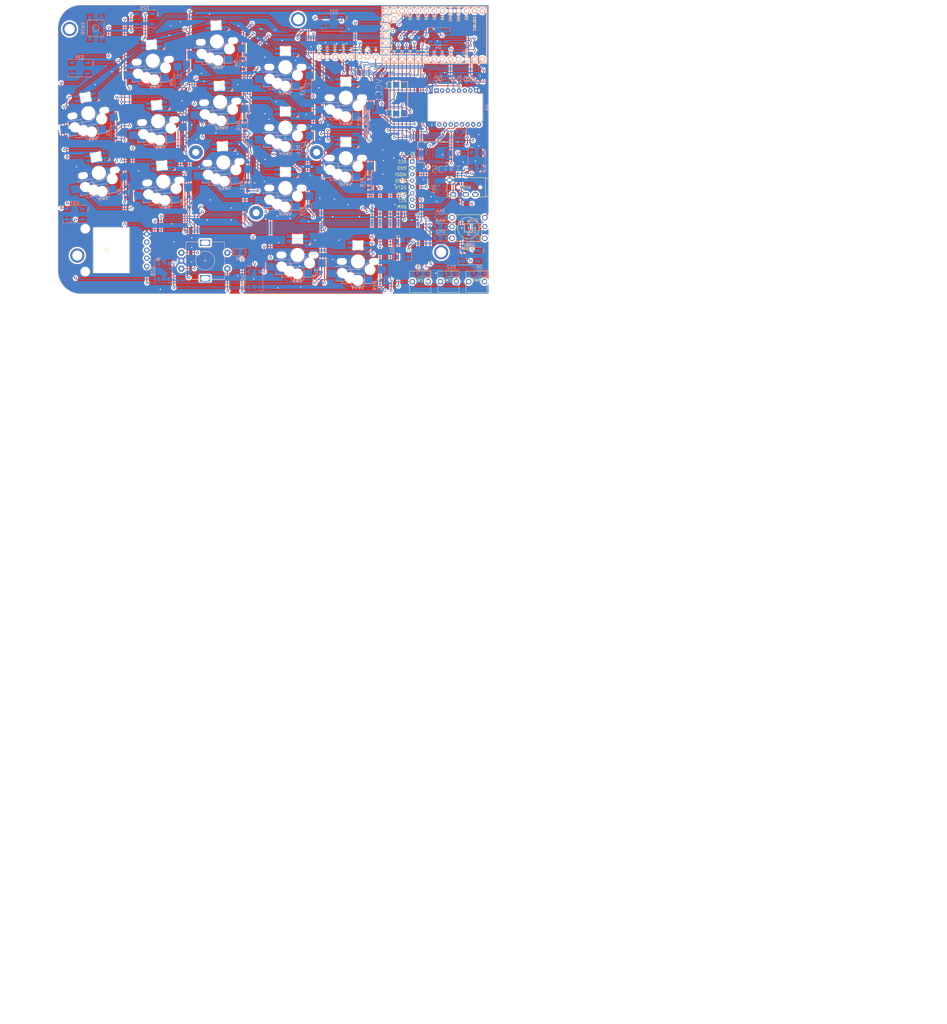
<source format=kicad_pcb>
(kicad_pcb (version 20221018) (generator pcbnew)
  (layers (0 "F.Cu" signal) (31 "B.Cu" signal) (34 "B.Paste" user) (35 "F.Paste" user) (36 "B.SilkS" user "B.Silkscreen") (37 "F.SilkS" user "F.Silkscreen") (38 "B.Mask" user) (39 "F.Mask" user) (44 "Edge.Cuts" user))
  (net 0 "")
  (net 1 "Net-(U4-VDDPIX)")
  (net 2 "Net-(D1-K)")
  (net 3 "Net-(D2-K)")
  (net 4 "Net-(D3-K)")
  (net 5 "Net-(D5-K)")
  (net 6 "Net-(D6-K)")
  (net 7 "Net-(D7-K)")
  (net 8 "Net-(D8-K)")
  (net 9 "Net-(D9-K)")
  (net 10 "Net-(D10-K)")
  (net 11 "Net-(D11-K)")
  (net 12 "Net-(D12-K)")
  (net 13 "Net-(D13-K)")
  (net 14 "Net-(D14-K)")
  (net 15 "Net-(D15-K)")
  (net 16 "Net-(D16-K)")
  (net 17 "Net-(D17-K)")
  (net 18 "Net-(D18-K)")
  (net 19 "Net-(D19-K)")
  (net 20 "Net-(D20-K)")
  (net 21 "Net-(D22-DOUT)")
  (net 22 "Net-(D23-DOUT)")
  (net 23 "Net-(D23-DIN)")
  (net 24 "Net-(D24-DOUT)")
  (net 25 "Net-(D24-DIN)")
  (net 26 "Net-(D26-DOUT)")
  (net 27 "Net-(D27-DOUT)")
  (net 28 "Net-(D28-DOUT)")
  (net 29 "Net-(D29-DOUT)")
  (net 30 "Net-(D30-DOUT)")
  (net 31 "Net-(D32-DOUT)")
  (net 32 "Net-(D33-DOUT)")
  (net 33 "Net-(D35-DOUT)")
  (net 34 "Net-(D36-DOUT)")
  (net 35 "Net-(U4-LED_P)")
  (net 36 "Net-(U4-~{NRESET})")
  (net 37 "Net-(U1-A1{slash}PF6)")
  (net 45 "Net-(D42-K)")
  (net 46 "Net-(D43-K)")
  (net 47 "Net-(D44-K)")
  (net 48 "Net-(D45-K)")
  (net 49 "Net-(D46-K)")
  (net 51 "Net-(D21-DIN)")
  (net 52 "Net-(D21-DOUT)")
  (net 53 "Net-(D25-DOUT)")
  (net 54 "Net-(D34-DOUT)")
  (net 55 "Net-(D37-DOUT)")
  (net 56 "Net-(D38-DOUT)")
  (net 58 "Net-(D49-DIN)")
  (net 59 "Net-(D50-DIN)")
  (net 60 "Net-(D51-DIN)")
  (net 74 "col0_L")
  (net 75 "RAW_L")
  (net 76 "GND_L")
  (net 77 "Backlight_L")
  (net 78 "col1_L")
  (net 79 "col2_L")
  (net 80 "col3_L")
  (net 81 "col4_L")
  (net 82 "LED_5V_L")
  (net 83 "TX_L")
  (net 84 "RX_L")
  (net 85 "row_4_L")
  (net 86 "VCC_L")
  (net 87 "MOSI_L")
  (net 88 "SCLK_L")
  (net 89 "TFT_CS_L")
  (net 90 "TFT_DC_L")
  (net 91 "TFT_RST_L")
  (net 92 "TFT_BL_L")
  (net 93 "NCS_L")
  (net 94 "MISO_L")
  (net 95 "SDA_L")
  (net 96 "SCL_L")
  (net 97 "row_0_L")
  (net 98 "row_1_L")
  (net 99 "row_2_L")
  (net 100 "row_3_L")
  (net 101 "RESET_L")
  (net 102 "EncL_L")
  (net 103 "EncR_L")
  (net 104 "VDD_L")
  (footprint "kbd:Tenting_Puck2" (layer "F.Cu") (at 140.716 123.952)
    (fp_text reference "REF**" hide)
    (fp_text value "Tenting Puck" hide)
  )
  (footprint "Alaa:MX_SK6812MINI-E_REV" (layer "F.Cu") (at 149.916505 135.209287 180)
    (fp_text reference "D36" hide)
    (fp_text value "SK6812MINI-E")
    (fp_line (start -1.699999 5.782842) (end -1.699999 4.377158) (stroke (width 0.1)) (layer "Edge.Cuts"))
    (fp_line (start -0.794452 3.58) (end 0.794452 3.58) (stroke (width 0.1)) (layer "Edge.Cuts"))
    (fp_line (start 0.794452 6.579999) (end -0.794453 6.579999) (stroke (width 0.1)) (layer "Edge.Cuts"))
    (fp_line (start 1.699999 4.377158) (end 1.699999 5.782842) (stroke (width 0.1)) (layer "Edge.Cuts"))
    (fp_arc (start -1.749484 4.16028) (mid -1.712527 4.265932) (end -1.699999 4.377158) (stroke (width 0.1)) (layer "Edge.Cuts"))
    (fp_arc (start -1.749484 4.160281) (mid -1.638072 3.575965) (end -1.046711 3.511701) (stroke (width 0.1)) (layer "Edge.Cuts"))
    (fp_arc (start -1.699999 5.782843) (mid -1.712527 5.894068) (end -1.749484 5.99972) (stroke (width 0.1)) (layer "Edge.Cuts"))
    (fp_arc (start -1.046711 6.648298) (mid -1.638071 6.584034) (end -1.749484 5.99972) (stroke (width 0.1)) (layer "Edge.Cuts"))
    (fp_arc (start -1.046711 6.648298) (mid -0.925123 6.597376) (end -0.794453 6.579999) (stroke (width 0.1)) (layer "Edge.Cuts"))
    (fp_arc (start -0.794452 3.58) (mid -0.925123 3.562623) (end -1.046711 3.511701) (stroke (width 0.1)) (layer "Edge.Cuts"))
    (fp_arc (start 0.794453 6.58) (mid 0.925123 6.597377) (end 1.046711 6.648299) (stroke (width 0.1)) (layer "Edge.Cuts"))
    (fp_arc (start 1.04671 3.511701) (mid 0.925122 3.562623) (end 0.794452 3.58) (stroke (width 0.1)) (layer "Edge.Cuts"))
    (fp_arc (start 1.046711 3.511703) (mid 1.63807 3.575965) (end 1.749484 4.16028) (stroke (width 0.1)) (layer "Edge.Cuts"))
    (fp_arc (start 1.699999 4.377157) (mid 1.712527 4.265931) (end 1.749484 4.16028) (stroke (width 0.1)) (layer "Edge.Cuts"))
    (fp_arc (start 1.749484 5.99972) (mid 1.638072 6.584037) (end 1.046711 6.648299) (stroke (width 0.1)) (layer "Edge.Cuts"))
    (fp_arc (start 1.749484 5.99972) (mid 1.712518 5.89407) (end 1.699999 5.782842) (stroke (width 0.1)) (layer "Edge.Cuts"))
  )
  (footprint "Connector_PinSocket_2.00mm:PinSocket_1x08_P2.00mm_Vertical" (layer "F.Cu") (at 189.913096 126.858)
    (fp_text reference "J9")
    (fp_text value "Conn_01x08")
  )
  (footprint "Alaa:Kailh_hotswap_only_MX-CHOC" (layer "F.Cu") (at 109.792901 114.13634 -175)
    (fp_text reference "SW6")
    (fp_text value "SW_Push")
  )
  (footprint "Alaa:Kailh_hotswap_only_MX-CHOC" (layer "F.Cu") (at 130.364269 127.116717 -177)
    (fp_text reference "SW11")
    (fp_text value "SW_Push")
  )
  (footprint "Alaa:Kailh_hotswap_only_MX-CHOC" (layer "F.Cu") (at 149.916505 97.109287 180)
    (fp_text reference "SW13")
    (fp_text value "SW_Push")
  )
  (footprint "Alaa:MX_SK6812MINI-E_REV" (layer "F.Cu") (at 149.916505 97.109287 180)
    (fp_text reference "D26" hide)
    (fp_text value "SK6812MINI-E")
    (fp_line (start -1.699999 5.782842) (end -1.699999 4.377158) (stroke (width 0.1)) (layer "Edge.Cuts"))
    (fp_line (start -0.794452 3.58) (end 0.794452 3.58) (stroke (width 0.1)) (layer "Edge.Cuts"))
    (fp_line (start 0.794452 6.579999) (end -0.794453 6.579999) (stroke (width 0.1)) (layer "Edge.Cuts"))
    (fp_line (start 1.699999 4.377158) (end 1.699999 5.782842) (stroke (width 0.1)) (layer "Edge.Cuts"))
    (fp_arc (start -1.749484 4.16028) (mid -1.712527 4.265932) (end -1.699999 4.377158) (stroke (width 0.1)) (layer "Edge.Cuts"))
    (fp_arc (start -1.749484 4.160281) (mid -1.638072 3.575965) (end -1.046711 3.511701) (stroke (width 0.1)) (layer "Edge.Cuts"))
    (fp_arc (start -1.699999 5.782843) (mid -1.712527 5.894068) (end -1.749484 5.99972) (stroke (width 0.1)) (layer "Edge.Cuts"))
    (fp_arc (start -1.046711 6.648298) (mid -1.638071 6.584034) (end -1.749484 5.99972) (stroke (width 0.1)) (layer "Edge.Cuts"))
    (fp_arc (start -1.046711 6.648298) (mid -0.925123 6.597376) (end -0.794453 6.579999) (stroke (width 0.1)) (layer "Edge.Cuts"))
    (fp_arc (start -0.794452 3.58) (mid -0.925123 3.562623) (end -1.046711 3.511701) (stroke (width 0.1)) (layer "Edge.Cuts"))
    (fp_arc (start 0.794453 6.58) (mid 0.925123 6.597377) (end 1.046711 6.648299) (stroke (width 0.1)) (layer "Edge.Cuts"))
    (fp_arc (start 1.04671 3.511701) (mid 0.925122 3.562623) (end 0.794452 3.58) (stroke (width 0.1)) (layer "Edge.Cuts"))
    (fp_arc (start 1.046711 3.511703) (mid 1.63807 3.575965) (end 1.749484 4.16028) (stroke (width 0.1)) (layer "Edge.Cuts"))
    (fp_arc (start 1.699999 4.377157) (mid 1.712527 4.265931) (end 1.749484 4.16028) (stroke (width 0.1)) (layer "Edge.Cuts"))
    (fp_arc (start 1.749484 5.99972) (mid 1.638072 6.584037) (end 1.046711 6.648299) (stroke (width 0.1)) (layer "Edge.Cuts"))
    (fp_arc (start 1.749484 5.99972) (mid 1.712518 5.89407) (end 1.699999 5.782842) (stroke (width 0.1)) (layer "Edge.Cuts"))
  )
  (footprint "" (layer "F.Cu") (at 82 85.09)
    (fp_text reference "")
    (fp_text value "")
  )
  (footprint "Alaa:MX_SK6812MINI-E_REV" (layer "F.Cu") (at 128.334505 89.013287 -177)
    (fp_text reference "D29" hide)
    (fp_text value "SK6812MINI-E")
    (fp_line (start -1.699999 5.782842) (end -1.699999 4.377158) (stroke (width 0.1)) (layer "Edge.Cuts"))
    (fp_line (start -0.794452 3.58) (end 0.794452 3.58) (stroke (width 0.1)) (layer "Edge.Cuts"))
    (fp_line (start 0.794452 6.579999) (end -0.794453 6.579999) (stroke (width 0.1)) (layer "Edge.Cuts"))
    (fp_line (start 1.699999 4.377158) (end 1.699999 5.782842) (stroke (width 0.1)) (layer "Edge.Cuts"))
    (fp_arc (start -1.749484 4.16028) (mid -1.712527 4.265932) (end -1.699999 4.377158) (stroke (width 0.1)) (layer "Edge.Cuts"))
    (fp_arc (start -1.749484 4.160281) (mid -1.638073 3.575965) (end -1.046711 3.511701) (stroke (width 0.1)) (layer "Edge.Cuts"))
    (fp_arc (start -1.699999 5.782843) (mid -1.712527 5.894069) (end -1.749484 5.99972) (stroke (width 0.1)) (layer "Edge.Cuts"))
    (fp_arc (start -1.046711 6.648298) (mid -1.638071 6.584034) (end -1.749484 5.99972) (stroke (width 0.1)) (layer "Edge.Cuts"))
    (fp_arc (start -1.046711 6.648298) (mid -0.925124 6.597376) (end -0.794453 6.579999) (stroke (width 0.1)) (layer "Edge.Cuts"))
    (fp_arc (start -0.794452 3.58) (mid -0.925122 3.562623) (end -1.046711 3.511701) (stroke (width 0.1)) (layer "Edge.Cuts"))
    (fp_arc (start 0.794453 6.58) (mid 0.925123 6.597377) (end 1.046711 6.648299) (stroke (width 0.1)) (layer "Edge.Cuts"))
    (fp_arc (start 1.04671 3.511701) (mid 0.925122 3.562623) (end 0.794452 3.58) (stroke (width 0.1)) (layer "Edge.Cuts"))
    (fp_arc (start 1.046711 3.511703) (mid 1.63807 3.575965) (end 1.749484 4.16028) (stroke (width 0.1)) (layer "Edge.Cuts"))
    (fp_arc (start 1.699999 4.377157) (mid 1.712527 4.265932) (end 1.749484 4.16028) (stroke (width 0.1)) (layer "Edge.Cuts"))
    (fp_arc (start 1.749484 5.99972) (mid 1.638072 6.584037) (end 1.046711 6.648299) (stroke (width 0.1)) (layer "Edge.Cuts"))
    (fp_arc (start 1.749484 5.99972) (mid 1.712518 5.89407) (end 1.699999 5.782842) (stroke (width 0.1)) (layer "Edge.Cuts"))
  )
  (footprint "Alaa:MX_SK6812MINI-E_REV" (layer "F.Cu") (at 168.966505 125.795287 180)
    (fp_text reference "D33" hide)
    (fp_text value "SK6812MINI-E")
    (fp_line (start -1.699999 5.782842) (end -1.699999 4.377158) (stroke (width 0.1)) (layer "Edge.Cuts"))
    (fp_line (start -0.794452 3.58) (end 0.794452 3.58) (stroke (width 0.1)) (layer "Edge.Cuts"))
    (fp_line (start 0.794452 6.579999) (end -0.794453 6.579999) (stroke (width 0.1)) (layer "Edge.Cuts"))
    (fp_line (start 1.699999 4.377158) (end 1.699999 5.782842) (stroke (width 0.1)) (layer "Edge.Cuts"))
    (fp_arc (start -1.749484 4.16028) (mid -1.712527 4.265932) (end -1.699999 4.377158) (stroke (width 0.1)) (layer "Edge.Cuts"))
    (fp_arc (start -1.749484 4.160281) (mid -1.638072 3.575965) (end -1.046711 3.511701) (stroke (width 0.1)) (layer "Edge.Cuts"))
    (fp_arc (start -1.699999 5.782843) (mid -1.712527 5.894068) (end -1.749484 5.99972) (stroke (width 0.1)) (layer "Edge.Cuts"))
    (fp_arc (start -1.046711 6.648298) (mid -1.638071 6.584034) (end -1.749484 5.99972) (stroke (width 0.1)) (layer "Edge.Cuts"))
    (fp_arc (start -1.046711 6.648298) (mid -0.925123 6.597376) (end -0.794453 6.579999) (stroke (width 0.1)) (layer "Edge.Cuts"))
    (fp_arc (start -0.794452 3.58) (mid -0.925123 3.562623) (end -1.046711 3.511701) (stroke (width 0.1)) (layer "Edge.Cuts"))
    (fp_arc (start 0.794453 6.58) (mid 0.925123 6.597377) (end 1.046711 6.648299) (stroke (width 0.1)) (layer "Edge.Cuts"))
    (fp_arc (start 1.04671 3.511701) (mid 0.925122 3.562623) (end 0.794452 3.58) (stroke (width 0.1)) (layer "Edge.Cuts"))
    (fp_arc (start 1.046711 3.511703) (mid 1.63807 3.575965) (end 1.749484 4.16028) (stroke (width 0.1)) (layer "Edge.Cuts"))
    (fp_arc (start 1.699999 4.377157) (mid 1.712527 4.265931) (end 1.749484 4.16028) (stroke (width 0.1)) (layer "Edge.Cuts"))
    (fp_arc (start 1.749484 5.99972) (mid 1.638072 6.584037) (end 1.046711 6.648299) (stroke (width 0.1)) (layer "Edge.Cuts"))
    (fp_arc (start 1.749484 5.99972) (mid 1.712518 5.89407) (end 1.699999 5.782842) (stroke (width 0.1)) (layer "Edge.Cuts"))
  )
  (footprint "Alaa:Silent Square Micro Switch" (layer "F.Cu") (at 210.210505 164.689287)
    (fp_text reference "SW8")
    (fp_text value "SW_Push")
  )
  (footprint "Alaa:RotaryEncoder_Alps_EC11E-Switch_Vertical_H20mm-keebio_modified" (layer "F.Cu") (at 124.628505 158.085287)
    (fp_text reference "SW21" hide)
    (fp_text value "Rotary_Encoder_Switch")
  )
  (footprint "Alaa:Silent Square Micro Switch" (layer "F.Cu") (at 192.462505 164.689287)
    (fp_text reference "SW16")
    (fp_text value "SW_Push")
  )
  (footprint "Alaa:Kailh_hotswap_only_MX-CHOC" (layer "F.Cu") (at 153.734505 156.307287 180)
    (fp_text reference "SW3")
    (fp_text value "SW_Push")
  )
  (footprint "Alaa:MX_SK6812MINI-E_REV" (layer "F.Cu") (at 109.792901 114.13634 -175)
    (fp_text reference "D23" hide)
    (fp_text value "SK6812MINI-E")
    (fp_line (start -1.699999 5.782842) (end -1.699999 4.377158) (stroke (width 0.1)) (layer "Edge.Cuts"))
    (fp_line (start -0.794452 3.58) (end 0.794452 3.58) (stroke (width 0.1)) (layer "Edge.Cuts"))
    (fp_line (start 0.794452 6.579999) (end -0.794453 6.579999) (stroke (width 0.1)) (layer "Edge.Cuts"))
    (fp_line (start 1.699999 4.377158) (end 1.699999 5.782842) (stroke (width 0.1)) (layer "Edge.Cuts"))
    (fp_arc (start -1.749484 4.16028) (mid -1.712527 4.265932) (end -1.699999 4.377158) (stroke (width 0.1)) (layer "Edge.Cuts"))
    (fp_arc (start -1.749484 4.160281) (mid -1.638072 3.575965) (end -1.046711 3.511701) (stroke (width 0.1)) (layer "Edge.Cuts"))
    (fp_arc (start -1.699999 5.782843) (mid -1.712527 5.894069) (end -1.749484 5.99972) (stroke (width 0.1)) (layer "Edge.Cuts"))
    (fp_arc (start -1.046711 6.648298) (mid -1.638071 6.584034) (end -1.749484 5.99972) (stroke (width 0.1)) (layer "Edge.Cuts"))
    (fp_arc (start -1.046711 6.648298) (mid -0.925123 6.597376) (end -0.794453 6.579999) (stroke (width 0.1)) (layer "Edge.Cuts"))
    (fp_arc (start -0.794452 3.58) (mid -0.925123 3.562623) (end -1.046711 3.511701) (stroke (width 0.1)) (layer "Edge.Cuts"))
    (fp_arc (start 0.794453 6.58) (mid 0.925123 6.597377) (end 1.046711 6.648299) (stroke (width 0.1)) (layer "Edge.Cuts"))
    (fp_arc (start 1.04671 3.511701) (mid 0.925122 3.562623) (end 0.794452 3.58) (stroke (width 0.1)) (layer "Edge.Cuts"))
    (fp_arc (start 1.046711 3.511703) (mid 1.63807 3.575965) (end 1.749484 4.16028) (stroke (width 0.1)) (layer "Edge.Cuts"))
    (fp_arc (start 1.699999 4.377157) (mid 1.712527 4.265931) (end 1.749484 4.16028) (stroke (width 0.1)) (layer "Edge.Cuts"))
    (fp_arc (start 1.749484 5.99972) (mid 1.638072 6.584036) (end 1.046711 6.648299) (stroke (width 0.1)) (layer "Edge.Cuts"))
    (fp_arc (start 1.749484 5.99972) (mid 1.712518 5.89407) (end 1.699999 5.782842) (stroke (width 0.1)) (layer "Edge.Cuts"))
  )
  (footprint "Alaa:Pimoroni Haptic Buzz DRV2605L Driver" (layer "F.Cu") (at 95.814505 154.783287 90)
    (fp_text reference "U5")
    (fp_text value "DRV2605L")
    (fp_rect (start -7.21 -6.47) (end 7.21 4.96) (stroke (width 0.12)) (fill none) (layer "Edge.Cuts"))
    (fp_circle (center -6.75 -8.99) (end -5.25 -8.98) (stroke (width 0.12)) (fill none) (layer "Edge.Cuts"))
    (fp_circle (center 6.749967 -8.99) (end 8.249967 -8.98) (stroke (width 0.12)) (fill none) (layer "Edge.Cuts"))
  )
  (footprint "Alaa:5Way-non-reverse" (layer "F.Cu") (at 207.617053 147.789287 180)
    (fp_text reference "HAT1")
    (fp_text value "5Way-Tactile_K1-1506DN-01" hide)
  )
  (footprint "Alaa:MX_SK6812MINI-E_REV" (layer "F.Cu") (at 108.122505 95.109287 -175)
    (fp_text reference "D32" hide)
    (fp_text value "SK6812MINI-E")
    (fp_line (start -1.699999 5.782842) (end -1.699999 4.377158) (stroke (width 0.1)) (layer "Edge.Cuts"))
    (fp_line (start -0.794452 3.58) (end 0.794452 3.58) (stroke (width 0.1)) (layer "Edge.Cuts"))
    (fp_line (start 0.794452 6.579999) (end -0.794453 6.579999) (stroke (width 0.1)) (layer "Edge.Cuts"))
    (fp_line (start 1.699999 4.377158) (end 1.699999 5.782842) (stroke (width 0.1)) (layer "Edge.Cuts"))
    (fp_arc (start -1.749484 4.16028) (mid -1.712527 4.265932) (end -1.699999 4.377158) (stroke (width 0.1)) (layer "Edge.Cuts"))
    (fp_arc (start -1.749484 4.160281) (mid -1.638072 3.575965) (end -1.046711 3.511701) (stroke (width 0.1)) (layer "Edge.Cuts"))
    (fp_arc (start -1.699999 5.782843) (mid -1.712527 5.894069) (end -1.749484 5.99972) (stroke (width 0.1)) (layer "Edge.Cuts"))
    (fp_arc (start -1.046711 6.648298) (mid -1.638071 6.584034) (end -1.749484 5.99972) (stroke (width 0.1)) (layer "Edge.Cuts"))
    (fp_arc (start -1.046711 6.648298) (mid -0.925123 6.597376) (end -0.794453 6.579999) (stroke (width 0.1)) (layer "Edge.Cuts"))
    (fp_arc (start -0.794452 3.58) (mid -0.925123 3.562623) (end -1.046711 3.511701) (stroke (width 0.1)) (layer "Edge.Cuts"))
    (fp_arc (start 0.794453 6.58) (mid 0.925123 6.597377) (end 1.046711 6.648299) (stroke (width 0.1)) (layer "Edge.Cuts"))
    (fp_arc (start 1.04671 3.511701) (mid 0.925122 3.562623) (end 0.794452 3.58) (stroke (width 0.1)) (layer "Edge.Cuts"))
    (fp_arc (start 1.046711 3.511703) (mid 1.63807 3.575965) (end 1.749484 4.16028) (stroke (width 0.1)) (layer "Edge.Cuts"))
    (fp_arc (start 1.699999 4.377157) (mid 1.712527 4.265931) (end 1.749484 4.16028) (stroke (width 0.1)) (layer "Edge.Cuts"))
    (fp_arc (start 1.749484 5.99972) (mid 1.638072 6.584036) (end 1.046711 6.648299) (stroke (width 0.1)) (layer "Edge.Cuts"))
    (fp_arc (start 1.749484 5.99972) (mid 1.712518 5.89407) (end 1.699999 5.782842) (stroke (width 0.1)) (layer "Edge.Cuts"))
  )
  (footprint "Alaa:Kailh_hotswap_only_MX-CHOC" (layer "F.Cu") (at 172.784505 158.339287 180)
    (fp_text reference "SW19")
    (fp_text value "SW_Push")
  )
  (footprint "Alaa:MX_SK6812MINI-E_REV" (layer "F.Cu") (at 130.364269 127.116717 -177)
    (fp_text reference "D40" hide)
    (fp_text value "SK6812MINI-E")
    (fp_line (start -1.699999 5.782842) (end -1.699999 4.377158) (stroke (width 0.1)) (layer "Edge.Cuts"))
    (fp_line (start -0.794452 3.58) (end 0.794452 3.58) (stroke (width 0.1)) (layer "Edge.Cuts"))
    (fp_line (start 0.794452 6.579999) (end -0.794453 6.579999) (stroke (width 0.1)) (layer "Edge.Cuts"))
    (fp_line (start 1.699999 4.377158) (end 1.699999 5.782842) (stroke (width 0.1)) (layer "Edge.Cuts"))
    (fp_arc (start -1.749484 4.16028) (mid -1.712527 4.265932) (end -1.699999 4.377158) (stroke (width 0.1)) (layer "Edge.Cuts"))
    (fp_arc (start -1.749484 4.160281) (mid -1.638073 3.575965) (end -1.046711 3.511701) (stroke (width 0.1)) (layer "Edge.Cuts"))
    (fp_arc (start -1.699999 5.782843) (mid -1.712527 5.894069) (end -1.749484 5.99972) (stroke (width 0.1)) (layer "Edge.Cuts"))
    (fp_arc (start -1.046711 6.648298) (mid -1.638071 6.584034) (end -1.749484 5.99972) (stroke (width 0.1)) (layer "Edge.Cuts"))
    (fp_arc (start -1.046711 6.648298) (mid -0.925124 6.597376) (end -0.794453 6.579999) (stroke (width 0.1)) (layer "Edge.Cuts"))
    (fp_arc (start -0.794452 3.58) (mid -0.925122 3.562623) (end -1.046711 3.511701) (stroke (width 0.1)) (layer "Edge.Cuts"))
    (fp_arc (start 0.794453 6.58) (mid 0.925123 6.597377) (end 1.046711 6.648299) (stroke (width 0.1)) (layer "Edge.Cuts"))
    (fp_arc (start 1.04671 3.511701) (mid 0.925122 3.562623) (end 0.794452 3.58) (stroke (width 0.1)) (layer "Edge.Cuts"))
    (fp_arc (start 1.046711 3.511703) (mid 1.63807 3.575965) (end 1.749484 4.16028) (stroke (width 0.1)) (layer "Edge.Cuts"))
    (fp_arc (start 1.699999 4.377157) (mid 1.712527 4.265932) (end 1.749484 4.16028) (stroke (width 0.1)) (layer "Edge.Cuts"))
    (fp_arc (start 1.749484 5.99972) (mid 1.638072 6.584037) (end 1.046711 6.648299) (stroke (width 0.1)) (layer "Edge.Cuts"))
    (fp_arc (start 1.749484 5.99972) (mid 1.712518 5.89407) (end 1.699999 5.782842) (stroke (width 0.1)) (layer "Edge.Cuts"))
  )
  (footprint "Alaa:Screen Dupont" (layer "F.Cu") (at 169.679624 93.569287)
    (fp_text reference "J1" hide)
    (fp_text value "Conn_01x08_Female" hide)
  )
  (footprint "Alaa:MX_SK6812MINI-E_REV" (layer "F.Cu") (at 149.916505 116.159287 180)
    (fp_text reference "D30" hide)
    (fp_text value "SK6812MINI-E")
    (fp_line (start -1.699999 5.782842) (end -1.699999 4.377158) (stroke (width 0.1)) (layer "Edge.Cuts"))
    (fp_line (start -0.794452 3.58) (end 0.794452 3.58) (stroke (width 0.1)) (layer "Edge.Cuts"))
    (fp_line (start 0.794452 6.579999) (end -0.794453 6.579999) (stroke (width 0.1)) (layer "Edge.Cuts"))
    (fp_line (start 1.699999 4.377158) (end 1.699999 5.782842) (stroke (width 0.1)) (layer "Edge.Cuts"))
    (fp_arc (start -1.749484 4.16028) (mid -1.712527 4.265932) (end -1.699999 4.377158) (stroke (width 0.1)) (layer "Edge.Cuts"))
    (fp_arc (start -1.749484 4.160281) (mid -1.638072 3.575965) (end -1.046711 3.511701) (stroke (width 0.1)) (layer "Edge.Cuts"))
    (fp_arc (start -1.699999 5.782843) (mid -1.712527 5.894068) (end -1.749484 5.99972) (stroke (width 0.1)) (layer "Edge.Cuts"))
    (fp_arc (start -1.046711 6.648298) (mid -1.638071 6.584034) (end -1.749484 5.99972) (stroke (width 0.1)) (layer "Edge.Cuts"))
    (fp_arc (start -1.046711 6.648298) (mid -0.925123 6.597376) (end -0.794453 6.579999) (stroke (width 0.1)) (layer "Edge.Cuts"))
    (fp_arc (start -0.794452 3.58) (mid -0.925123 3.562623) (end -1.046711 3.511701) (stroke (width 0.1)) (layer "Edge.Cuts"))
    (fp_arc (start 0.794453 6.58) (mid 0.925123 6.597377) (end 1.046711 6.648299) (stroke (width 0.1)) (layer "Edge.Cuts"))
    (fp_arc (start 1.04671 3.511701) (mid 0.925122 3.562623) (end 0.794452 3.58) (stroke (width 0.1)) (layer "Edge.Cuts"))
    (fp_arc (start 1.046711 3.511703) (mid 1.63807 3.575965) (end 1.749484 4.16028) (stroke (width 0.1)) (layer "Edge.Cuts"))
    (fp_arc (start 1.699999 4.377157) (mid 1.712527 4.265931) (end 1.749484 4.16028) (stroke (width 0.1)) (layer "Edge.Cuts"))
    (fp_arc (start 1.749484 5.99972) (mid 1.638072 6.584037) (end 1.046711 6.648299) (stroke (width 0.1)) (layer "Edge.Cuts"))
    (fp_arc (start 1.749484 5.99972) (mid 1.712518 5.89407) (end 1.699999 5.782842) (stroke (width 0.1)) (layer "Edge.Cuts"))
  )
  (footprint "Alaa:Kailh_hotswap_only_MX-CHOC" (layer "F.Cu") (at 111.438663 133.156573 -175)
    (fp_text reference "SW7")
    (fp_text value "SW_Push")
  )
  (footprint "Alaa:MX_SK6812MINI-E_REV" (layer "F.Cu") (at 172.784505 158.339287 180)
    (fp_text reference "D31" hide)
    (fp_text value "SK6812MINI-E")
    (fp_line (start -1.699999 5.782842) (end -1.699999 4.377158) (stroke (width 0.1)) (layer "Edge.Cuts"))
    (fp_line (start -0.794452 3.58) (end 0.794452 3.58) (stroke (width 0.1)) (layer "Edge.Cuts"))
    (fp_line (start 0.794452 6.579999) (end -0.794453 6.579999) (stroke (width 0.1)) (layer "Edge.Cuts"))
    (fp_line (start 1.699999 4.377158) (end 1.699999 5.782842) (stroke (width 0.1)) (layer "Edge.Cuts"))
    (fp_arc (start -1.749484 4.16028) (mid -1.712527 4.265932) (end -1.699999 4.377158) (stroke (width 0.1)) (layer "Edge.Cuts"))
    (fp_arc (start -1.749484 4.160281) (mid -1.638072 3.575965) (end -1.046711 3.511701) (stroke (width 0.1)) (layer "Edge.Cuts"))
    (fp_arc (start -1.699999 5.782843) (mid -1.712527 5.894068) (end -1.749484 5.99972) (stroke (width 0.1)) (layer "Edge.Cuts"))
    (fp_arc (start -1.046711 6.648298) (mid -1.638071 6.584034) (end -1.749484 5.99972) (stroke (width 0.1)) (layer "Edge.Cuts"))
    (fp_arc (start -1.046711 6.648298) (mid -0.925123 6.597376) (end -0.794453 6.579999) (stroke (width 0.1)) (layer "Edge.Cuts"))
    (fp_arc (start -0.794452 3.58) (mid -0.925123 3.562623) (end -1.046711 3.511701) (stroke (width 0.1)) (layer "Edge.Cuts"))
    (fp_arc (start 0.794453 6.58) (mid 0.925123 6.597377) (end 1.046711 6.648299) (stroke (width 0.1)) (layer "Edge.Cuts"))
    (fp_arc (start 1.04671 3.511701) (mid 0.925122 3.562623) (end 0.794452 3.58) (stroke (width 0.1)) (layer "Edge.Cuts"))
    (fp_arc (start 1.046711 3.511703) (mid 1.63807 3.575965) (end 1.749484 4.16028) (stroke (width 0.1)) (layer "Edge.Cuts"))
    (fp_arc (start 1.699999 4.377157) (mid 1.712527 4.265931) (end 1.749484 4.16028) (stroke (width 0.1)) (layer "Edge.Cuts"))
    (fp_arc (start 1.749484 5.99972) (mid 1.638072 6.584037) (end 1.046711 6.648299) (stroke (width 0.1)) (layer "Edge.Cuts"))
    (fp_arc (start 1.749484 5.99972) (mid 1.712518 5.89407) (end 1.699999 5.782842) (stroke (width 0.1)) (layer "Edge.Cuts"))
  )
  (footprint "Alaa:Kailh_hotswap_only_MX-CHOC" (layer "F.Cu") (at 129.353645 108.063086 -177)
    (fp_text reference "SW10")
    (fp_text value "SW_Push")
  )
  (footprint "Alaa:Kailh_hotswap_only_MX-CHOC" (layer "F.Cu") (at 168.966505 125.795287 180)
    (fp_text reference "SW18")
    (fp_text value "SW_Push")
  )
  (footprint "Alaa:MX_SK6812MINI-E_REV" (layer "F.Cu") (at 129.353645 108.063086 -177)
    (fp_text reference "D27" hide)
    (fp_text value "SK6812MINI-E")
    (fp_line (start -1.699999 5.782842) (end -1.699999 4.377158) (stroke (width 0.1)) (layer "Edge.Cuts"))
    (fp_line (start -0.794452 3.58) (end 0.794452 3.58) (stroke (width 0.1)) (layer "Edge.Cuts"))
    (fp_line (start 0.794452 6.579999) (end -0.794453 6.579999) (stroke (width 0.1)) (layer "Edge.Cuts"))
    (fp_line (start 1.699999 4.377158) (end 1.699999 5.782842) (stroke (width 0.1)) (layer "Edge.Cuts"))
    (fp_arc (start -1.749484 4.16028) (mid -1.712527 4.265932) (end -1.699999 4.377158) (stroke (width 0.1)) (layer "Edge.Cuts"))
    (fp_arc (start -1.749484 4.160281) (mid -1.638073 3.575965) (end -1.046711 3.511701) (stroke (width 0.1)) (layer "Edge.Cuts"))
    (fp_arc (start -1.699999 5.782843) (mid -1.712527 5.894069) (end -1.749484 5.99972) (stroke (width 0.1)) (layer "Edge.Cuts"))
    (fp_arc (start -1.046711 6.648298) (mid -1.638071 6.584034) (end -1.749484 5.99972) (stroke (width 0.1)) (layer "Edge.Cuts"))
    (fp_arc (start -1.046711 6.648298) (mid -0.925124 6.597376) (end -0.794453 6.579999) (stroke (width 0.1)) (layer "Edge.Cuts"))
    (fp_arc (start -0.794452 3.58) (mid -0.925122 3.562623) (end -1.046711 3.511701) (stroke (width 0.1)) (layer "Edge.Cuts"))
    (fp_arc (start 0.794453 6.58) (mid 0.925123 6.597377) (end 1.046711 6.648299) (stroke (width 0.1)) (layer "Edge.Cuts"))
    (fp_arc (start 1.04671 3.511701) (mid 0.925122 3.562623) (end 0.794452 3.58) (stroke (width 0.1)) (layer "Edge.Cuts"))
    (fp_arc (start 1.046711 3.511703) (mid 1.63807 3.575965) (end 1.749484 4.16028) (stroke (width 0.1)) (layer "Edge.Cuts"))
    (fp_arc (start 1.699999 4.377157) (mid 1.712527 4.265932) (end 1.749484 4.16028) (stroke (width 0.1)) (layer "Edge.Cuts"))
    (fp_arc (start 1.749484 5.99972) (mid 1.638072 6.584037) (end 1.046711 6.648299) (stroke (width 0.1)) (layer "Edge.Cuts"))
    (fp_arc (start 1.749484 5.99972) (mid 1.712518 5.89407) (end 1.699999 5.782842) (stroke (width 0.1)) (layer "Edge.Cuts"))
  )
  (footprint "" (layer "F.Cu") (at 199.014 155.448)
    (fp_text reference "")
    (fp_text value "")
  )
  (footprint "Alaa:Kailh_hotswap_only_MX-CHOC" (layer "F.Cu") (at 108.122505 95.109287 -175)
    (fp_text reference "SW5")
    (fp_text value "SW_Push")
  )
  (footprint "Alaa:MX_SK6812MINI-E_REV" (layer "F.Cu") (at 91.112505 130.415287 -170)
    (fp_text reference "D39" hide)
    (fp_text value "SK6812MINI-E")
    (fp_line (start -1.699999 5.782842) (end -1.699999 4.377158) (stroke (width 0.1)) (layer "Edge.Cuts"))
    (fp_line (start -0.794452 3.58) (end 0.794452 3.58) (stroke (width 0.1)) (layer "Edge.Cuts"))
    (fp_line (start 0.794452 6.579999) (end -0.794453 6.579999) (stroke (width 0.1)) (layer "Edge.Cuts"))
    (fp_line (start 1.699999 4.377158) (end 1.699999 5.782842) (stroke (width 0.1)) (layer "Edge.Cuts"))
    (fp_arc (start -1.749484 4.16028) (mid -1.712527 4.265932) (end -1.699999 4.377158) (stroke (width 0.1)) (layer "Edge.Cuts"))
    (fp_arc (start -1.749484 4.160281) (mid -1.638073 3.575965) (end -1.046711 3.511701) (stroke (width 0.1)) (layer "Edge.Cuts"))
    (fp_arc (start -1.699999 5.782843) (mid -1.712527 5.894068) (end -1.749484 5.99972) (stroke (width 0.1)) (layer "Edge.Cuts"))
    (fp_arc (start -1.046711 6.648298) (mid -1.638071 6.584034) (end -1.749484 5.99972) (stroke (width 0.1)) (layer "Edge.Cuts"))
    (fp_arc (start -1.046711 6.648298) (mid -0.925123 6.597376) (end -0.794453 6.579999) (stroke (width 0.1)) (layer "Edge.Cuts"))
    (fp_arc (start -0.794452 3.58) (mid -0.925123 3.562623) (end -1.046711 3.511701) (stroke (width 0.1)) (layer "Edge.Cuts"))
    (fp_arc (start 0.794453 6.58) (mid 0.925123 6.597377) (end 1.046711 6.648299) (stroke (width 0.1)) (layer "Edge.Cuts"))
    (fp_arc (start 1.04671 3.511701) (mid 0.925122 3.562623) (end 0.794452 3.58) (stroke (width 0.1)) (layer "Edge.Cuts"))
    (fp_arc (start 1.046711 3.511703) (mid 1.63807 3.575965) (end 1.749484 4.16028) (stroke (width 0.1)) (layer "Edge.Cuts"))
    (fp_arc (start 1.699999 4.377157) (mid 1.712527 4.265931) (end 1.749484 4.16028) (stroke (width 0.1)) (layer "Edge.Cuts"))
    (fp_arc (start 1.749484 5.99972) (mid 1.638072 6.584036) (end 1.046711 6.648299) (stroke (width 0.1)) (layer "Edge.Cuts"))
    (fp_arc (start 1.749484 5.99972) (mid 1.712518 5.89407) (end 1.699999 5.782842) (stroke (width 0.1)) (layer "Edge.Cuts"))
  )
  (footprint "Alaa:MX_SK6812MINI-E_REV" (layer "F.Cu") (at 111.438663 133.156573 -175)
    (fp_text reference "D24" hide)
    (fp_text value "SK6812MINI-E")
    (fp_line (start -1.699999 5.782842) (end -1.699999 4.377158) (stroke (width 0.1)) (layer "Edge.Cuts"))
    (fp_line (start -0.794452 3.58) (end 0.794452 3.58) (stroke (width 0.1)) (layer "Edge.Cuts"))
    (fp_line (start 0.794452 6.579999) (end -0.794453 6.579999) (stroke (width 0.1)) (layer "Edge.Cuts"))
    (fp_line (start 1.699999 4.377158) (end 1.699999 5.782842) (stroke (width 0.1)) (layer "Edge.Cuts"))
    (fp_arc (start -1.749484 4.16028) (mid -1.712527 4.265932) (end -1.699999 4.377158) (stroke (width 0.1)) (layer "Edge.Cuts"))
    (fp_arc (start -1.749484 4.160281) (mid -1.638072 3.575965) (end -1.046711 3.511701) (stroke (width 0.1)) (layer "Edge.Cuts"))
    (fp_arc (start -1.699999 5.782843) (mid -1.712527 5.894069) (end -1.749484 5.99972) (stroke (width 0.1)) (layer "Edge.Cuts"))
    (fp_arc (start -1.046711 6.648298) (mid -1.638071 6.584034) (end -1.749484 5.99972) (stroke (width 0.1)) (layer "Edge.Cuts"))
    (fp_arc (start -1.046711 6.648298) (mid -0.925123 6.597376) (end -0.794453 6.579999) (stroke (width 0.1)) (layer "Edge.Cuts"))
    (fp_arc (start -0.794452 3.58) (mid -0.925123 3.562623) (end -1.046711 3.511701) (stroke (width 0.1)) (layer "Edge.Cuts"))
    (fp_arc (start 0.794453 6.58) (mid 0.925123 6.597377) (end 1.046711 6.648299) (stroke (width 0.1)) (layer "Edge.Cuts"))
    (fp_arc (start 1.04671 3.511701) (mid 0.925122 3.562623) (end 0.794452 3.58) (stroke (width 0.1)) (layer "Edge.Cuts"))
    (fp_arc (start 1.046711 3.511703) (mid 1.63807 3.575965) (end 1.749484 4.16028) (stroke (width 0.1)) (layer "Edge.Cuts"))
    (fp_arc (start 1.699999 4.377157) (mid 1.712527 4.265931) (end 1.749484 4.16028) (stroke (width 0.1)) (layer "Edge.Cuts"))
    (fp_arc (start 1.749484 5.99972) (mid 1.638072 6.584036) (end 1.046711 6.648299) (stroke (width 0.1)) (layer "Edge.Cuts"))
    (fp_arc (start 1.749484 5.99972) (mid 1.712518 5.89407) (end 1.699999 5.782842) (stroke (width 0.1)) (layer "Edge.Cuts"))
  )
  (footprint "Alaa:MX_SK6812MINI-E_REV" (layer "F.Cu") (at 168.966505 106.745287 180)
    (fp_text reference "D22" hide)
    (fp_text value "SK6812MINI-E")
    (fp_line (start -1.699999 5.782842) (end -1.699999 4.377158) (stroke (width 0.1)) (layer "Edge.Cuts"))
    (fp_line (start -0.794452 3.58) (end 0.794452 3.58) (stroke (width 0.1)) (layer "Edge.Cuts"))
    (fp_line (start 0.794452 6.579999) (end -0.794453 6.579999) (stroke (width 0.1)) (layer "Edge.Cuts"))
    (fp_line (start 1.699999 4.377158) (end 1.699999 5.782842) (stroke (width 0.1)) (layer "Edge.Cuts"))
    (fp_arc (start -1.749484 4.16028) (mid -1.712527 4.265932) (end -1.699999 4.377158) (stroke (width 0.1)) (layer "Edge.Cuts"))
    (fp_arc (start -1.749484 4.160281) (mid -1.638072 3.575965) (end -1.046711 3.511701) (stroke (width 0.1)) (layer "Edge.Cuts"))
    (fp_arc (start -1.699999 5.782843) (mid -1.712527 5.894068) (end -1.749484 5.99972) (stroke (width 0.1)) (layer "Edge.Cuts"))
    (fp_arc (start -1.046711 6.648298) (mid -1.638071 6.584034) (end -1.749484 5.99972) (stroke (width 0.1)) (layer "Edge.Cuts"))
    (fp_arc (start -1.046711 6.648298) (mid -0.925123 6.597376) (end -0.794453 6.579999) (stroke (width 0.1)) (layer "Edge.Cuts"))
    (fp_arc (start -0.794452 3.58) (mid -0.925123 3.562623) (end -1.046711 3.511701) (stroke (width 0.1)) (layer "Edge.Cuts"))
    (fp_arc (start 0.794453 6.58) (mid 0.925123 6.597377) (end 1.046711 6.648299) (stroke (width 0.1)) (layer "Edge.Cuts"))
    (fp_arc (start 1.04671 3.511701) (mid 0.925122 3.562623) (end 0.794452 3.58) (stroke (width 0.1)) (layer "Edge.Cuts"))
    (fp_arc (start 1.046711 3.511703) (mid 1.63807 3.575965) (end 1.749484 4.16028) (stroke (width 0.1)) (layer "Edge.Cuts"))
    (fp_arc (start 1.699999 4.377157) (mid 1.712527 4.265931) (end 1.749484 4.16028) (stroke (width 0.1)) (layer "Edge.Cuts"))
    (fp_arc (start 1.749484 5.99972) (mid 1.638072 6.584037) (end 1.046711 6.648299) (stroke (width 0.1)) (layer "Edge.Cuts"))
    (fp_arc (start 1.749484 5.99972) (mid 1.712518 5.89407) (end 1.699999 5.782842) (stroke (width 0.1)) (layer "Edge.Cuts"))
  )
  (footprint "Alaa:Kailh_hotswap_only_MX-CHOC" (layer "F.Cu") (at 168.966505 106.745287 180)
    (fp_text reference "SW17")
    (fp_text value "SW_Push")
  )
  (footprint "" (layer "F.Cu") (at 166.624 82.042)
    (fp_text reference "")
    (fp_text value "")
  )
  (footprint "Alaa:TRRS-PJ-320A" (layer "F.Cu") (at 212.984505 134.971287 -90)
    (fp_text reference "J2")
    (fp_text value "AudioJack4dpb" hide)
  )
  (footprint "Alaa:Kailh_hotswap_only_MX-CHOC" (layer "F.Cu") (at 87.810505 111.619287 -170)
    (fp_text reference "SW1")
    (fp_text value "SW_Push")
  )
  (footprint "Alaa:Kailh_hotswap_only_MX-CHOC" (layer "F.Cu") (at 149.916505 116.159287 180)
    (fp_text reference "SW14")
    (fp_text value "SW_Push")
  )
  (footprint "Alaa:Kailh_hotswap_only_MX-CHOC" (layer "F.Cu") (at 149.916505 135.209287 180)
    (fp_text reference "SW15")
    (fp_text value "SW_Push")
  )
  (footprint "" (layer "F.Cu") (at 84.328 156.464)
    (fp_text reference "")
    (fp_text value "")
  )
  (footprint "Alaa:MX_SK6812MINI-E_REV" (layer "F.Cu") (at 87.810505 111.619287 -170)
    (fp_text reference "D35" hide)
    (fp_text value "SK6812MINI-E")
    (fp_line (start -1.699999 5.782842) (end -1.699999 4.377158) (stroke (width 0.1)) (layer "Edge.Cuts"))
    (fp_line (start -0.794452 3.58) (end 0.794452 3.58) (stroke (width 0.1)) (layer "Edge.Cuts"))
    (fp_line (start 0.794452 6.579999) (end -0.794453 6.579999) (stroke (width 0.1)) (layer "Edge.Cuts"))
    (fp_line (start 1.699999 4.377158) (end 1.699999 5.782842) (stroke (width 0.1)) (layer "Edge.Cuts"))
    (fp_arc (start -1.749484 4.16028) (mid -1.712527 4.265932) (end -1.699999 4.377158) (stroke (width 0.1)) (layer "Edge.Cuts"))
    (fp_arc (start -1.749484 4.160281) (mid -1.638073 3.575965) (end -1.046711 3.511701) (stroke (width 0.1)) (layer "Edge.Cuts"))
    (fp_arc (start -1.699999 5.782843) (mid -1.712527 5.894068) (end -1.749484 5.99972) (stroke (width 0.1)) (layer "Edge.Cuts"))
    (fp_arc (start -1.046711 6.648298) (mid -1.638071 6.584034) (end -1.749484 5.99972) (stroke (width 0.1)) (layer "Edge.Cuts"))
    (fp_arc (start -1.046711 6.648298) (mid -0.925123 6.597376) (end -0.794453 6.579999) (stroke (width 0.1)) (layer "Edge.Cuts"))
    (fp_arc (start -0.794452 3.58) (mid -0.925123 3.562623) (end -1.046711 3.511701) (stroke (width 0.1)) (layer "Edge.Cuts"))
    (fp_arc (start 0.794453 6.58) (mid 0.925123 6.597377) (end 1.046711 6.648299) (stroke (width 0.1)) (layer "Edge.Cuts"))
    (fp_arc (start 1.04671 3.511701) (mid 0.925122 3.562623) (end 0.794452 3.58) (stroke (width 0.1)) (layer "Edge.Cuts"))
    (fp_arc (start 1.046711 3.511703) (mid 1.63807 3.575965) (end 1.749484 4.16028) (stroke (width 0.1)) (layer "Edge.Cuts"))
    (fp_arc (start 1.699999 4.377157) (mid 1.712527 4.265931) (end 1.749484 4.16028) (stroke (width 0.1)) (layer "Edge.Cuts"))
    (fp_arc (start 1.749484 5.99972) (mid 1.638072 6.584036) (end 1.046711 6.648299) (stroke (width 0.1)) (layer "Edge.Cuts"))
    (fp_arc (start 1.749484 5.99972) (mid 1.712518 5.89407) (end 1.699999 5.782842) (stroke (width 0.1)) (layer "Edge.Cuts"))
  )
  (footprint "Alaa:Kailh_hotswap_only_MX-CHOC" (layer "F.Cu") (at 128.334505 89.013287 -177)
    (fp_text reference "SW9")
    (fp_text value "SW_Push")
  )
  (footprint "Alaa:Kailh_hotswap_only_MX-CHOC" (layer "F.Cu") (at 91.112505 130.415287 -170)
    (fp_text reference "SW2")
    (fp_text value "SW_Push")
  )
  (footprint "Alaa:Helios" (layer "F.Cu") (at 195.612505 86.997287 180)
    (fp_text reference "U1" hide)
    (fp_text value "Helios" hide)
  )
  (footprint "Alaa:MX_SK6812MINI-E_REV" (layer "F.Cu") (at 153.734505 156.307287 180)
    (fp_text reference "D28" hide)
    (fp_text value "SK6812MINI-E")
    (fp_line (start -1.699999 5.782842) (end -1.699999 4.377158) (stroke (width 0.1)) (layer "Edge.Cuts"))
    (fp_line (start -0.794452 3.58) (end 0.794452 3.58) (stroke (width 0.1)) (layer "Edge.Cuts"))
    (fp_line (start 0.794452 6.579999) (end -0.794453 6.579999) (stroke (width 0.1)) (layer "Edge.Cuts"))
    (fp_line (start 1.699999 4.377158) (end 1.699999 5.782842) (stroke (width 0.1)) (layer "Edge.Cuts"))
    (fp_arc (start -1.749484 4.16028) (mid -1.712527 4.265932) (end -1.699999 4.377158) (stroke (width 0.1)) (layer "Edge.Cuts"))
    (fp_arc (start -1.749484 4.160281) (mid -1.638072 3.575965) (end -1.046711 3.511701) (stroke (width 0.1)) (layer "Edge.Cuts"))
    (fp_arc (start -1.699999 5.782843) (mid -1.712527 5.894068) (end -1.749484 5.99972) (stroke (width 0.1)) (layer "Edge.Cuts"))
    (fp_arc (start -1.046711 6.648298) (mid -1.638071 6.584034) (end -1.749484 5.99972) (stroke (width 0.1)) (layer "Edge.Cuts"))
    (fp_arc (start -1.046711 6.648298) (mid -0.925123 6.597376) (end -0.794453 6.579999) (stroke (width 0.1)) (layer "Edge.Cuts"))
    (fp_arc (start -0.794452 3.58) (mid -0.925123 3.562623) (end -1.046711 3.511701) (stroke (width 0.1)) (layer "Edge.Cuts"))
    (fp_arc (start 0.794453 6.58) (mid 0.925123 6.597377) (end 1.046711 6.648299) (stroke (width 0.1)) (layer "Edge.Cuts"))
    (fp_arc (start 1.04671 3.511701) (mid 0.925122 3.562623) (end 0.794452 3.58) (stroke (width 0.1)) (layer "Edge.Cuts"))
    (fp_arc (start 1.046711 3.511703) (mid 1.63807 3.575965) (end 1.749484 4.16028) (stroke (width 0.1)) (layer "Edge.Cuts"))
    (fp_arc (start 1.699999 4.377157) (mid 1.712527 4.265931) (end 1.749484 4.16028) (stroke (width 0.1)) (layer "Edge.Cuts"))
    (fp_arc (start 1.749484 5.99972) (mid 1.638072 6.584037) (end 1.046711 6.648299) (stroke (width 0.1)) (layer "Edge.Cuts"))
    (fp_arc (start 1.749484 5.99972) (mid 1.712518 5.89407) (end 1.699999 5.782842) (stroke (width 0.1)) (layer "Edge.Cuts"))
  )
  (footprint "Alaa:Silent Square Micro Switch" (layer "F.Cu") (at 201.336505 164.689287)
    (fp_text reference "SW12")
    (fp_text value "SW_Push")
  )
  (footprint "Diode_SMD:D_SOD-123" (layer "B.Cu") (at 137.060505 115.581287 -90)
    (fp_text reference "D10")
    (fp_text value "1N4148")
  )
  (footprint "Diode_SMD:D_SOD-123" (layer "B.Cu") (at 155.956 123.064 -90)
    (fp_text reference "D14")
    (fp_text value "1N4148")
  )
  (footprint "Capacitor_SMD:C_0805_2012Metric" (layer "B.Cu") (at 205.060505 100.931287 90)
    (fp_text reference "C1")
    (fp_text value "0.1uF")
  )
  (footprint "LED_SMD:LED_WS2812B_PLCC4_5.0x5.0mm_P3.2mm" (layer "B.Cu") (at 111.560505 161.431287 -90)
    (fp_text reference "D38")
    (fp_text value "WS2812B")
  )
  (footprint "Capacitor_SMD:C_0805_2012Metric" (layer "B.Cu") (at 199.060505 100.931287 -90)
    (fp_text reference "C4")
    (fp_text value "0.1uF")
  )
  (footprint "Diode_SMD:D_SOD-123" (layer "B.Cu") (at 138.060505 134.431287 -90)
    (fp_text reference "D11")
    (fp_text value "1N4148")
  )
  (footprint "Diode_SMD:D_SOD-123" (layer "B.Cu") (at 96.060505 117.931287 -90)
    (fp_text reference "D1")
    (fp_text value "1N4148")
  )
  (footprint "Diode_SMD:D_SOD-123" (layer "B.Cu") (at 209.242505 147.431287 180)
    (fp_text reference "D45")
    (fp_text value "1N4148")
  )
  (footprint "Package_TO_SOT_SMD:SOT-363_SC-70-6" (layer "B.Cu") (at 206.560505 90.931287)
    (fp_text reference "U2")
    (fp_text value "74LVC1T45")
  )
  (footprint "Alaa:FPC-SMD_FPC05012-09200-.5mm-rev" (layer "B.Cu") (at 197.173393 125.638)
    (fp_text reference "J4" hide)
    (fp_text value "Conn_01x12_Female" hide)
  )
  (footprint "Alaa:FPC-SMD_FPC05012-09200-.5mm-rev" (layer "B.Cu") (at 183.48 107.2 -90)
    (fp_text reference "J3" hide)
    (fp_text value "Conn_01x12_Female" hide)
  )
  (footprint "Diode_SMD:D_SOD-123" (layer "B.Cu") (at 175.242505 114.081287 -90)
    (fp_text reference "D17")
    (fp_text value "1N4148")
  )
  (footprint "Diode_SMD:D_SOD-123" (layer "B.Cu") (at 176.060505 133.431287 -90)
    (fp_text reference "D18")
    (fp_text value "1N4148")
  )
  (footprint "LED_SMD:LED_WS2812B_PLCC4_5.0x5.0mm_P3.2mm" (layer "B.Cu") (at 105.560505 81.931287 180)
    (fp_text reference "D25")
    (fp_text value "WS2812B")
  )
  (footprint "Diode_SMD:D_SOD-123" (layer "B.Cu") (at 198.785053 144.431287 180)
    (fp_text reference "D44")
    (fp_text value "1N4148")
  )
  (footprint "Package_TO_SOT_SMD:SOT-143" (layer "B.Cu") (at 198.938505 135.581287 -90)
    (fp_text reference "D41")
    (fp_text value "PRTR5V0U2X")
  )
  (footprint "Diode_SMD:D_SOD-123" (layer "B.Cu") (at 211.077902 162.081287 180)
    (fp_text reference "D8")
    (fp_text value "1N4148")
  )
  (footprint "Resistor_SMD:R_0805_2012Metric" (layer "B.Cu") (at 207.060505 100.931287 90)
    (fp_text reference "R2")
    (fp_text value "10K")
  )
  (footprint "Diode_SMD:D_SOD-123" (layer "B.Cu") (at 136.560505 96.081287 -90)
    (fp_text reference "D9")
    (fp_text value "1N4148")
  )
  (footprint "LED_SMD:LED_WS2812B_PLCC4_5.0x5.0mm_P3.2mm" (layer "B.Cu") (at 198.060505 87.431287)
    (fp_text reference "D4")
    (fp_text value "WS2812B")
  )
  (footprint "Diode_SMD:D_SOD-123" (layer "B.Cu") (at 198.785053 150.931287 180)
    (fp_text reference "D42")
    (fp_text value "1N4148")
  )
  (footprint "Diode_SMD:D_SOD-123" (layer "B.Cu") (at 157.060505 142.581287 -90)
    (fp_text reference "D15")
    (fp_text value "1N4148")
  )
  (footprint "Resistor_SMD:R_0805_2012Metric" (layer "B.Cu") (at 209.060505 100.931287 -90)
    (fp_text reference "R1")
    (fp_text value "39")
  )
  (footprint "Capacitor_SMD:C_0805_2012Metric" (layer "B.Cu") (at 203.060505 100.931287 90)
    (fp_text reference "C2")
    (fp_text value "1uF")
  )
  (footprint "LED_SMD:LED_WS2812B_PLCC4_5.0x5.0mm_P3.2mm" (layer "B.Cu") (at 208.242505 156.581287 180)
    (fp_text reference "D50")
    (fp_text value "WS2812B")
  )
  (footprint "LED_SMD:LED_WS2812B_PLCC4_5.0x5.0mm_P3.2mm" (layer "B.Cu") (at 83.560505 143.431287 180)
    (fp_text reference "D37")
    (fp_text value "WS2812B")
  )
  (footprint "Diode_SMD:D_SOD-123" (layer "B.Cu") (at 119.560505 139.581287 -90)
    (fp_text reference "D7")
    (fp_text value "1N4148")
  )
  (footprint "Diode_SMD:D_SOD-123" (layer "B.Cu") (at 161.060505 163.431287 -90)
    (fp_text reference "D3")
    (fp_text value "1N4148")
  )
  (footprint "Capacitor_SMD:C_0805_2012Metric" (layer "B.Cu") (at 201.060505 100.931287 90)
    (fp_text reference "C3")
    (fp_text value "4.7uF")
  )
  (footprint "Diode_SMD:D_SOD-123" (layer "B.Cu") (at 135.710505 155.431287)
    (fp_text reference "D20")
    (fp_text value "1N4148")
  )
  (footprint "Resistor_SMD:R_0805_2012Metric" (layer "B.Cu") (at 204.973005 117.445287 180)
    (fp_text reference "R3")
    (fp_text value "10K")
  )
  (footprint "Diode_SMD:D_SOD-123" (layer "B.Cu") (at 193.242505 162.081287 180)
    (fp_text reference "D16")
    (fp_text value "1N4148")
  )
  (footprint "LED_SMD:LED_WS2812B_PLCC4_5.0x5.0mm_P3.2mm" (layer "B.Cu") (at 186.910505 154.481287 -90)
    (fp_text reference "D51")
    (fp_text value "WS2812B")
  )
  (footprint "LED_SMD:LED_WS2812B_PLCC4_5.0x5.0mm_P3.2mm" (layer "B.Cu") (at 165.1 83.058 180)
    (fp_text reference "D21")
    (fp_text value "WS2812B")
  )
  (footprint "Alaa:PMW3360DM-T2QU" (layer "B.Cu") (at 203.224505 109.825287)
    (fp_text reference "U4")
    (fp_text value "PMW3360DM-T2QU")
    (fp_rect (start -8.44 4.3) (end 8.82 -4.3) (stroke (width 0.12)) (fill none) (layer "Edge.Cuts"))
  )
  (footprint "Diode_SMD:D_SOD-123" (layer "B.Cu") (at 208.742505 151.081287 180)
    (fp_text reference "D46")
    (fp_text value "1N4148")
  )
  (footprint "Diode_SMD:D_SOD-123" (layer "B.Cu") (at 99.560505 136.431287 -90)
    (fp_text reference "D2")
    (fp_text value "1N4148")
  )
  (footprint "LED_SMD:LED_WS2812B_PLCC4_5.0x5.0mm_P3.2mm" (layer "B.Cu") (at 140.060505 163.931287 -90)
    (fp_text reference "D52")
    (fp_text value "WS2812B")
  )
  (footprint "LED_SMD:LED_WS2812B_PLCC4_5.0x5.0mm_P3.2mm" (layer "B.Cu") (at 210.242505 126.581287 -90)
    (fp_text reference "D49" hide)
    (fp_text value "WS2812B")
  )
  (footprint "Package_TO_SOT_SMD:SOT-23-5" (layer "B.Cu") (at 196.35315 100.614884 90)
    (fp_text reference "U3")
    (fp_text value "TCR2EF19,LM(CT")
  )
  (footprint "LED_SMD:LED_WS2812B_PLCC4_5.0x5.0mm_P3.2mm" (layer "B.Cu") (at 85.060505 97.431287 180)
    (fp_text reference "D34")
    (fp_text value "WS2812B")
  )
  (footprint "Diode_SMD:D_SOD-123" (layer "B.Cu") (at 198.785053 147.431287 180)
    (fp_text reference "D43")
    (fp_text value "1N4148")
  )
  (footprint "Diode_SMD:D_SOD-123" (layer "B.Cu") (at 202.242505 162.081287 180)
    (fp_text reference "D12")
    (fp_text value "1N4148")
  )
  (footprint "Diode_SMD:D_SOD-123" (layer "B.Cu") (at 118.060505 120.431287 -90)
    (fp_text reference "D6")
    (fp_text value "1N4148")
  )
  (footprint "Diode_SMD:D_SOD-123" (layer "B.Cu") (at 116.060505 101.931287 -90)
    (fp_text reference "D5")
    (fp_text value "1N4148")
  )
  (footprint "Diode_SMD:D_SOD-123" (layer "B.Cu") (at 157.060505 104.581287 -90)
    (fp_text reference "D13")
    (fp_text value "1N4148")
  )
  (footprint "Alaa:SKQG-1155865" (layer "B.Cu") (at 90.138 84.836 90)
    (fp_text reference "SW20")
    (fp_text value "SW_Push")
  )
  (footprint "Diode_SMD:D_SOD-123" (layer "B.Cu") (at 180.060505 165.931287 -90)
    (fp_text reference "D19")
    (fp_text value "1N4148")
  )
  (gr_line (start 213.924505 168.499287) (end 85.400505 168.499287) (stroke (width 0.1)) (layer "Edge.Cuts"))
  (gr_arc (start 85.400505 168.499287) (mid 80.371562 166.41623) (end 78.288505 161.387287) (stroke (width 0.1)) (layer "Edge.Cuts"))
  (gr_line (start 213.924505 77.567287) (end 85.400505 77.567287) (stroke (width 0.1)) (layer "Edge.Cuts"))
  (gr_line (start 213.924505 168.499287) (end 213.924505 77.567287) (stroke (width 0.1)) (layer "Edge.Cuts"))
  (gr_line (start 78.288505 161.387287) (end 78.288505 84.679287) (stroke (width 0.1)) (layer "Edge.Cuts"))
  (gr_arc (start 78.288505 84.679287) (mid 80.371562 79.650344) (end 85.400505 77.567287) (stroke (width 0.1)) (layer "Edge.Cuts"))
  (gr_text "VCC1" (at 180.594 100.584 90) (layer "B.SilkS") (effects (font (size 2 2)) (justify left bottom mirror)))
  (gr_text "SCLK1" (at 195.834 128.016 180) (layer "B.SilkS") (effects (font (size 2 2)) (justify left bottom mirror)))
  (gr_text "VCC" (at 188.214 126.238 180) (layer "F.SilkS") (effects (font (size 1 1)) (justify left bottom)))
  (gr_text "MOSI" (at 188.214 130.302 180) (layer "F.SilkS") (effects (font (size 1 1)) (justify left bottom)))
  (gr_text "RAW" (at 188.214 140.462 180) (layer "F.SilkS") (effects (font (size 1 1)) (justify left bottom)))
  (gr_text "SCL" (at 188.214 138.43 180) (layer "F.SilkS") (effects (font (size 1 1)) (justify left bottom)))
  (gr_text "MISO" (at 188.214 132.334 180) (layer "F.SilkS") (effects (font (size 1 1)) (justify left bottom)))
  (gr_text "SCLK" (at 188.214 134.366 180) (layer "F.SilkS") (effects (font (size 1 1)) (justify left bottom)))
  (gr_text "SDA" (at 188.214 136.398 180) (layer "F.SilkS") (effects (font (size 1 1)) (justify left bottom)))
  (gr_text "GND" (at 188.214 128.27 180) (layer "F.SilkS") (effects (font (size 1 1)) (justify left bottom)))
  (segment (start 199.060505 101.881287) (end 201.060505 101.881287) (width 0.25) (layer "B.Cu") (net 1))
  (segment (start 201.124505 101.945287) (end 201.124505 104.475287) (width 0.25) (layer "B.Cu") (net 1))
  (segment (start 201.060505 101.881287) (end 201.124505 101.945287) (width 0.25) (layer "B.Cu") (net 1))
  (segment (start 96.060505 116.281287) (end 95.755806 115.976588) (width 0.25) (layer "B.Cu") (net 2))
  (segment (start 95.755806 115.976588) (end 95.755806 112.7975) (width 0.25) (layer "B.Cu") (net 2))
  (segment (start 99.057806 134.278588) (end 99.057806 131.5935) (width 0.25) (layer "B.Cu") (net 3))
  (segment (start 99.560505 134.781287) (end 99.057806 134.278588) (width 0.25) (layer "B.Cu") (net 3))
  (segment (start 161.354505 161.487287) (end 161.354505 158.847287) (width 0.25) (layer "B.Cu") (net 4))
  (segment (start 161.060505 161.781287) (end 161.354505 161.487287) (width 0.25) (layer "B.Cu") (net 4))
  (segment (start 115.934884 100.155666) (end 115.934884 96.975495) (width 0.25) (layer "B.Cu") (net 5))
  (segment (start 116.060505 100.281287) (end 115.934884 100.155666) (width 0.25) (layer "B.Cu") (net 5))
  (segment (start 118.060505 118.781287) (end 117.60528 118.326062) (width 0.25) (layer "B.Cu") (net 6))
  (segment (start 117.60528 118.326062) (end 117.60528 116.002548) (width 0.25) (layer "B.Cu") (net 6))
  (segment (start 119.560505 137.931287) (end 119.251042 137.621824) (width 0.25) (layer "B.Cu") (net 7))
  (segment (start 119.251042 137.621824) (end 119.251042 135.022781) (width 0.25) (layer "B.Cu") (net 7))
  (segment (start 212.670505 162.138684) (end 212.727902 162.081287) (width 0.25) (layer "B.Cu") (net 8))
  (segment (start 212.670505 164.689287) (end 212.670505 162.138684) (width 0.25) (layer "B.Cu") (net 8))
  (segment (start 136.076995 93.947777) (end 136.076995 91.151006) (width 0.25) (layer "B.Cu") (net 9))
  (segment (start 136.560505 94.431287) (end 136.076995 93.947777) (width 0.25) (layer "B.Cu") (net 9))
  (segment (start 137.060505 113.931287) (end 137.096135 113.895657) (width 0.25) (layer "B.Cu") (net 10))
  (segment (start 137.096135 113.895657) (end 137.096135 110.200805) (width 0.25) (layer "B.Cu") (net 10))
  (segment (start 138.106759 132.735033) (end 138.106759 129.254436) (width 0.25) (layer "B.Cu") (net 11))
  (segment (start 138.060505 132.781287) (end 138.106759 132.735033) (width 0.25) (layer "B.Cu") (net 11))
  (segment (start 203.796505 164.689287) (end 203.796505 162.177287) (width 0.25) (layer "B.Cu") (net 12))
  (segment (start 203.796505 162.177287) (end 203.892505 162.081287) (width 0.25) (layer "B.Cu") (net 12))
  (segment (start 157.060505 102.931287) (end 157.036505 102.907287) (width 0.25) (layer "B.Cu") (net 13))
  (segment (start 157.036505 102.907287) (end 157.036505 99.649287) (width 0.25) (layer "B.Cu") (net 13))
  (segment (start 157.036505 120.333495) (end 157.036505 118.699287) (width 0.25) (layer "B.Cu") (net 14))
  (segment (start 155.956 121.414) (end 157.036505 120.333495) (width 0.25) (layer "B.Cu") (net 14))
  (segment (start 157.060505 140.931287) (end 157.036505 140.907287) (width 0.25) (layer "B.Cu") (net 15))
  (segment (start 157.036505 140.907287) (end 157.036505 137.749287) (width 0.25) (layer "B.Cu") (net 15))
  (segment (start 194.922505 162.111287) (end 194.892505 162.081287) (width 0.25) (layer "B.Cu") (net 16))
  (segment (start 194.922505 164.689287) (end 194.922505 162.111287) (width 0.25) (layer "B.Cu") (net 16))
  (segment (start 176.086505 111.587287) (end 176.086505 109.285287) (width 0.25) (layer "B.Cu") (net 17))
  (segment (start 175.242505 112.431287) (end 176.086505 111.587287) (width 0.25) (layer "B.Cu") (net 17))
  (segment (start 176.060505 131.781287) (end 176.086505 131.755287) (width 0.25) (layer "B.Cu") (net 18))
  (segment (start 176.086505 131.755287) (end 176.086505 128.335287) (width 0.25) (layer "B.Cu") (net 18))
  (segment (start 180.060505 164.281287) (end 180.404505 163.937287) (width 0.25) (layer "B.Cu") (net 19))
  (segment (start 180.404505 163.937287) (end 180.404505 160.879287) (width 0.25) (layer "B.Cu") (net 19))
  (segment (start 134.060505 155.431287) (end 131.782505 155.431287) (width 0.25) (layer "B.Cu") (net 20))
  (segment (start 131.782505 155.431287) (end 131.628505 155.585287) (width 0.25) (layer "B.Cu") (net 20))
  (segment (start 165.866505 102.415287) (end 164.0512 102.415287) (width 0.25) (layer "B.Cu") (net 21))
  (segment (start 160.517505 98.033505) (end 153.763287 91.279287) (width 0.25) (layer "B.Cu") (net 21))
  (segment (start 164.0512 102.415287) (end 160.517505 98.881592) (width 0.25) (layer "B.Cu") (net 21))
  (segment (start 153.763287 91.279287) (end 152.940505 91.279287) (width 0.25) (layer "B.Cu") (net 21))
  (segment (start 160.517505 98.881592) (end 160.517505 98.033505) (width 0.25) (layer "B.Cu") (net 21))
  (segment (start 121.242505 108.581287) (end 121.242505 101.081287) (width 0.25) (layer "F.Cu") (net 22))
  (segment (start 121.242505 101.081287) (end 121.742505 100.581287) (width 0.25) (layer "F.Cu") (net 22))
  (via (at 121.242505 108.581287) (size 0.8) (drill 0.4) (layers "F.Cu" "B.Cu") (net 22))
  (via (at 121.742505 100.581287) (size 0.8) (drill 0.4) (layers "F.Cu" "B.Cu") (net 22))
  (segment (start 131.242505 100.581287) (end 131.742505 101.081287) (width 0.25) (layer "B.Cu") (net 22))
  (segment (start 108.468946 111.770946) (end 118.052846 111.770946) (width 0.25) (layer "B.Cu") (net 22))
  (segment (start 131.742505 101.081287) (end 131.742505 102.00746) (width 0.25) (layer "B.Cu") (net 22))
  (segment (start 118.052846 111.770946) (end 121.242505 108.581287) (width 0.25) (layer "B.Cu") (net 22))
  (segment (start 121.742505 100.581287) (end 131.242505 100.581287) (width 0.25) (layer "B.Cu") (net 22))
  (segment (start 106.82541 110.12741) (end 108.468946 111.770946) (width 0.25) (layer "B.Cu") (net 22))
  (segment (start 131.742505 102.00746) (end 131.644963 102.105002) (width 0.25) (layer "B.Cu") (net 22))
  (segment (start 106.82541 110.049422) (end 106.82541 110.12741) (width 0.25) (layer "B.Cu") (net 22))
  (segment (start 96.742505 106.581287) (end 96.742505 126.581287) (width 0.25) (layer "F.Cu") (net 23))
  (via (at 96.742505 106.581287) (size 0.8) (drill 0.4) (layers "F.Cu" "B.Cu") (net 23))
  (via (at 96.742505 126.581287) (size 0.8) (drill 0.4) (layers "F.Cu" "B.Cu") (net 23))
  (segment (start 95.307792 128.016) (end 96.742505 126.581287) (width 0.25) (layer "B.Cu") (net 23))
  (segment (start 96.742505 106.581287) (end 110.354256 106.581287) (width 0.25) (layer "B.Cu") (net 23))
  (segment (start 110.354256 106.581287) (end 111.874889 108.10192) (width 0.25) (layer "B.Cu") (net 23))
  (segment (start 87.800108 126.602555) (end 89.213553 128.016) (width 0.25) (layer "B.Cu") (net 23))
  (segment (start 89.213553 128.016) (end 95.307792 128.016) (width 0.25) (layer "B.Cu") (net 23))
  (segment (start 118.242505 149.081287) (end 118.242505 130.581287) (width 0.25) (layer "F.Cu") (net 24))
  (via (at 118.242505 149.081287) (size 0.8) (drill 0.4) (layers "F.Cu" "B.Cu") (net 24))
  (via (at 118.242505 130.581287) (size 0.8) (drill 0.4) (layers "F.Cu" "B.Cu") (net 24))
  (segment (start 118.242505 149.081287) (end 155.590505 149.081287) (width 0.25) (layer "B.Cu") (net 24))
  (segment (start 109.982804 130.581287) (end 118.242505 130.581287) (width 0.25) (layer "B.Cu") (net 24))
  (segment (start 155.590505 149.081287) (end 156.334505 149.825287) (width 0.25) (layer "B.Cu") (net 24))
  (segment (start 156.334505 149.825287) (end 156.334505 150.477287) (width 0.25) (layer "B.Cu") (net 24))
  (segment (start 108.471172 129.069655) (end 109.982804 130.581287) (width 0.25) (layer "B.Cu") (net 24))
  (segment (start 126.48997 122.928725) (end 121.656695 127.762) (width 0.25) (layer "B.Cu") (net 25))
  (segment (start 121.656695 127.762) (end 114.160498 127.762) (width 0.25) (layer "B.Cu") (net 25))
  (segment (start 127.541218 122.928725) (end 126.48997 122.928725) (width 0.25) (layer "B.Cu") (net 25))
  (segment (start 114.160498 127.762) (end 113.520651 127.122153) (width 0.25) (layer "B.Cu") (net 25))
  (segment (start 147.316505 92.779287) (end 130.96366 83.055203) (width 0.25) (layer "B.Cu") (net 26))
  (segment (start 130.96366 83.055203) (end 130.625823 83.055203) (width 0.25) (layer "B.Cu") (net 26))
  (segment (start 145.356109 105.581287) (end 146.306109 106.531287) (width 0.25) (layer "B.Cu") (net 27))
  (segment (start 152.242505 110.055287) (end 152.516505 110.329287) (width 0.25) (layer "B.Cu") (net 27))
  (segment (start 149.594739 106.531287) (end 152.242505 109.179053) (width 0.25) (layer "B.Cu") (net 27))
  (segment (start 126.530594 103.875094) (end 126.530594 104.869376) (width 0.25) (layer "B.Cu") (net 27))
  (segment (start 146.306109 106.531287) (end 149.594739 106.531287) (width 0.25) (layer "B.Cu") (net 27))
  (segment (start 152.242505 109.179053) (end 152.242505 110.055287) (width 0.25) (layer "B.Cu") (net 27))
  (segment (start 126.530594 104.869376) (end 127.242505 105.581287) (width 0.25) (layer "B.Cu") (net 27))
  (segment (start 127.242505 105.581287) (end 145.356109 105.581287) (width 0.25) (layer "B.Cu") (net 27))
  (segment (start 177.242505 155.652505) (end 177.242505 152.581287) (width 0.25) (layer "F.Cu") (net 28))
  (segment (start 177.546 155.956) (end 177.242505 155.652505) (width 0.25) (layer "F.Cu") (net 28))
  (via (at 177.242505 152.581287) (size 0.8) (drill 0.4) (layers "F.Cu" "B.Cu") (net 28))
  (via (at 177.546 155.956) (size 0.8) (drill 0.4) (layers "F.Cu" "B.Cu") (net 28))
  (segment (start 177.242505 152.581287) (end 175.456505 152.581287) (width 0.25) (layer "B.Cu") (net 28))
  (segment (start 176.98 156.522) (end 175.192396 156.522) (width 0.25) (layer "B.Cu") (net 28))
  (segment (start 151.740505 153.081287) (end 151.134505 152.475287) (width 0.25) (layer "B.Cu") (net 28))
  (segment (start 173.801683 155.131287) (end 164.486153 155.131287) (width 0.25) (layer "B.Cu") (net 28))
  (segment (start 175.456505 152.581287) (end 175.384505 152.509287) (width 0.25) (layer "B.Cu") (net 28))
  (segment (start 175.192396 156.522) (end 173.801683 155.131287) (width 0.25) (layer "B.Cu") (net 28))
  (segment (start 177.546 155.956) (end 176.98 156.522) (width 0.25) (layer "B.Cu") (net 28))
  (segment (start 154.489312 153.081287) (end 151.740505 153.081287) (width 0.25) (layer "B.Cu") (net 28))
  (segment (start 156.043373 154.635348) (end 154.489312 153.081287) (width 0.25) (layer "B.Cu") (net 28))
  (segment (start 163.990214 154.635348) (end 156.043373 154.635348) (width 0.25) (layer "B.Cu") (net 28))
  (segment (start 151.134505 152.475287) (end 151.134505 151.977287) (width 0.25) (layer "B.Cu") (net 28))
  (segment (start 164.486153 155.131287) (end 163.990214 154.635348) (width 0.25) (layer "B.Cu") (net 28))
  (segment (start 125.511454 84.825295) (end 110.204493 89.074867) (width 0.25) (layer "B.Cu") (net 29))
  (segment (start 161.242505 118.081287) (end 161.242505 114.081287) (width 0.25) (layer "F.Cu") (net 30))
  (via (at 161.242505 114.081287) (size 0.8) (drill 0.4) (layers "F.Cu" "B.Cu") (net 30))
  (via (at 161.242505 118.081287) (size 0.8) (drill 0.4) (layers "F.Cu" "B.Cu") (net 30))
  (segment (start 169.742505 118.081287) (end 171.066505 119.405287) (width 0.25) (layer "B.Cu") (net 30))
  (segment (start 171.066505 119.405287) (end 171.066505 119.965287) (width 0.25) (layer "B.Cu") (net 30))
  (segment (start 147.828 113.538) (end 150.884815 113.538) (width 0.25) (layer "B.Cu") (net 30))
  (segment (start 150.884815 113.538) (end 151.646815 114.3) (width 0.25) (layer "B.Cu") (net 30))
  (segment (start 161.023792 114.3) (end 161.242505 114.081287) (width 0.25) (layer "B.Cu") (net 30))
  (segment (start 146.816505 112.526505) (end 147.828 113.538) (width 0.25) (layer "B.Cu") (net 30))
  (segment (start 151.646815 114.3) (end 161.023792 114.3) (width 0.25) (layer "B.Cu") (net 30))
  (segment (start 161.242505 118.081287) (end 169.742505 118.081287) (width 0.25) (layer "B.Cu") (net 30))
  (segment (start 146.816505 111.829287) (end 146.816505 112.526505) (width 0.25) (layer "B.Cu") (net 30))
  (segment (start 105.155014 91.022369) (end 89.358636 105.426373) (width 0.25) (layer "B.Cu") (net 31))
  (segment (start 154.141792 127.254) (end 152.016505 129.379287) (width 0.25) (layer "B.Cu") (net 32))
  (segment (start 160.077792 127.254) (end 154.141792 127.254) (width 0.25) (layer "B.Cu") (net 32))
  (segment (start 165.866505 121.465287) (end 160.077792 127.254) (width 0.25) (layer "B.Cu") (net 32))
  (segment (start 80.242505 109.581287) (end 80.242505 123.081287) (width 0.25) (layer "F.Cu") (net 33))
  (via (at 80.242505 109.581287) (size 0.8) (drill 0.4) (layers "F.Cu" "B.Cu") (net 33))
  (via (at 80.242505 123.081287) (size 0.8) (drill 0.4) (layers "F.Cu" "B.Cu") (net 33))
  (segment (start 82.017237 107.806555) (end 80.242505 109.581287) (width 0.25) (layer "B.Cu") (net 33))
  (segment (start 84.498108 107.806555) (end 82.017237 107.806555) (width 0.25) (layer "B.Cu") (net 33))
  (segment (start 80.242505 123.081287) (end 91.51955 123.081287) (width 0.25) (layer "B.Cu") (net 33))
  (segment (start 91.51955 123.081287) (end 92.660636 124.222373) (width 0.25) (layer "B.Cu") (net 33))
  (segment (start 143.5152 130.879287) (end 139.017505 126.381592) (width 0.25) (layer "B.Cu") (net 34))
  (segment (start 146.816505 130.879287) (end 143.5152 130.879287) (width 0.25) (layer "B.Cu") (net 34))
  (segment (start 133.858633 121.158633) (end 132.655587 121.158633) (width 0.25) (layer "B.Cu") (net 34))
  (segment (start 139.017505 126.317505) (end 133.858633 121.158633) (width 0.25) (layer "B.Cu") (net 34))
  (segment (start 139.017505 126.381592) (end 139.017505 126.317505) (width 0.25) (layer "B.Cu") (net 34))
  (segment (start 193.350505 99.581287) (end 193.350505 115.413287) (width 0.25) (layer "F.Cu") (net 35))
  (segment (start 212.400505 101.697287) (end 212.400505 98.081287) (width 0.25) (layer "F.Cu") (net 35))
  (via (at 193.350505 115.413287) (size 0.8) (drill 0.4) (layers "F.Cu" "B.Cu") (net 35))
  (via (at 212.400505 98.081287) (size 0.8) (drill 0.4) (layers "F.Cu" "B.Cu") (net 35))
  (via (at 193.350505 99.581287) (size 0.8) (drill 0.4) (layers "F.Cu" "B.Cu") (net 35))
  (via (at 212.400505 101.697287) (size 0.8) (drill 0.4) (layers "F.Cu" "B.Cu") (net 35))
  (segment (start 200.234505 116.403287) (end 200.234505 115.175287) (width 0.25) (layer "B.Cu") (net 35))
  (segment (start 193.350505 99.581287) (end 194.950623 97.981169) (width 0.25) (layer "B.Cu") (net 35))
  (segment (start 212.400505 101.697287) (end 212.254005 101.843787) (width 0.25) (layer "B.Cu") (net 35))
  (segment (start 194.620505 116.683287) (end 199.954505 116.683287) (width 0.25) (layer "B.Cu") (net 35))
  (segment (start 212.254005 101.843787) (end 209.060505 101.843787) (width 0.25) (layer "B.Cu") (net 35))
  (segment (start 199.954505 116.683287) (end 200.234505 116.403287) (width 0.25) (layer "B.Cu") (net 35))
  (segment (start 212.300387 97.981169) (end 212.400505 98.081287) (width 0.25) (layer "B.Cu") (net 35))
  (segment (start 194.950623 97.981169) (end 212.300387 97.981169) (width 0.25) (layer "B.Cu") (net 35))
  (segment (start 193.350505 115.413287) (end 194.620505 116.683287) (width 0.25) (layer "B.Cu") (net 35))
  (segment (start 207.060505 102.707287) (end 208.244505 103.891287) (width 0.25) (layer "B.Cu") (net 36))
  (segment (start 208.244505 103.891287) (end 208.244505 104.475287) (width 0.25) (layer "B.Cu") (net 36))
  (segment (start 207.060505 101.843787) (end 207.060505 102.707287) (width 0.25) (layer "B.Cu") (net 36))
  (segment (start 194.560505 94.399287) (end 194.342505 94.617287) (width 0.25) (layer "F.Cu") (net 37))
  (segment (start 194.560505 90.706787) (end 194.560505 94.399287) (width 0.25) (layer "F.Cu") (net 37))
  (via (at 194.560505 90.706787) (size 0.8) (drill 0.4) (layers "F.Cu" "B.Cu") (net 37))
  (segment (start 201.4852 90.981287) (end 202.1852 90.281287) (width 0.25) (layer "B.Cu") (net 37))
  (segment (start 194.560505 90.706787) (end 194.835005 90.981287) (width 0.25) (layer "B.Cu") (net 37))
  (segment (start 202.1852 90.281287) (end 205.610505 90.281287) (width 0.25) (layer "B.Cu") (net 37))
  (segment (start 194.835005 90.981287) (end 201.4852 90.981287) (width 0.25) (layer "B.Cu") (net 37))
  (segment (start 202.359053 150.931287) (end 202.467053 151.039287) (width 0.25) (layer "B.Cu") (net 45))
  (segment (start 200.435053 150.931287) (end 202.359053 150.931287) (width 0.25) (layer "B.Cu") (net 45))
  (segment (start 200.435053 147.431287) (end 202.375053 147.431287) (width 0.25) (layer "B.Cu") (net 46))
  (segment (start 202.375053 147.431287) (end 202.467053 147.339287) (width 0.25) (layer "B.Cu") (net 46))
  (segment (start 200.435053 144.431287) (end 202.359053 144.431287) (width 0.25) (layer "B.Cu") (net 47))
  (segment (start 202.359053 144.431287) (end 202.467053 144.539287) (width 0.25) (layer "B.Cu") (net 47))
  (segment (start 210.892505 147.431287) (end 212.675053 147.431287) (width 0.25) (layer "B.Cu") (net 48))
  (segment (start 212.675053 147.431287) (end 212.767053 147.339287) (width 0.25) (layer "B.Cu") (net 48))
  (segment (start 210.392505 151.081287) (end 212.725053 151.081287) (width 0.25) (layer "B.Cu") (net 49))
  (segment (start 212.725053 151.081287) (end 212.767053 151.039287) (width 0.25) (layer "B.Cu") (net 49))
  (segment (start 153.742505 88.081287) (end 153.742505 87.049495) (width 0.25) (layer "F.Cu") (net 51))
  (segment (start 153.742505 87.049495) (end 159.258 81.534) (width 0.25) (layer "F.Cu") (net 51))
  (via (at 159.258 81.534) (size 0.8) (drill 0.4) (layers "F.Cu" "B.Cu") (net 51))
  (via (at 153.742505 88.081287) (size 0.8) (drill 0.4) (layers "F.Cu" "B.Cu") (net 51))
  (segment (start 195.610505 85.781287) (end 195.091883 86.299909) (width 0.25) (layer "B.Cu") (net 51))
  (segment (start 186.023883 86.299909) (end 184.125205 88.198587) (width 0.25) (layer "B.Cu") (net 51))
  (segment (start 195.091883 86.299909) (end 186.023883 86.299909) (width 0.25) (layer "B.Cu") (net 51))
  (segment (start 184.125205 88.198587) (end 153.859805 88.198587) (width 0.25) (layer "B.Cu") (net 51))
  (segment (start 153.859805 88.198587) (end 153.742505 88.081287) (width 0.25) (layer "B.Cu") (net 51))
  (segment (start 159.384 81.408) (end 162.65 81.408) (width 0.25) (layer "B.Cu") (net 51))
  (segment (start 159.258 81.534) (end 159.384 81.408) (width 0.25) (layer "B.Cu") (net 51))
  (segment (start 101.242505 85.581287) (end 101.242505 80.581287) (width 0.25) (layer "F.Cu") (net 52))
  (via (at 101.242505 85.581287) (size 0.8) (drill 0.4) (layers "F.Cu" "B.Cu") (net 52))
  (via (at 101.242505 80.581287) (size 0.8) (drill 0.4) (layers "F.Cu" "B.Cu") (net 52))
  (segment (start 151.263287 85.731287) (end 166.526713 85.731287) (width 0.25) (layer "B.Cu") (net 52))
  (segment (start 144.640592 81.131287) (end 148.599305 85.09) (width 0.25) (layer "B.Cu") (net 52))
  (segment (start 101.242505 85.581287) (end 107.860505 85.581287) (width 0.25) (layer "B.Cu") (net 52))
  (segment (start 101.542505 80.281287) (end 101.242505 80.581287) (width 0.25) (layer "B.Cu") (net 52))
  (segment (start 166.526713 85.731287) (end 167.55 84.708) (width 0.25) (layer "B.Cu") (net 52))
  (segment (start 107.860505 85.581287) (end 112.310505 81.131287) (width 0.25) (layer "B.Cu") (net 52))
  (segment (start 103.110505 80.281287) (end 101.542505 80.281287) (width 0.25) (layer "B.Cu") (net 52))
  (segment (start 112.310505 81.131287) (end 144.640592 81.131287) (width 0.25) (layer "B.Cu") (net 52))
  (segment (start 150.622 85.09) (end 151.263287 85.731287) (width 0.25) (layer "B.Cu") (net 52))
  (segment (start 148.599305 85.09) (end 150.622 85.09) (width 0.25) (layer "B.Cu") (net 52))
  (segment (start 94.242505 84.581287) (end 94.242505 93.581287) (width 0.25) (layer "F.Cu") (net 53))
  (via (at 94.242505 84.581287) (size 0.8) (drill 0.4) (layers "F.Cu" "B.Cu") (net 53))
  (via (at 94.242505 93.581287) (size 0.8) (drill 0.4) (layers "F.Cu" "B.Cu") (net 53))
  (segment (start 94.242505 93.581287) (end 84.810505 93.581287) (width 0.25) (layer "B.Cu") (net 53))
  (segment (start 94.242505 84.581287) (end 107.010505 84.581287) (width 0.25) (layer "B.Cu") (net 53))
  (segment (start 84.810505 93.581287) (end 82.610505 95.781287) (width 0.25) (layer "B.Cu") (net 53))
  (segment (start 107.010505 84.581287) (end 108.010505 83.581287) (width 0.25) (layer "B.Cu") (net 53))
  (segment (start 79.242505 102.081287) (end 79.242505 141.581287) (width 0.25) (layer "F.Cu") (net 54))
  (via (at 79.242505 141.581287) (size 0.8) (drill 0.4) (layers "F.Cu" "B.Cu") (net 54))
  (via (at 79.242505 102.081287) (size 0.8) (drill 0.4) (layers "F.Cu" "B.Cu") (net 54))
  (segment (start 84.510505 102.081287) (end 79.242505 102.081287) (width 0.25) (layer "B.Cu") (net 54))
  (segment (start 80.910505 141.581287) (end 81.110505 141.781287) (width 0.25) (layer "B.Cu") (net 54))
  (segment (start 79.242505 141.581287) (end 80.910505 141.581287) (width 0.25) (layer "B.Cu") (net 54))
  (segment (start 87.510505 99.081287) (end 84.510505 102.081287) (width 0.25) (layer "B.Cu") (net 54))
  (segment (start 79.756 159.594782) (end 83.742505 163.581287) (width 0.25) (layer "F.Cu") (net 55))
  (segment (start 79.756 149.067792) (end 79.756 159.594782) (width 0.25) (layer "F.Cu") (net 55))
  (segment (start 83.742505 145.081287) (end 79.756 149.067792) (width 0.25) (layer "F.Cu") (net 55))
  (via (at 83.742505 145.081287) (size 0.8) (drill 0.4) (layers "F.Cu" "B.Cu") (net 55))
  (via (at 83.742505 163.581287) (size 0.8) (drill 0.4) (layers "F.Cu" "B.Cu") (net 55))
  (segment (start 83.742505 163.581287) (end 84.042505 163.881287) (width 0.25) (layer "B.Cu") (net 55))
  (segment (start 86.010505 145.081287) (end 83.742505 145.081287) (width 0.25) (layer "B.Cu") (net 55))
  (segment (start 84.042505 163.881287) (end 109.910505 163.881287) (width 0.25) (layer "B.Cu") (net 55))
  (segment (start 114.742505 159.081287) (end 114.742505 166.581287) (width 0.25) (layer "F.Cu") (net 56))
  (via (at 114.742505 166.581287) (size 0.8) (drill 0.4) (layers "F.Cu" "B.Cu") (net 56))
  (via (at 114.742505 159.081287) (size 0.8) (drill 0.4) (layers "F.Cu" "B.Cu") (net 56))
  (segment (start 114.642505 158.981287) (end 114.742505 159.081287) (width 0.25) (layer "B.Cu") (net 56))
  (segment (start 114.742505 166.581287) (end 114.942505 166.381287) (width 0.25) (layer "B.Cu") (net 56))
  (segment (start 113.210505 158.981287) (end 114.642505 158.981287) (width 0.25) (layer "B.Cu") (net 56))
  (segment (start 114.942505 166.381287) (end 138.410505 166.381287) (width 0.25) (layer "B.Cu") (net 56))
  (segment (start 205.459505 155.298287) (end 205.459505 130.364287) (width 0.25) (layer "F.Cu") (net 58))
  (segment (start 208.242505 158.081287) (end 205.459505 155.298287) (width 0.25) (layer "F.Cu") (net 58))
  (segment (start 205.459505 130.364287) (end 206.742505 129.081287) (width 0.25) (layer "F.Cu") (net 58))
  (via (at 206.742505 129.081287) (size 0.8) (drill 0.4) (layers "F.Cu" "B.Cu") (net 58))
  (via (at 208.242505 158.081287) (size 0.8) (drill 0.4) (layers "F.Cu" "B.Cu") (net 58))
  (segment (start 206.742505 129.081287) (end 208.542505 129.081287) (width 0.25) (layer "B.Cu") (net 58))
  (segment (start 210.692505 158.231287) (end 208.392505 158.231287) (width 0.25) (layer "B.Cu") (net 58))
  (segment (start 208.542505 129.081287) (end 208.592505 129.031287) (width 0.25) (layer "B.Cu") (net 58))
  (segment (start 208.392505 158.231287) (end 208.242505 158.081287) (width 0.25) (layer "B.Cu") (net 58))
  (segment (start 188.742505 153.581287) (end 190.242505 152.081287) (width 0.25) (layer "F.Cu") (net 59))
  (segment (start 188.742505 154.581287) (end 188.742505 153.581287) (width 0.25) (layer "F.Cu") (net 59))
  (via (at 190.242505 152.081287) (size 0.8) (drill 0.4) (layers "F.Cu" "B.Cu") (net 59))
  (via (at 188.742505 154.581287) (size 0.8) (drill 0.4) (layers "F.Cu" "B.Cu") (net 59))
  (segment (start 205.792505 154.931287) (end 203.711218 152.85) (width 0.25) (layer "B.Cu") (net 59))
  (segment (start 191.135493 152.85) (end 190.429206 153.556287) (width 0.25) (layer "B.Cu") (net 59))
  (segment (start 188.610505 152.081287) (end 188.560505 152.031287) (width 0.25) (layer "B.Cu") (net 59))
  (segment (start 189.767505 153.556287) (end 188.742505 154.581287) (width 0.25) (layer "B.Cu") (net 59))
  (segment (start 203.711218 152.85) (end 191.135493 152.85) (width 0.25) (layer "B.Cu") (net 59))
  (segment (start 190.242505 152.081287) (end 188.610505 152.081287) (width 0.25) (layer "B.Cu") (net 59))
  (segment (start 190.429206 153.556287) (end 189.767505 153.556287) (width 0.25) (layer "B.Cu") (net 59))
  (segment (start 143.242505 161.581287) (end 143.242505 153.581287) (width 0.25) (layer "F.Cu") (net 60))
  (via (at 143.242505 153.581287) (size 0.8) (drill 0.4) (layers "F.Cu" "B.Cu") (net 60))
  (via (at 143.242505 161.581287) (size 0.8) (drill 0.4) (layers "F.Cu" "B.Cu") (net 60))
  (segment (start 141.710505 161.481287) (end 143.142505 161.481287) (width 0.25) (layer "B.Cu") (net 60))
  (segment (start 175.006 156.972) (end 185.219792 156.972) (width 0.25) (layer "B.Cu") (net 60))
  (segment (start 143.142505 161.481287) (end 143.242505 161.581287) (width 0.25) (layer "B.Cu") (net 60))
  (segment (start 185.219792 156.972) (end 185.260505 156.931287) (width 0.25) (layer "B.Cu") (net 60))
  (segment (start 143.242505 153.581287) (end 154.352916 153.581287) (width 0.25) (layer "B.Cu") (net 60))
  (segment (start 154.352916 153.581287) (end 155.856977 155.085348) (width 0.25) (layer "B.Cu") (net 60))
  (segment (start 164.299757 155.581287) (end 173.615287 155.581287) (width 0.25) (layer "B.Cu") (net 60))
  (segment (start 163.803818 155.085348) (end 164.299757 155.581287) (width 0.25) (layer "B.Cu") (net 60))
  (segment (start 173.615287 155.581287) (end 175.006 156.972) (width 0.25) (layer "B.Cu") (net 60))
  (segment (start 155.856977 155.085348) (end 163.803818 155.085348) (width 0.25) (layer "B.Cu") (net 60))
  (segment (start 99.242505 120.081287) (end 99.242505 139.581287) (width 0.25) (layer "F.Cu") (net 74))
  (segment (start 99.242505 139.581287) (end 99.242505 146.581287) (width 0.25) (layer "F.Cu") (net 74))
  (segment (start 162.242505 148.081287) (end 162.242505 165.081287) (width 0.25) (layer "F.Cu") (net 74))
  (segment (start 99.242505 82.081287) (end 99.242505 120.081287) (width 0.25) (layer "F.Cu") (net 74))
  (via (at 99.242505 146.581287) (size 0.8) (drill 0.4) (layers "F.Cu" "B.Cu") (net 74))
  (via (at 99.242505 82.081287) (size 0.8) (drill 0.4) (layers "F.Cu" "B.Cu") (net 74))
  (via (at 99.242505 139.581287) (size 0.8) (drill 0.4) (layers "F.Cu" "B.Cu") (net 74))
  (via (at 162.242505 165.081287) (size 0.8) (drill 0.4) (layers "F.Cu" "B.Cu") (net 74))
  (via (at 99.242505 120.081287) (size 0.8) (drill 0.4) (layers "F.Cu" "B.Cu") (net 74))
  (via (at 162.242505 148.081287) (size 0.8) (drill 0.4) (layers "F.Cu" "B.Cu") (net 74))
  (segment (start 121.407338 78.936) (end 177.996 78.936) (width 0.25) (layer "B.Cu") (net 74))
  (segment (start 98.742505 119.581287) (end 99.242505 120.081287) (width 0.25) (layer "B.Cu") (net 74))
  (segment (start 103.742505 146.581287) (end 105.708655 148.547437) (width 0.25) (layer "B.Cu") (net 74))
  (segment (start 112.124109 80.681287) (end 119.662051 80.681287) (width 0.25) (layer "B.Cu") (net 74))
  (segment (start 110.724109 82.081287) (end 112.124109 80.681287) (width 0.25) (layer "B.Cu") (net 74))
  (segment (start 179.658587 80.598587) (end 182.961205 80.598587) (width 0.25) (layer "B.Cu") (net 74))
  (segment (start 161.060505 165.081287) (end 162.242505 165.081287) (width 0.25) (layer "B.Cu") (net 74))
  (segment (start 105.899805 148.356287) (end 118.54281 148.356287) (width 0.25) (layer "B.Cu") (net 74))
  (segment (start 99.560505 138.081287) (end 99.560505 139.263287) (width 0.25) (layer "B.Cu") (net 74))
  (segment (start 161.692505 148.631287) (end 162.242505 148.081287) (width 0.25) (layer "B.Cu") (net 74))
  (segment (start 182.961205 80.598587) (end 184.182505 79.377287) (width 0.25) (layer "B.Cu") (net 74))
  (segment (start 99.560505 139.263287) (end 99.242505 139.581287) (width 0.25) (layer "B.Cu") (net 74))
  (segment (start 118.81781 148.631287) (end 161.692505 148.631287) (width 0.25) (layer "B.Cu") (net 74))
  (segment (start 119.662051 80.681287) (end 121.407338 78.936) (width 0.25) (layer "B.Cu") (net 74))
  (segment (start 118.54281 148.356287) (end 118.81781 148.631287) (width 0.25) (layer "B.Cu") (net 74))
  (segment (start 163.283566 147.040226) (end 162.242505 148.081287) (width 0.25) (layer "B.Cu") (net 74))
  (segment (start 99.242505 146.581287) (end 103.742505 146.581287) (width 0.25) (layer "B.Cu") (net 74))
  (segment (start 96.060505 119.581287) (end 98.742505 119.581287) (width 0.25) (layer "B.Cu") (net 74))
  (segment (start 99.242505 82.081287) (end 110.724109 82.081287) (width 0.25) (layer "B.Cu") (net 74))
  (segment (start 193.243992 147.040226) (end 163.283566 147.040226) (width 0.25) (layer "B.Cu") (net 74))
  (segment (start 105.708655 148.547437) (end 105.899805 148.356287) (width 0.25) (layer "B.Cu") (net 74))
  (segment (start 177.996 78.936) (end 179.658587 80.598587) (width 0.25) (layer "B.Cu") (net 74))
  (segment (start 197.135053 150.931287) (end 193.243992 147.040226) (width 0.25) (layer "B.Cu") (net 74))
  (segment (start 137.192505 107.131287) (end 137.742505 106.581287) (width 0.25) (layer "F.Cu") (net 75))
  (segment (start 176.97006 101.667336) (end 176.967505 101.669891) (width 0.25) (layer "F.Cu") (net 75))
  (segment (start 208.742505 154.581287) (end 208.742505 140.081287) (width 0.25) (layer "F.Cu") (net 75))
  (segment (start 137.192505 106.031287) (end 137.742505 106.581287) (width 0.25) (layer "F.Cu") (net 75))
  (segment (start 209.532924 87.981287) (end 209.532924 91.711886) (width 0.25) (layer "F.Cu") (net 75))
  (segment (start 157.242505 93.581287) (end 157.242505 84.581287) (width 0.25) (layer "F.Cu") (net 75))
  (segment (start 177.242505 121.081287) (end 177.242505 150.581287) (width 0.25) (layer "F.Cu") (net 75))
  (segment (start 176.242505 120.081287) (end 177.242505 121.081287) (width 0.25) (layer "F.Cu") (net 75))
  (segment (start 116.078 124.46) (end 116.078 116.84) (width 0.25) (layer "F.Cu") (net 75))
  (segment (start 176.967505 108.454079) (end 175.642505 109.779079) (width 0.25) (layer "F.Cu") (net 75))
  (segment (start 176.242505 99.940953) (end 176.242505 97.456787) (width 0.25) (layer "F.Cu") (net 75))
  (segment (start 98.242505 108.081287) (end 98.242505 126.581287) (width 0.25) (layer "F.Cu") (net 75))
  (segment (start 176.97006 100.668508) (end 176.97006 101.667336) (width 0.25) (layer "F.Cu") (net 75))
  (segment (start 119.292505 102.031287) (end 119.242505 102.081287) (width 0.25) (layer "F.Cu") (net 75))
  (segment (start 105.742505 80.581287) (end 105.742505 87.581287) (width 0.25) (layer "F.Cu") (net 75))
  (segment (start 209.582505 91.761467) (end 209.582505 94.617287) (width 0.25) (layer "F.Cu") (net 75))
  (segment (start 116.84 128.153477) (end 118.967505 130.280982) (width 0.25) (layer "F.Cu") (net 75))
  (segment (start 97.242505 95.081287) (end 98.242505 96.081287) (width 0.25) (layer "F.Cu") (net 75))
  (segment (start 175.642505 109.779079) (end 175.642505 119.481287) (width 0.25) (layer "F.Cu") (net 75))
  (segment (start 81.742505 106.581287) (end 81.019826 107.303966) (width 0.25) (layer "F.Cu") (net 75))
  (segment (start 98.242505 96.081287) (end 98.242505 108.081287) (width 0.25) (layer "F.Cu") (net 75))
  (segment (start 117.856 112.522) (end 116.078 110.744) (width 0.25) (layer "F.Cu") (net 75))
  (segment (start 176.967505 101.669891) (end 176.967505 108.454079) (width 0.25) (layer "F.Cu") (net 75))
  (segment (start 116.078 116.84) (end 117.856 115.062) (width 0.25) (layer "F.Cu") (net 75))
  (segment (start 116.078 110.744) (end 116.078 105.245792) (width 0.25) (layer "F.Cu") (net 75))
  (segment (start 116.078 105.245792) (end 118.742505 102.581287) (width 0.25) (layer "F.Cu") (net 75))
  (segment (start 116.078 124.46) (end 116.84 125.222) (width 0.25) (layer "F.Cu") (net 75))
  (segment (start 81.019826 125.316036) (end 81.064935 125.361145) (width 0.25) (layer "F.Cu") (net 75))
  (segment (start 138.938 122.115081) (end 137.192505 120.369586) (width 0.25) (layer "F.Cu") (net 75))
  (segment (start 139.742505 86.581287) (end 137.192505 89.131287) (width 0.25) (layer "F.Cu") (net 75))
  (segment (start 118.967505 130.280982) (end 118.967505 162.899905) (width 0.25) (layer "F.Cu") (net 75))
  (segment (start 139.742505 158.581287) (end 140.242505 159.081287) (width 0.25) (layer "F.Cu") (net 75))
  (segment (start 117.856 115.062) (end 117.856 112.522) (width 0.25) (layer "F.Cu") (net 75))
  (segment (start 209.532924 91.711886) (end 209.582505 91.761467) (width 0.25) (layer "F.Cu") (net 75))
  (segment (start 204.242505 124.081287) (end 204.242505 132.581287) (width 0.25) (layer "F.Cu") (net 75))
  (segment (start 81.019826 107.303966) (end 81.019826 125.316036) (width 0.25) (layer "F.Cu") (net 75))
  (segment (start 105.742505 87.581287) (end 105.242505 88.081287) (width 0.25) (layer "F.Cu") (net 75))
  (segment (start 139.742505 150.581287) (end 139.742505 158.581287) (width 0.25) (layer "F.Cu") (net 75))
  (segment (start 118.967505 162.899905) (end 119.492203 163.424603) (width 0.25) (layer "F.Cu") (net 75))
  (segment (start 81.019826 139.858608) (end 81.242505 140.081287) (width 0.25) (layer "F.Cu") (net 75))
  (segment (start 137.192505 89.131287) (end 137.192505 106.031287) (width 0.25) (layer "F.Cu") (net 75))
  (segment (start 137.192505 120.369586) (end 137.192505 107.131287) (width 0.25) (layer "F.Cu") (net 75))
  (segment (start 157.242505 84.581287) (end 159.242505 82.581287) (width 0.25) (layer "F.Cu") (net 75))
  (segment (start 119.292505 86.131287) (end 119.292505 102.031287) (width 0.25) (layer "F.Cu") (net 75))
  (segment (start 159.242505 82.581287) (end 167.608713 82.581287) (width 0.25) (layer "F.Cu") (net 75))
  (segment (start 175.642505 119.481287) (end 176.242505 120.081287) (width 0.25) (layer "F.Cu") (net 75))
  (segment (start 202.784505 134.039287) (end 202.784505 137.271287) (width 0.25) (layer "F.Cu") (net 75))
  (segment (start 119.242505 102.081287) (end 118.742505 102.581287) (width 0.25) (layer "F.Cu") (net 75))
  (segment (start 118.242505 85.081287) (end 119.292505 86.131287) (width 0.25) (layer "F.Cu") (net 75))
  (segment (start 81.019826 125.406254) (end 81.019826 139.858608) (width 0.25) (layer "F.Cu") (net 75))
  (segment (start 176.97006 100.668508) (end 176.242505 99.940953) (width 0.25) (layer "F.Cu") (net 75))
  (segment (start 116.84 125.222) (end 116.84 128.153477) (width 0.25) (layer "F.Cu") (net 75))
  (segment (start 81.064935 125.361145) (end 81.019826 125.406254) (width 0.25) (layer "F.Cu") (net 75))
  (segment (start 167.608713 82.581287) (end 167.64 82.55) (width 0.25) (layer "F.Cu") (net 75))
  (segment (start 138.938 123.952) (end 138.938 122.115081) (width 0.25) (layer "F.Cu") (net 75))
  (segment (start 204.242505 132.581287) (end 202.784505 134.039287) (width 0.25) (layer "F.Cu") (net 75))
  (segment (start 163.242505 120.081287) (end 163.242505 117.081287) (width 0.25) (layer "F.Cu") (net 75))
  (via (at 98.242505 126.581287) (size 0.8) (drill 0.4) (layers "F.Cu" "B.Cu") (net 75))
  (via (at 81.242505 140.081287) (size 0.8) (drill 0.4) (layers "F.Cu" "B.Cu") (net 75))
  (via (at 163.242505 117.081287) (size 0.8) (drill 0.4) (layers "F.Cu" "B.Cu") (net 75))
  (via (at 209.532924 91.711886) (size 0.8) (drill 0.4) (layers "F.Cu" "B.Cu") (net 75))
  (via (at 176.242505 97.456787) (size 0.8) (drill 0.4) (layers "F.Cu" "B.Cu") (net 75))
  (via (at 208.742505 154.581287) (size 0.8) (drill 0.4) (layers "F.Cu" "B.Cu") (net 75))
  (via (at 139.742505 86.581287) (size 0.8) (drill 0.4) (layers "F.Cu" "B.Cu") (net 75))
  (via (at 177.242505 141.081287) (size 0.8) (drill 0.4) (layers "F.Cu" "B.Cu") (net 75))
  (via (at 81.742505 106.581287) (size 0.8) (drill 0.4) (layers "F.Cu" "B.Cu") (net 75))
  (via (at 163.242505 120.081287) (size 0.8) (drill 0.4) (layers "F.Cu" "B.Cu") (net 75))
  (via (at 137.742505 106.581287) (size 0.8) (drill 0.4) (layers "F.Cu" "B.Cu") (net 75))
  (via (at 81.064935 125.361145) (size 0.8) (drill 0.4) (layers "F.Cu" "B.Cu") (net 75))
  (via (at 97.242505 95.081287) (size 0.8) (drill 0.4) (layers "F.Cu" "B.Cu") (net 75))
  (via (at 204.242505 124.081287) (size 0.8) (drill 0.4) (layers "F.Cu" "B.Cu") (net 75))
  (via (at 176.242505 120.081287) (size 0.8) (drill 0.4) (layers "F.Cu" "B.Cu") (net 75))
  (via (at 177.242505 150.581287) (size 0.8) (drill 0.4) (layers "F.Cu" "B.Cu") (net 75))
  (via (at 98.242505 108.081287) (size 0.8) (drill 0.4) (layers "F.Cu" "B.Cu") (net 75))
  (via (at 138.938 123.952) (size 0.8) (drill 0.4) (layers "F.Cu" "B.Cu") (net 75))
  (via (at 139.742505 150.581287) (size 0.8) (drill 0.4) (layers "F.Cu" "B.Cu") (net 75))
  (via (at 176.97006 100.668508) (size 0.8) (drill 0.4) (layers "F.Cu" "B.Cu") (net 75))
  (via (at 118.242505 85.081287) (size 0.8) (drill 0.4) (layers "F.Cu" "B.Cu") (net 75))
  (via (at 118.742505 102.581287) (size 0.8) (drill 0.4) (layers "F.Cu" "B.Cu") (net 75))
  (via (at 208.742505 140.081287) (size 0.8) (drill 0.4) (layers "F.Cu" "B.Cu") (net 75))
  (via (at 119.492203 163.424603) (size 0.8) (drill 0.4) (layers "F.Cu" "B.Cu") (net 75))
  (via (at 157.242505 93.581287) (size 0.8) (drill 0.4) (layers "F.Cu" "B.Cu") (net 75))
  (via (at 105.742505 80.581287) (size 0.8) (drill 0.4) (layers "F.Cu" "B.Cu") (net 75))
  (via (at 209.532924 87.981287) (size 0.8) (drill 0.4) (layers "F.Cu" "B.Cu") (net 75))
  (via (at 105.242505 88.081287) (size 0.8) (drill 0.4) (layers "F.Cu" "B.Cu") (net 75))
  (via (at 140.242505 159.081287) (size 0.8) (drill 0.4) (layers "F.Cu" "B.Cu") (net 75))
  (via (at 167.64 82.55) (size 0.8) (drill 0.4) (layers "F.Cu" "B.Cu") (net 75))
  (segment (start 209.092505 154.931287) (end 208.742505 154.581287) (width 0.25) (layer "B.Cu") (net 75))
  (segment (start 81.994449 106.329343) (end 81.742505 106.581287) (width 0.25) (layer "B.Cu") (net 75))
  (segment (start 176.843005 96.856287) (end 178.54281 96.856287) (width 0.25) (layer "B.Cu") (net 75))
  (segment (start 84.237636 106.329343) (end 81.994449 106.329343) (width 0.25) (layer "B.Cu") (net 75))
  (segment (start 126.247952 102.581287) (end 126.45209 102.377149) (width 0.25) (layer "B.Cu") (net 75))
  (segment (start 138.410505 161.481287) (end 133.920713 161.481287) (width 0.25) (layer "B.Cu") (net 75))
  (segment (start 146.816505 91.155287) (end 142.242505 86.581287) (width 0.25) (layer "B.Cu") (net 75))
  (segment (start 125.43295 82.390842) (end 125.43295 83.32735) (width 0.25) (layer "B.Cu") (net 75))
  (segment (start 165.866505 119.965287) (end 163.358505 119.965287) (width 0.25) (layer "B.Cu") (net 75))
  (segment (start 202.784505 137.271287) (end 196.999505 143.056287) (width 0.25) (layer "B.Cu") (net 75))
  (segment (start 81.242505 140.081287) (end 84.310505 140.081287) (width 0.25) (layer "B.Cu") (net 75))
  (segment (start 208.742505 140.081287) (end 205.594505 140.081287) (width 0.25) (layer "B.Cu") (net 75))
  (segment (start 118.742505 102.581287) (end 126.247952 102.581287) (width 0.25) (layer "B.Cu") (net 75))
  (segment (start 120.864806 162.052) (end 119.492203 163.424603) (width 0.25) (layer "B.Cu") (net 75))
  (segment (start 178.767692 97.081169) (end 207.118623 97.081169) (width 0.25) (layer "B.Cu") (net 75))
  (segment (start 135.89 119.634) (end 138.938 122.682) (width 0.25) (layer "B.Cu") (net 75))
  (segment (start 81.064935 125.361145) (end 87.303834 125.361145) (width 0.25) (layer "B.Cu") (net 75))
  (segment (start 140.242505 159.649287) (end 140.242505 159.081287) (width 0.25) (layer "B.Cu") (net 75))
  (segment (start 153.242505 90.081287) (end 147.242505 90.081287) (width 0.25) (layer "B.Cu") (net 75))
  (segment (start 138.938 123.952) (end 138.938 125.276782) (width 0.25) (layer "B.Cu") (net 75))
  (segment (start 147.242505 90.081287) (end 146.816505 90.507287) (width 0.25) (layer "B.Cu") (net 75))
  (segment (start 192.24281 143.056287) (end 192.04281 142.856287) (width 0.25) (layer "B.Cu") (net 75))
  (segment (start 127.462714 121.43078) (end 127.462714 120.187286) (width 0.25) (layer "B.Cu") (net 75))
  (segment (start 157.242505 93.581287) (end 153.242505 90.081287) (width 0.25) (layer "B.Cu") (net 75))
  (segment (start 125.43295 83.32735) (end 118.242505 85.081287) (width 0.25) (layer "B.Cu") (net 75))
  (segment (start 142.242505 86.581287) (end 139.742505 86.581287) (width 0.25) (layer "B.Cu") (net 75))
  (segment (start 195.610505 89.081287) (end 196.710505 87.981287) (width 0.25) (layer "B.Cu") (net 75))
  (segment (start 207.118623 97.081169) (end 209.582505 94.617287) (width 0.25) (layer "B.Cu") (net 75))
  (segment (start 179.217505 143.056287) (end 177.242505 141.081287) (width 0.25) (layer "B.Cu") (net 75))
  (segment (start 97.242505 95.081287) (end 84.237636 104.586156) (width 0.25) (layer "B.Cu") (net 75))
  (segment (start 96.387017 95.781287) (end 97.087017 95.081287) (width 0.25) (layer "B.Cu") (net 75))
  (segment (start 191.4422 142.856287) (end 191.2422 143.056287) (width 0.25) (layer "B.Cu") (net 75))
  (segment (start 167.64 82.55) (end 167.64 81.498) (width 0.25) (layer "B.Cu") (net 75))
  (segment (start 191.2422 143.056287) (end 179.217505 143.056287) (width 0.25) (layer "B.Cu") (net 75))
  (segment (start 177.242505 150.581287) (end 178.692505 152.031287) (width 0.25) (layer "B.Cu") (net 75))
  (segment (start 165.866505 100.915287) (end 157.242505 93.581287) (width 0.25) (layer "B.Cu") (net 75))
  (segment (start 133.35 162.052) (end 120.864806 162.052) (width 0.25) (layer "B.Cu") (net 75))
  (segment (start 171.677505 150.581287) (end 177.242505 150.581287) (width 0.25) (layer "B.Cu") (net 75))
  (segment (start 105.024281 89.528077) (end 97.242505 95.081287) (width 0.25) (layer "B.Cu") (net 75))
  (segment (start 115.053821 163.424603) (end 110.610505 158.981287) (width 0.25) (layer "B.Cu") (net 75))
  (segment (start 192.04281 142.856287) (end 191.4422 142.856287) (width 0.25) (layer "B.Cu") (net 75))
  (segment (start 84.237636 104.586156) (end 84.237636 106.329343) (width 0.25) (layer "B.Cu") (net 75))
  (segment (start 139.742505 86.581287) (end 139.742505 85.568634) (width 0.25) (layer "B.Cu") (net 75))
  (segment (start 196.999505 143.056287) (end 192.24281 143.056287) (width 0.25) (layer "B.Cu") (net 75))
  (segment (start 198.678505 137.271287) (end 202.784505 137.271287) (width 0.25) (layer "B.Cu") (net 75))
  (segment (start 197.988505 136.581287) (end 198.678505 137.271287) (width 0.25) (layer "B.Cu") (net 75))
  (segment (start 139.742505 85.568634) (end 136.255158 82.081287) (width 0.25) (layer "B.Cu") (net 75))
  (segment (start 176.97006 100.668508) (end 175.882839 99.581287) (width 0.25) (layer "B.Cu") (net 75))
  (segment (start 147.316505 91.279287) (end 146.816505 91.155287) (width 0.25) (layer "B.Cu") (net 75))
  (segment (start 176.242505 120.081287) (end 173.242505 117.081287) (width 0.25) (layer "B.Cu") (net 75))
  (segment (start 175.882839 99.581287) (end 166.742505 99.581287) (width 0.25) (layer "B.Cu") (net 75))
  (segment (start 105.024281 89.396536) (end 105.024281 89.528077) (width 0.25) (layer "B.Cu") (net 75))
  (segment (start 133.920713 161.481287) (end 133.35 162.052) (width 0.25) (layer "B.Cu") (net 75))
  (segment (start 98.242505 126.581287) (end 107.346363 126.581287) (width 0.25) (layer "B.Cu") (net 75))
  (segment (start 108.010505 80.281287) (end 106.042505 80.281287) (width 0.25) (layer "B.Cu") (net 75))
  (segment (start 143.040505 129.379287) (end 146.816505 129.379287) (width 0.25) (layer "B.Cu") (net 75))
  (segment (start 106.220834 108.081287) (end 106.694677 108.55513) (width 0.25) (layer "B.Cu") (net 75))
  (segment (start 87.510505 95.781287) (end 96.387017 95.781287) (width 0.25) (layer "B.Cu") (net 75))
  (segment (start 139.242505 108.081287) (end 144.568505 108.081287) (width 0.25) (layer "B.Cu") (net 75))
  (segment (start 146.816505 90.507287) (end 147.316505 91.279287) (width 0.25) (layer "B.Cu") (net 75))
  (segment (start 205.594505 140.081287) (end 202.784505 137.271287) (width 0.25) (layer "B.Cu") (net 75))
  (segment (start 170.184505 152.074287) (end 171.677505 150.581287) (width 0.25) (layer "B.Cu") (net 75))
  (segment (start 136.255158 82.081287) (end 125.742505 82.081287) (width 0.25) (layer "B.Cu") (net 75))
  (segment (start 173.242505 117.081287) (end 163.242505 117.081287) (width 0.25) (layer "B.Cu") (net 75))
  (segment (start 208.442505 124.081287) (end 204.242505 124.081287) (width 0.25) (layer "B.Cu") (net 75))
  (segment (start 138.938 125.276782) (end 143.040505 129.379287) (width 0.25) (layer "B.Cu") (net 75))
  (segment (start 170.184505 152.509287) (end 170.184505 152.074287) (width 0.25) (layer "B.Cu") (net 75))
  (segment (start 127.462714 120.187286) (end 128.016 119.634) (width 0.25) (layer "B.Cu") (net 75))
  (segment (start 137.742505 106.581287) (end 139.242505 108.081287) (width 0.25) (layer "B.Cu") (net 75))
  (segment (start 87.303834 125.361145) (end 87.539636 125.125343) (width 0.25) (layer "B.Cu") (net 75))
  (segment (start 176.242505 97.456787) (end 176.843005 96.856287) (width 0.25) (layer "B.Cu") (net 75))
  (segment (start 150.188505 149.531287) (end 151.134505 150.477287) (width 0.25) (layer "B.Cu") (net 75))
  (segment (start 105.242505 88.081287) (end 105.024281 89.396536) (width 0.25) (layer "B.Cu") (net 75))
  (segment (start 106.042505 80.281287) (end 105.742505 80.581287) (width 0.25) (layer "B.Cu") (net 75))
  (segment (start 84.310505 140.081287) (end 86.010505 141.781287) (width 0.25) (layer "B.Cu") (net 75))
  (segment (start 140.792505 149.531287) (end 150.188505 149.531287) (width 0.25) (layer "B.Cu") (net 75))
  (segment (start 178.692505 152.031287) (end 185.260505 152.031287) (width 0.25) (layer "B.Cu") (net 75))
  (segment (start 97.087017 95.081287) (end 97.242505 95.081287) (width 0.25) (layer "B.Cu") (net 75))
  (segment (start 167.64 81.498) (end 167.55 81.408) (width 0.25) (layer "B.Cu") (net 75))
  (segment (start 110.610505 158.981287) (end 109.910505 158.981287) (width 0.25) (layer "B.Cu") (net 75))
  (segment (start 189.913096 140.858) (end 199.197792 140.858) (width 0.25) (layer "B.Cu") (net 75))
  (segment (start 118.242505 85.081287) (end 105.242505 88.081287) (width 0.25) (layer "B.Cu") (net 75))
  (segment (start 125.742505 82.081287) (end 125.43295 82.390842) (width 0.25) (layer "B.Cu") (net 75))
  (segment (start 128.016 119.634) (end 135.89 119.634) (width 0.25) (layer "B.Cu") (net 75))
  (segment (start 199.197792 140.858) (end 202.784505 137.271287) (width 0.25) (layer "B.Cu") (net 75))
  (segment (start 196.710505 87.981287) (end 209.532924 87.981287) (width 0.25) (layer "B.Cu") (net 75))
  (segment (start 119.492203 163.424603) (end 115.053821 163.424603) (width 0.25) (layer "B.Cu") (net 75))
  (segment (start 163.358505 119.965287) (end 163.242505 120.081287) (width 0.25) (layer "B.Cu") (net 75))
  (segment (start 98.242505 108.081287) (end 106.220834 108.081287) (width 0.25) (layer "B.Cu") (net 75))
  (segment (start 165.866505 100.457287) (end 165.866505 100.915287) (width 0.25) (layer "B.Cu") (net 75))
  (segment (start 139.742505 150.581287) (end 140.792505 149.531287) (width 0.25) (layer "B.Cu") (net 75))
  (segment (start 178.54281 96.856287) (end 178.767692 97.081169) (width 0.25) (layer "B.Cu") (net 75))
  (segment (start 166.742505 99.581287) (end 165.866505 100.457287) (width 0.25) (layer "B.Cu") (net 75))
  (segment (start 144.568505 108.081287) (end 146.816505 110.329287) (width 0.25) (layer "B.Cu") (net 75))
  (segment (start 210.692505 154.931287) (end 209.092505 154.931287) (width 0.25) (layer "B.Cu") (net 75))
  (segment (start 107.346363 126.581287) (end 108.340439 127.575363) (width 0.25) (layer "B.Cu") (net 75))
  (segment (start 209.402325 91.581287) (end 209.532924 91.711886) (width 0.25) (layer "B.Cu") (net 75))
  (segment (start 138.938 122.682) (end 138.938 123.952) (width 0.25) (layer "B.Cu") (net 75))
  (segment (start 207.510505 91.581287) (end 209.402325 91.581287) (width 0.25) (layer "B.Cu") (net 75))
  (segment (start 138.410505 161.481287) (end 140.242505 159.649287) (width 0.25) (layer "B.Cu") (net 75))
  (via (at 180.848 126.492) (size 0.8) (drill 0.4) (layers "F.Cu" "B.Cu") (net 76))
  (via (at 156.464 112.014) (size 0.8) (drill 0.4) (layers "F.Cu" "B.Cu") (net 76))
  (via (at 209.804 126.746) (size 0.8) (drill 0.4) (layers "F.Cu" "B.Cu") (net 76))
  (via (at 162.56 89.408) (size 0.8) (drill 0.4) (layers "F.Cu" "B.Cu") (net 76))
  (via (at 157.988 90.678) (size 0.8) (drill 0.4) (layers "F.Cu" "B.Cu") (net 76))
  (via (at 147.066 107.95) (size 0.8) (drill 0.4) (layers "F.Cu" "B.Cu") (net 76))
  (via (at 180.594 130.81) (size 0.8) (drill 0.4) (layers "F.Cu" "B.Cu") (net 76))
  (via (at 169.926 85.09) (size 0.8) (drill 0.4) (layers "F.Cu" "B.Cu") (net 76))
  (via (at 143.764 145.034) (size 0.8) (drill 0.4) (layers "F.Cu" "B.Cu") (net 76))
  (via (at 143.256 133.096) (size 0.8) (drill 0.4) (layers "F.Cu" "B.Cu") (net 76))
  (via (at 128.016 117.856) (size 0.8) (drill 0.4) (layers "F.Cu" "B.Cu") (net 76))
  (via (at 164.846 157.734) (size 0.8) (drill 0.4) (layers "F.Cu" "B.Cu") (net 76))
  (via (at 157.734 131.318) (size 0.8) (drill 0.4) (layers "F.Cu" "B.Cu") (net 76))
  (via (at 84.074 128.524) (size 0.8) (drill 0.4) (layers "F.Cu" "B.Cu") (net 76))
  (via (at 160.782 119.888) (size 0.8) (drill 0.4) (layers "F.Cu" "B.Cu") (net 76))
  (via (at 116.84 82.804) (size 0.8) (drill 0.4) (layers "F.Cu" "B.Cu") (net 76))
  (via (at 143.51 93.98) (size 0.8) (drill 0.4) (layers "F.Cu" "B.Cu") (net 76))
  (via (at 113.792 84.074) (size 0.8) (drill 0.4) (layers "F.Cu" "B.Cu") (net 76))
  (via (at 126.006953 80.353713) (size 0.8) (drill 0.4) (layers "F.Cu" "B.Cu") (net 76))
  (via (at 143.51 126.238) (size 0.8) (drill 0.4) (layers "F.Cu" "B.Cu") (net 76))
  (via (at 114.808 152.146) (size 0.8) (drill 0.4) (layers "F.Cu" "B.Cu") (net 76))
  (via (at 159.258 161.036) (size 0.8) (drill 0.4) (layers "F.Cu" "B.Cu") (net 76))
  (via (at 197.612 139.446) (size 0.8) (drill 0.4) (layers "F.Cu" "B.Cu") (net 76))
  (via (at 211.582 97.028) (size 0.8) (drill 0.4) (layers "F.Cu" "B.Cu") (net 76))
  (via (at 197.358 162.052) (size 0.8) (drill 0.4) (layers "F.Cu" "B.Cu") (net 76))
  (via (at 169.418 95.758) (size 0.8) (drill 0.4) (layers "F.Cu" "B.Cu") (net 76))
  (via (at 134.874 162.814) (size 0.8) (drill 0.4) (layers "F.Cu" "B.Cu") (net 76))
  (via (at 135.382 121.412) (size 0.8) (drill 0.4) (layers "F.Cu" "B.Cu") (net 76))
  (via (at 132.842 145.288) (size 0.8) (drill 0.4) (layers "F.Cu" "B.Cu") (net 76))
  (via (at 144.018 89.662) (size 0.8) (drill 0.4) (layers "F.Cu" "B.Cu") (net 76))
  (via (at 181.61 110.744) (size 0.8) (drill 0.4) (layers "F.Cu" "B.Cu") (net 76))
  (via (at 193.548 129.032) (size 0.8) (drill 0.4) (layers "F.Cu" "B.Cu") (net 76))
  (via (at 148.844 88.646) (size 0.8) (drill 0.4) (layers "F.Cu" "B.Cu") (net 76))
  (via (at 184.15 89.408) (size 0.8) (drill 0.4) (layers "F.Cu" "B.Cu") (net 76))
  (via (at 181.356 144.272) (size 0.8) (drill 0.4) (layers "F.Cu" "B.Cu") (net 76))
  (via (at 114.035183 146.498838) (size 0.8) (drill 0.4) (layers "F.Cu" "B.Cu") (net 76))
  (via (at 169.672 140.462) (size 0.8) (drill 0.4) (layers "F.Cu" "B.Cu") (net 76))
  (via (at 146.558 85.344) (size 0.8) (drill 0.4) (layers "F.Cu" "B.Cu") (net 76))
  (via (at 155.448 128.524) (size 0.8) (drill 0.4) (layers "F.Cu" "B.Cu") (net 76))
  (via (at 199.898 120.65) (size 0.8) (drill 0.4) (layers "F.Cu" "B.Cu") (net 76))
  (via (at 196.088 115.316) (size 0.8) (drill 0.4) (layers "F.Cu" "B.Cu") (net 76))
  (via (at 172.974 96.52) (size 0.8) (drill 0.4) (layers "F.Cu" "B.Cu") (net 76))
  (via (at 199.423393 124.714) (size 0.8) (drill 0.4) (layers "F.Cu" "B.Cu") (net 76))
  (via (at 142.24 85.09) (size 0.8) (drill 0.4) (layers "F.Cu" "B.Cu") (net 76))
  (via (at 149.86 119.38) (size 0.8) (drill 0.4) (layers "F.Cu" "B.Cu") (net 76))
  (via (at 195.834 103.691787) (size 0.8) (drill 0.4) (layers "F.Cu" "B.Cu") (net 76))
  (via (at 184.404 140.462) (size 0.8) (drill 0.4) (layers "F.Cu" "B.Cu") (net 76))
  (via (at 169.164 89.662) (size 0.8) (drill 0.4) (layers "F.Cu" "B.Cu") (net 76))
  (via (at 125.222 145.288) (size 0.8) (drill 0.4) (layers "F.Cu" "B.Cu") (net 76))
  (via (at 124.206 101.6) (size 0.8) (drill 0.4) (layers "F.Cu" "B.Cu") (net 76))
  (via (at 160.528 103.632) (size 0.8) (drill 0.4) (layers "F.Cu" "B.Cu") (net 76))
  (via (at 140.208 133.604) (size 0.8) (drill 0.4) (layers "F.Cu" "B.Cu") (net 76))
  (via (at 120.396 158.496) (size 0.8) (drill 0.4) (layers "F.Cu" "B.Cu") (net 76))
  (via (at 184.15 125.73) (size 0.8) (drill 0.4) (layers "F.Cu" "B.Cu") (net 76))
  (via (at 210.82 118.364) (size 0.8) (drill 0.4) (layers "F.Cu" "B.Cu") (net 76))
  (via (at 184.404 144.272) (size 0.8) (drill 0.4) (layers "F.Cu" "B.Cu") (net 76))
  (via (at 118.11 126.492) (size 0.8) (drill 0.4) (layers "F.Cu" "B.Cu") (net 76))
  (via (at 123.444 99.06) (size 0.8) (drill 0.4) (layers "F.Cu" "B.Cu") (net 76))
  (via (at 178.816 104.902) (size 0.8) (drill 0.4) (layers "F.Cu" "B.Cu") (net 76))
  (via (at 154.432 159.766) (size 0.8) (drill 0.4) (layers "F.Cu" "B.Cu") (net 76))
  (via (at 134.874 124.46) (size 0.8) (drill 0.4) (layers "F.Cu" "B.Cu") (net 76))
  (via (at 153.162 94.996) (size 0.8) (drill 0.4) (layers "F.Cu" "B.Cu") (net 76))
  (via (at 200.152 98.806) (size 0.8) (drill 0.4) (layers "F.Cu" "B.Cu") (net 76))
  (via (at 180.594 123.19) (size 0.8) (drill 0.4) (layers "F.Cu" "B.Cu") (net 76))
  (via (at 95.25 98.552) (size 0.8) (drill 0.4) (layers "F.Cu" "B.Cu") (net 76))
  (via (at 164.846 144.272) (size 0.8) (drill 0.4) (layers "F.Cu" "B.Cu") (net 76))
  (via (at 195.834 137.922) (size 0.8) (drill 0.4) (layers "F.Cu" "B.Cu") (net 76))
  (via (at 166.116 89.662) (size 0.8) (drill 0.4) (layers "F.Cu" "B.Cu") (net 76))
  (via (at 135.128 84.074) (size 0.8) (drill 0.4) (layers "F.Cu" "B.Cu") (net 76))
  (via (at 194.056 120.904) (size 0.8) (drill 0.4) (layers "F.Cu" "B.Cu") (net 76))
  (via (at 208.026 135.128) (size 0.8) (drill 0.4) (layers "F.Cu" "B.Cu") (net 76))
  (via (at 157.48 97.282) (size 0.8) (drill 0.4) (layers "F.Cu" "B.Cu") (net 76))
  (via (at 184.404 134.112) (size 0.8) (drill 0.4) (layers "F.Cu" "B.Cu") (net 76))
  (via (at 210.82 121.92) (size 0.8) (drill 0.4) (layers "F.Cu" "B.Cu") (net 76))
  (via (at 120.396 153.924) (size 0.8) (drill 0.4) (layers "F.Cu" "B.Cu") (net 76))
  (via (at 157.988 115.824) (size 0.8) (drill 0.4) (layers "F.Cu" "B.Cu") (net 76))
  (via (at 163.322 115.316) (size 0.8) (drill 0.4) (layers "F.Cu" "B.Cu") (net 76))
  (via (at 204.216 120.65) (size 0.8) (drill 0.4) (layers "F.Cu" "B.Cu") (net 76))
  (via (at 144.78 113.538) (size 0.8) (drill 0.4) (layers "F.Cu" "B.Cu") (net 76))
  (via (at 166.878 151.638) (size 0.8) (drill 0.4) (layers "F.Cu" "B.Cu") (net 76))
  (via (at 206.560505 89.431287) (size 0.8) (drill 0.4) (layers "F.Cu" "B.Cu") (net 76))
  (via (at 134.874 102.616) (size 0.8) (drill 0.4) (layers "F.Cu" "B.Cu") (net 76))
  (via (at 163.576 100.33) (size 0.8) (drill 0.4) (layers "F.Cu" "B.Cu") (net 76))
  (via (at 121.92 119.888) (size 0.8) (drill 0.4) (layers "F.Cu" "B.Cu") (net 76))
  (via (at 193.548 132.588) (size 0.8) (drill 0.4) (layers "F.Cu" "B.Cu") (net 76))
  (via (at 147.32 144.018) (size 0.8) (drill 0.4) (layers "F.Cu" "B.Cu") (net 76))
  (via (at 103.632 129.794) (size 0.8) (drill 0.4) (layers "F.Cu" "B.Cu") (net 76))
  (via (at 126.238 138.938) (size 0.8) (drill 0.4) (layers "F.Cu" "B.Cu") (net 76))
  (via (at 132.842 141.478) (size 0.8) (drill 0.4) (layers "F.Cu" "B.Cu") (net 76))
  (via (at 160.782 138.43) (size 0.8) (drill 0.4) (layers "F.Cu" "B.Cu") (net 76))
  (via (at 181.864 102.362) (size 0.8) (drill 0.4) (layers "F.Cu" "B.Cu") (net 76))
  (via (at 192.024 87.884) (size 0.8) (drill 0.4) (layers "F.Cu" "B.Cu") (net 76))
  (via (at 173.228 144.272) (size 0.8) (drill 0.4) (layers "F.Cu" "B.Cu") (net 76))
  (via (at 167.132 91.694) (size 0.8) (drill 0.4) (layers "F.Cu" "B.Cu") (net 76))
  (via (at 178.562 144.272) (size 0.8) (drill 0.4) (layers "F.Cu" "B.Cu") (net 76))
  (via (at 141.224 88.138) (size 0.8) (drill 0.4) (layers "F.Cu" "B.Cu") (net 76))
  (via (at 170.18 91.694) (size 0.8) (drill 0.4) (layers "F.Cu" "B.Cu") (net 76))
  (via (at 154.686 166.37) (size 0.8) (drill 0.4) (layers "F.Cu" "B.Cu") (net 76))
  (via (at 197.866 88.9) (size 0.8) (drill 0.4) (layers "F.Cu" "B.Cu") (net 76))
  (via (at 147.828 152.4) (size 0.8) (drill 0.4) (layers "F.Cu" "B.Cu") (net 76))
  (via (at 189.738 145.288) (size 0.8) (drill 0.4) (layers "F.Cu" "B.Cu") (net 76))
  (via (at 110.49 167.132) (size 0.8) (drill 0.4) (layers "F.Cu" "B.Cu") (net 76))
  (via (at 147.574 166.624) (size 0.8) (drill 0.4) (layers "F.Cu" "B.Cu") (net 76))
  (via (at 186.69 135.382) (size 0.8) (drill 0.4) (layers "F.Cu" "B.Cu") (net 76))
  (via (at 151.384 144.78) (size 0.8) (drill 0.4) (layers "F.Cu" "B.Cu") (net 76))
  (via (at 143.51 111.76) (size 0.8) (drill 0.4) (layers "F.Cu" "B.Cu") (net 76))
  (via (at 211.328 99.822) (size 0.8) (drill 0.4) (layers "F.Cu" "B.Cu") (net 76))
  (via (at 158.242 128.524) (size 0.8) (drill 0.4) (layers "F.Cu" "B.Cu") (net 76))
  (via (at 89.916 102.616) (size 0.8) (drill 0.4) (layers "F.Cu" "B.Cu") (net 76))
  (via (at 157.226 145.796) (size 0.8) (drill 0.4) (layers "F.Cu" "B.Cu") (net 76))
  (via (at 139.954 163.83) (size 0.8) (drill 0.4) (layers "F.Cu" "B.Cu") (net 76))
  (via (at 120.396 115.316) (size 0.8) (drill 0.4) (layers "F.Cu" "B.Cu") (net 76))
  (via (at 187.706 87.63) (size 0.8) (drill 0.4) (layers "F.Cu" "B.Cu") (net 76))
  (via (at 205.994 127) (size 0.8) (drill 0.4) (layers "F.Cu" "B.Cu") (net 76))
  (via (at 117.348 107.696) (size 0.8) (drill 0.4) (layers "F.Cu" "B.Cu") (net 76))
  (via (at 159.258 151.638) (size 0.8) (drill 0.4) (layers "F.Cu" "B.Cu") (net 76))
  (via (at 122.682 128.524) (size 0.8) (drill 0.4) (layers "F.Cu" "B.Cu") (net 76))
  (via (at 113.284 87.122) (size 0.8) (drill 0.4) (layers "F.Cu" "B.Cu") (net 76))
  (via (at 165.354 138.684) (size 0.8) (drill 0.4) (layers "F.Cu" "B.Cu") (net 76))
  (via (at 120.396 150.876) (size 0.8) (drill 0.4) (layers "F.Cu" "B.Cu") (net 76))
  (segment (start 206.149109 90.931287) (end 206.560505 90.519891) (width 0.25) (layer "B.Cu") (net 76))
  (segment (start 182.118 104.95) (end 179.118 104.95) (width 0.25) (layer "B.Cu") (net 76))
  (segment (start 178.816 104.902) (end 179.07 104.902) (width 0.25) (layer "B.Cu") (net 76))
  (segment (start 179.118 104.95) (end 178.816 104.902) (width 0.25) (layer "B.Cu") (net 76))
  (segment (start 196.35315 103.172637) (end 196.35315 101.752384) (width 0.25) (layer "B.Cu") (net 76))
  (segment (start 200.098505 132.671287) (end 201.684505 132.671287) (width 0.25) (layer "B.Cu") (net 76))
  (segment (start 198.188505 134.581287) (end 200.098505 132.671287) (width 0.25) (layer "B.Cu") (net 76))
  (segment (start 199.423393 124.714) (end 199.423393 127) (width 0.25) (layer "B.Cu") (net 76))
  (segment (start 206.560505 90.519891) (end 206.560505 89.431287) (width 0.25) (layer "B.Cu") (net 76))
  (segment (start 195.834 103.691787) (end 196.35315 103.172637) (width 0.25) (layer "B.Cu") (net 76))
  (segment (start 205.610505 90.931287) (end 206.149109 90.931287) (width 0.25) (layer "B.Cu") (net 76))
  (segment (start 208.336505 90.267287) (end 208.336505 88.743287) (width 0.25) (layer "F.Cu") (net 77))
  (via (at 208.336505 88.743287) (size 0.8) (drill 0.4) (layers "F.Cu" "B.Cu") (net 77))
  (via (at 208.336505 90.267287) (size 0.8) (drill 0.4) (layers "F.Cu" "B.Cu") (net 77))
  (segment (start 208.336505 88.743287) (end 208.299505 88.706287) (width 0.25) (layer "B.Cu") (net 77))
  (segment (start 200.885505 88.706287) (end 200.510505 89.081287) (width 0.25) (layer "B.Cu") (net 77))
  (segment (start 207.510505 90.281287) (end 208.322505 90.281287) (width 0.25) (layer "B.Cu") (net 77))
  (segment (start 208.322505 90.281287) (end 208.336505 90.267287) (width 0.25) (layer "B.Cu") (net 77))
  (segment (start 208.299505 88.706287) (end 200.885505 88.706287) (width 0.25) (layer "B.Cu") (net 77))
  (segment (start 119.742505 142.581287) (end 119.742505 146.581287) (width 0.25) (layer "F.Cu") (net 78))
  (segment (start 118.618 123.952) (end 118.618 125.73) (width 0.25) (layer "F.Cu") (net 78))
  (segment (start 118.618 105.205792) (end 119.742505 104.081287) (width 0.25) (layer "F.Cu") (net 78))
  (segment (start 195.492816 158.831598) (end 195.492816 146.590226) (width 0.25) (layer "F.Cu") (net 78))
  (segment (start 118.618 123.952) (end 118.618 105.205792) (width 0.25) (layer "F.Cu") (net 78))
  (segment (start 119.742505 79.575528) (end 119.742505 104.081287) (width 0.25) (layer "F.Cu") (net 78))
  (segment (start 195.742505 159.081287) (end 195.492816 158.831598) (width 0.25) (layer "F.Cu") (net 78))
  (segment (start 118.618 125.73) (end 119.742505 126.854505) (width 0.25) (layer "F.Cu") (net 78))
  (segment (start 119.742505 126.854505) (end 119.742505 142.581287) (width 0.25) (layer "F.Cu") (net 78))
  (via (at 195.742505 159.081287) (size 0.8) (drill 0.4) (layers "F.Cu" "B.Cu") (net 78))
  (via (at 119.742505 79.575528) (size 0.8) (drill 0.4) (layers "F.Cu" "B.Cu") (net 78))
  (via (at 119.742505 104.081287) (size 0.8) (drill 0.4) (layers "F.Cu" "B.Cu") (net 78))
  (via (at 118.618 123.952) (size 0.8) (drill 0.4) (layers "F.Cu" "B.Cu") (net 78))
  (via (at 195.492816 146.590226) (size 0.8) (drill 0.4) (layers "F.Cu" "B.Cu") (net 78))
  (via (at 119.742505 142.581287) (size 0.8) (drill 0.4) (layers "F.Cu" "B.Cu") (net 78))
  (via (at 119.742505 146.581287) (size 0.8) (drill 0.4) (layers "F.Cu" "B.Cu") (net 78))
  (segment (start 195.492816 146.590226) (end 195.501755 146.581287) (width 0.25) (layer "B.Cu") (net 78))
  (segment (start 118.618 123.952) (end 118.060505 123.394505) (width 0.25) (layer "B.Cu") (net 78))
  (segment (start 116.060505 103.581287) (end 119.242505 103.581287) (width 0.25) (layer "B.Cu") (net 78))
  (segment (start 195.501755 146.581287) (end 196.285053 146.581287) (width 0.25) (layer "B.Cu") (net 78))
  (segment (start 119.242505 103.581287) (end 119.742505 104.081287) (width 0.25) (layer "B.Cu") (net 78))
  (segment (start 196.285053 146.581287) (end 197.135053 147.431287) (width 0.25) (layer "B.Cu") (net 78))
  (segment (start 181.642505 79.397287) (end 180.731218 78.486) (width 0.25) (layer "B.Cu") (net 78))
  (segment (start 196.292505 159.631287) (end 199.928901 159.631287) (width 0.25) (layer "B.Cu") (net 78))
  (segment (start 119.742505 146.581287) (end 121.342505 148.181287) (width 0.25) (layer "B.Cu") (net 78))
  (segment (start 199.928901 159.631287) (end 200.878901 160.581287) (width 0.25) (layer "B.Cu") (net 78))
  (segment (start 162.708261 146.590226) (end 195.492816 146.590226) (width 0.25) (layer "B.Cu") (net 78))
  (segment (start 119.560505 142.399287) (end 119.742505 142.581287) (width 0.25) (layer "B.Cu") (net 78))
  (segment (start 200.878901 160.581287) (end 207.927902 160.581287) (width 0.25) (layer "B.Cu") (net 78))
  (segment (start 120.832033 78.486) (end 119.742505 79.575528) (width 0.25) (layer "B.Cu") (net 78))
  (segment (start 180.731218 78.486) (end 120.832033 78.486) (width 0.25) (layer "B.Cu") (net 78))
  (segment (start 195.742505 159.081287) (end 196.292505 159.631287) (width 0.25) (layer "B.Cu") (net 78))
  (segment (start 119.560505 141.231287) (end 119.560505 142.399287) (width 0.25) (layer "B.Cu") (net 78))
  (segment (start 121.342505 148.181287) (end 161.1172 148.181287) (width 0.25) (layer "B.Cu") (net 78))
  (segment (start 161.1172 148.181287) (end 162.708261 146.590226) (width 0.25) (layer "B.Cu") (net 78))
  (segment (start 118.060505 123.394505) (end 118.060505 122.081287) (width 0.25) (layer "B.Cu") (net 78))
  (segment (start 207.927902 160.581287) (end 209.427902 162.081287) (width 0.25) (layer "B.Cu") (net 78))
  (segment (start 137.742505 112.081287) (end 138.742505 111.081287) (width 0.25) (layer "F.Cu") (net 79))
  (segment (start 144.658505 86.997287) (end 141.242505 90.413287) (width 0.25) (layer "F.Cu") (net 79))
  (segment (start 137.408076 145.280863) (end 138.684 146.556787) (width 0.25) (layer "F.Cu") (net 79))
  (segment (start 138.742505 111.081287) (end 138.742505 100.081287) (width 0.25) (layer "F.Cu") (net 79))
  (segment (start 141.242505 136.081287) (end 138.492713 136.081287) (width 0.25) (layer "F.Cu") (net 79))
  (segment (start 137.408076 137.165924) (end 137.408076 145.280863) (width 0.25) (layer "F.Cu") (net 79))
  (segment (start 138.742505 118.081287) (end 137.742505 117.081287) (width 0.25) (layer "F.Cu") (net 79))
  (segment (start 138.492713 136.081287) (end 137.408076 137.165924) (width 0.25) (layer "F.Cu") (net 79))
  (segment (start 138.742505 100.081287) (end 141.242505 97.581287) (width 0.25) (layer "F.Cu") (net 79))
  (segment (start 141.242505 136.081287) (end 141.242505 123.783191) (width 0.25) (layer "F.Cu") (net 79))
  (segment (start 141.242505 90.413287) (end 141.242505 97.581287) (width 0.25) (layer "F.Cu") (net 79))
  (segment (start 141.242505 123.783191) (end 137.891553 120.432239) (width 0.25) (layer "F.Cu") (net 79))
  (segment (start 137.891553 120.432239) (end 137.891553 118.932239) (width 0.25) (layer "F.Cu") (net 79))
  (segment (start 137.891553 118.932239) (end 138.742505 118.081287) (width 0.25) (layer "F.Cu") (net 79))
  (segment (start 137.742505 117.081287) (end 137.742505 112.081287) (width 0.25) (layer "F.Cu") (net 79))
  (segment (start 194.242505 145.081287) (end 194.242505 160.081287) (width 0.25) (layer "F.Cu") (net 79))
  (via (at 194.242505 160.081287) (size 0.8) (drill 0.4) (layers "F.Cu" "B.Cu") (net 79))
  (via (at 194.242505 145.081287) (size 0.8) (drill 0.4) (layers "F.Cu" "B.Cu") (net 79))
  (via (at 138.742505 118.081287) (size 0.8) (drill 0.4) (layers "F.Cu" "B.Cu") (net 79))
  (via (at 141.242505 136.081287) (size 0.8) (drill 0.4) (layers "F.Cu" "B.Cu") (net 79))
  (via (at 138.684 146.556787) (size 0.8) (drill 0.4) (layers "F.Cu" "B.Cu") (net 79))
  (via (at 144.658505 86.997287) (size 0.8) (drill 0.4) (layers "F.Cu" "B.Cu") (net 79))
  (via (at 141.242505 97.581287) (size 0.8) (drill 0.4) (layers "F.Cu" "B.Cu") (net 79))
  (segment (start 141.092505 97.731287) (end 141.242505 97.581287) (width 0.25) (layer "B.Cu") (net 79))
  (segment (start 162.149073 145.240226) (end 186.220469 145.240226) (width 0.25) (layer "B.Cu") (net 79))
  (segment (start 193.467505 144.306287) (end 194.242505 145.081287) (width 0.25) (layer "B.Cu") (net 79))
  (segment (start 194.242505 145.081287) (end 194.892505 144.431287) (width 0.25) (layer "B.Cu") (net 79))
  (segment (start 180.891205 87.748587) (end 181.642505 86.997287) (width 0.25) (layer "B.Cu") (net 79))
  (segment (start 200.592505 160.931287) (end 200.592505 162.081287) (width 0.25) (layer "B.Cu") (net 79))
  (segment (start 138.060505 136.081287) (end 141.242505 136.081287) (width 0.25) (layer "B.Cu") (net 79))
  (segment (start 187.154408 144.306287) (end 193.467505 144.306287) (width 0.25) (layer "B.Cu") (net 79))
  (segment (start 144.658505 86.997287) (end 145.017505 87.356287) (width 0.25) (layer "B.Cu") (net 79))
  (segment (start 136.560505 97.731287) (end 141.092505 97.731287) (width 0.25) (layer "B.Cu") (net 79))
  (segment (start 199.742505 160.081287) (end 200.592505 160.931287) (width 0.25) (layer "B.Cu") (net 79))
  (segment (start 154.922458 87.748587) (end 180.891205 87.748587) (width 0.25) (layer "B.Cu") (net 79))
  (segment (start 186.220469 145.240226) (end 187.154408 144.306287) (width 0.25) (layer "B.Cu") (net 79))
  (segment (start 160.558012 146.831287) (end 162.149073 145.240226) (width 0.25) (layer "B.Cu") (net 79))
  (segment (start 154.530158 87.356287) (end 154.922458 87.748587) (width 0.25) (layer "B.Cu") (net 79))
  (segment (start 145.017505 87.356287) (end 154.530158 87.356287) (width 0.25) (layer "B.Cu") (net 79))
  (segment (start 137.892505 117.231287) (end 138.742505 118.081287) (width 0.25) (layer "B.Cu") (net 79))
  (segment (start 194.242505 160.081287) (end 199.742505 160.081287) (width 0.25) (layer "B.Cu") (net 79))
  (segment (start 138.684 146.556787) (end 138.684 146.558) (width 0.25) (layer "B.Cu") (net 79))
  (segment (start 194.892505 144.431287) (end 197.135053 144.431287) (width 0.25) (layer "B.Cu") (net 79))
  (segment (start 138.684 146.558) (end 138.957287 146.831287) (width 0.25) (layer "B.Cu") (net 79))
  (segment (start 137.060505 117.231287) (end 137.892505 117.231287) (width 0.25) (layer "B.Cu") (net 79))
  (segment (start 138.957287 146.831287) (end 160.558012 146.831287) (width 0.25) (layer "B.Cu") (net 79))
  (segment (start 158.488555 120.65) (end 158.496 120.65) (width 0.25) (layer "F.Cu") (net 80))
  (segment (start 158.742505 120.403495) (end 158.742505 106.231287) (width 0.25) (layer "F.Cu") (net 80))
  (segment (start 158.496 120.65) (end 158.742505 120.403495) (width 0.25) (layer "F.Cu") (net 80))
  (segment (start 156.944889 141.783671) (end 158.742505 143.581287) (width 0.25) (layer "F.Cu") (net 80))
  (segment (start 158.742505 106.231287) (end 158.742505 86.574087) (width 0.25) (layer "F.Cu") (net 80))
  (segment (start 156.966497 122.172058) (end 158.488555 120.65) (width 0.25) (layer "F.Cu") (net 80))
  (segment (start 158.742505 143.581287) (end 158.742505 144.231287) (width 0.25) (layer "F.Cu") (net 80))
  (segment (start 156.966497 126.357295) (end 156.944889 126.378903) (width 0.25) (layer "F.Cu") (net 80))
  (segment (start 191.742505 143.581287) (end 191.742505 160.081287) (width 0.25) (layer "F.Cu") (net 80))
  (segment (start 156.944889 126.378903) (end 156.944889 141.783671) (width 0.25) (layer "F.Cu") (net 80))
  (segment (start 156.966497 123.444) (end 156.966497 126.357295) (width 0.25) (layer "F.Cu") (net 80))
  (segment (start 156.966497 123.444) (end 156.966497 122.172058) (width 0.25) (layer "F.Cu") (net 80))
  (via (at 191.742505 143.581287) (size 0.8) (drill 0.4) (layers "F.Cu" "B.Cu") (net 80))
  (via (at 158.742505 144.231287) (size 0.8) (drill 0.4) (layers "F.Cu" "B.Cu") (net 80))
  (via (at 156.966497 123.444) (size 0.8) (drill 0.4) (layers "F.Cu" "B.Cu") (net 80))
  (via (at 158.742505 106.231287) (size 0.8) (drill 0.4) (layers "F.Cu" "B.Cu") (net 80))
  (via (at 191.742505 160.081287) (size 0.8) (drill 0.4) (layers "F.Cu" "B.Cu") (net 80))
  (via (at 158.742505 86.574087) (size 0.8) (drill 0.4) (layers "F.Cu" "B.Cu") (net 80))
  (segment (start 181.230109 84.457287) (end 181.642505 84.457287) (width 0.25) (layer "B.Cu") (net 80))
  (segment (start 206.375505 146.214287) (end 207.592505 147.431287) (width 0.25) (layer "B.Cu") (net 80))
  (segment (start 160.735305 86.574087) (end 161.009805 86.848587) (width 0.25) (layer "B.Cu") (net 80))
  (segment (start 158.742505 86.574087) (end 160.735305 86.574087) (width 0.25) (layer "B.Cu") (net 80))
  (segment (start 158.742505 144.231287) (end 159.467505 143.506287) (width 0.25) (layer "B.Cu") (net 80))
  (segment (start 156.966497 123.703503) (end 156.966497 123.444) (width 0.25) (layer "B.Cu") (net 80))
  (segment (start 158.742505 144.231287) (end 157.060505 144.231287) (width 0.25) (layer "B.Cu") (net 80))
  (segment (start 191.817505 143.506287) (end 197.667505 143.506287) (width 0.25) (layer "B.Cu") (net 80))
  (segment (start 155.956 124.714) (end 156.966497 123.703503) (width 0.25) (layer "B.Cu") (net 80))
  (segment (start 200.375505 146.214287) (end 206.375505 146.214287) (width 0.25) (layer "B.Cu") (net 80))
  (segment (start 197.667505 143.506287) (end 200.375505 146.214287) (width 0.25) (layer "B.Cu") (net 80))
  (segment (start 158.742505 106.231287) (end 157.060505 106.231287) (width 0.25) (layer "B.Cu") (net 80))
  (segment (start 191.592505 162.081287) (end 191.592505 160.231287) (width 0.25) (layer "B.Cu") (net 80))
  (segment (start 159.467505 143.506287) (end 191.667505 143.506287) (width 0.25) (layer "B.Cu") (net 80))
  (segment (start 191.742505 143.581287) (end 191.817505 143.506287) (width 0.25) (layer "B.Cu") (net 80))
  (segment (start 191.592505 160.231287) (end 191.742505 160.081287) (width 0.25) (layer "B.Cu") (net 80))
  (segment (start 161.009805 86.848587) (end 178.838809 86.848587) (width 0.25) (layer "B.Cu") (net 80))
  (segment (start 178.838809 86.848587) (end 181.230109 84.457287) (width 0.25) (layer "B.Cu") (net 80))
  (segment (start 191.667505 143.506287) (end 191.742505 143.581287) (width 0.25) (layer "B.Cu") (net 80))
  (segment (start 179.742505 166.081287) (end 179.742505 153.581287) (width 0.25) (layer "F.Cu") (net 81))
  (segment (start 179.742505 135.081287) (end 179.742505 153.581287) (width 0.25) (layer "F.Cu") (net 81))
  (segment (start 176.367005 118.081287) (end 176.092505 117.806787) (width 0.25) (layer "F.Cu") (net 81))
  (segment (start 136.242505 157.581287) (end 136.242505 167.64) (width 0.25) (layer "F.Cu") (net 81))
  (segment (start 176.092505 117.806787) (end 176.092505 109.965475) (width 0.25) (layer "F.Cu") (net 81))
  (segment (start 176.092505 109.965475) (end 177.417505 108.640475) (width 0.25) (layer "F.Cu") (net 81))
  (segment (start 177.417505 101.856287) (end 177.69506 101.578732) (width 0.25) (layer "F.Cu") (net 81))
  (segment (start 177.692505 119.406787) (end 177.692505 133.031287) (width 0.25) (layer "F.Cu") (net 81))
  (segment (start 177.69506 101.578732) (end 177.69506 99.16494) (width 0.25) (layer "F.Cu") (net 81))
  (segment (start 177.417505 108.640475) (end 177.417505 101.856287) (width 0.25) (layer "F.Cu") (net 81))
  (segment (start 180.406505 96.453495) (end 180.406505 83.153287) (width 0.25) (layer "F.Cu") (net 81))
  (segment (start 176.367005 118.081287) (end 177.692505 119.406787) (width 0.25) (layer "F.Cu") (net 81))
  (segment (start 177.692505 133.031287) (end 179.742505 135.081287) (width 0.25) (layer "F.Cu") (net 81))
  (segment (start 180.406505 83.153287) (end 181.642505 81.917287) (width 0.25) (layer "F.Cu") (net 81))
  (segment (start 177.69506 99.16494) (end 180.406505 96.453495) (width 0.25) (layer "F.Cu") (net 81))
  (segment (start 181.242505 167.581287) (end 179.742505 166.081287) (width 0.25) (layer "F.Cu") (net 81))
  (via (at 136.242505 167.64) (size 0.8) (drill 0.4) (layers "F.Cu" "B.Cu") (net 81))
  (via (at 179.742505 135.081287) (size 0.8) (drill 0.4) (layers "F.Cu" "B.Cu") (net 81))
  (via (at 181.242505 167.581287) (size 0.8) (drill 0.4) (layers "F.Cu" "B.Cu") (net 81))
  (via (at 176.367005 118.081287) (size 0.8) (drill 0.4) (layers "F.Cu" "B.Cu") (net 81))
  (via (at 179.742505 153.581287) (size 0.8) (drill 0.4) (layers "F.Cu" "B.Cu") (net 81))
  (via (at 136.242505 157.581287) (size 0.8) (drill 0.4) (layers "F.Cu" "B.Cu") (net 81))
  (segment (start 179.742505 153.581287) (end 180.842505 152.481287) (width 0.25) (layer "B.Cu") (net 81))
  (segment (start 179.682688 167.581287) (end 181.242505 167.581287) (width 0.25) (layer "B.Cu") (net 81))
  (segment (start 180.842505 152.481287) (end 181.467505 153.106287) (width 0.25) (layer "B.Cu") (net 81))
  (segment (start 179.182688 168.081287) (end 179.682688 167.581287) (width 0.25) (layer "B.Cu") (net 81))
  (segment (start 176.060505 135.081287) (end 179.742505 135.081287) (width 0.25) (layer "B.Cu") (net 81))
  (segment (start 190.24281 153.106287) (end 190.949097 152.4) (width 0.25) (layer "B.Cu") (net 81))
  (segment (start 175.242505 115.731287) (end 175.242505 116.956787) (width 0.25) (layer "B.Cu") (net 81))
  (segment (start 205.773792 152.4) (end 207.092505 151.081287) (width 0.25) (layer "B.Cu") (net 81))
  (segment (start 175.242505 116.956787) (end 176.367005 118.081287) (width 0.25) (layer "B.Cu") (net 81))
  (segment (start 190.949097 152.4) (end 205.773792 152.4) (width 0.25) (layer "B.Cu") (net 81))
  (segment (start 181.467505 153.106287) (end 190.24281 153.106287) (width 0.25) (layer "B.Cu") (net 81))
  (segment (start 137.360505 156.463287) (end 136.242505 157.581287) (width 0.25) (layer "B.Cu") (net 81))
  (segment (start 136.683792 168.081287) (end 179.182688 168.081287) (width 0.25) (layer "B.Cu") (net 81))
  (segment (start 137.360505 155.431287) (end 137.360505 156.463287) (width 0.25) (layer "B.Cu") (net 81))
  (segment (start 136.242505 167.64) (end 136.683792 168.081287) (width 0.25) (layer "B.Cu") (net 81))
  (segment (start 171.945805 83.081287) (end 171.945805 99.784587) (width 0.25) (layer "F.Cu") (net 82))
  (segment (start 171.945805 99.784587) (end 172.742505 100.581287) (width 0.25) (layer "F.Cu") (net 82))
  (via (at 172.742505 100.581287) (size 0.8) (drill 0.4) (layers "F.Cu" "B.Cu") (net 82))
  (via (at 171.945805 83.081287) (size 0.8) (drill 0.4) (layers "F.Cu" "B.Cu") (net 82))
  (segment (start 172.408505 100.915287) (end 172.742505 100.581287) (width 0.25) (layer "B.Cu") (net 82))
  (segment (start 182.981205 83.118587) (end 184.182505 81.917287) (width 0.25) (layer "B.Cu") (net 82))
  (segment (start 171.945805 83.081287) (end 171.983105 83.118587) (width 0.25) (layer "B.Cu") (net 82))
  (segment (start 171.983105 83.118587) (end 182.981205 83.118587) (width 0.25) (layer "B.Cu") (net 82))
  (segment (start 171.066505 100.915287) (end 172.408505 100.915287) (width 0.25) (layer "B.Cu") (net 82))
  (segment (start 213.021938 103.065458) (end 213.021938 129.498458) (width 0.25) (layer "F.Cu") (net 83))
  (segment (start 213.125505 96.464287) (end 213.125505 102.961891) (width 0.25) (layer "F.Cu") (net 83))
  (segment (start 207.01 131.572) (end 206.756 131.318) (width 0.25) (layer "F.Cu") (net 83))
  (segment (start 213.125505 102.961891) (end 213.021938 103.065458) (width 0.25) (layer "F.Cu") (net 83))
  (segment (start 210.797847 95.636629) (end 211.242505 96.081287) (width 0.25) (layer "F.Cu") (net 83))
  (segment (start 212.742505 96.081287) (end 213.125505 96.464287) (width 0.25) (layer "F.Cu") (net 83))
  (segment (start 213.021938 129.498458) (end 210.948396 131.572) (width 0.25) (layer "F.Cu") (net 83))
  (segment (start 210.797847 80.592629) (end 210.797847 95.636629) (width 0.25) (layer "F.Cu") (net 83))
  (segment (start 210.948396 131.572) (end 207.01 131.572) (width 0.25) (layer "F.Cu") (net 83))
  (segment (start 209.582505 79.377287) (end 210.797847 80.592629) (width 0.25) (layer "F.Cu") (net 83))
  (segment (start 211.242505 96.081287) (end 212.742505 96.081287) (width 0.25) (layer "F.Cu") (net 83))
  (via (at 206.756 131.318) (size 0.8) (drill 0.4) (layers "F.Cu" "B.Cu") (net 83))
  (segment (start 199.888505 134.581287) (end 199.087792 135.382) (width 0.25) (layer "B.Cu") (net 83))
  (segment (start 209.784505 134.854505) (end 209.784505 137.271287) (width 0.25) (layer "B.Cu") (net 83))
  (segment (start 208.884979 133.954979) (end 209.784505 134.854505) (width 0.25) (layer "B.Cu") (net 83))
  (segment (start 196.088 134.62) (end 196.088 132.334) (width 0.25) (layer "B.Cu") (net 83))
  (segment (start 196.088 132.334) (end 197.104 131.318) (width 0.25) (layer "B.Cu") (net 83))
  (segment (start 199.087792 135.382) (end 196.85 135.382) (width 0.25) (layer "B.Cu") (net 83))
  (segment (start 201.325021 133.954979) (end 208.884979 133.954979) (width 0.25) (layer "B.Cu") (net 83))
  (segment (start 196.85 135.382) (end 196.088 134.62) (width 0.25) (layer "B.Cu") (net 83))
  (segment (start 200.698713 134.581287) (end 201.325021 133.954979) (width 0.25) (layer "B.Cu") (net 83))
  (segment (start 199.888505 134.581287) (end 200.698713 134.581287) (width 0.25) (layer "B.Cu") (net 83))
  (segment (start 197.104 131.318) (end 206.756 131.318) (width 0.25) (layer "B.Cu") (net 83))
  (segment (start 208.317729 94.156511) (end 208.317729 99.656511) (width 0.25) (layer "F.Cu") (net 84))
  (segment (start 212.571938 103.91072) (end 212.571938 129.312062) (width 0.25) (layer "F.Cu") (net 84))
  (segment (start 207.611505 93.450287) (end 208.317729 94.156511) (width 0.25) (layer "F.Cu") (net 84))
  (segment (start 212.571938 129.312062) (end 211.074 130.81) (width 0.25) (layer "F.Cu") (net 84))
  (segment (start 207.611505 79.946287) (end 207.611505 93.450287) (width 0.25) (layer "F.Cu") (net 84))
  (segment (start 211.074 130.81) (end 208.788 130.81) (width 0.25) (layer "F.Cu") (net 84))
  (segment (start 208.317729 99.656511) (end 212.571938 103.91072) (width 0.25) (layer "F.Cu") (net 84))
  (segment (start 207.042505 79.377287) (end 207.611505 79.946287) (width 0.25) (layer "F.Cu") (net 84))
  (segment (start 208.788 130.81) (end 208.534 130.556) (width 0.25) (layer "F.Cu") (net 84))
  (via (at 208.534 130.556) (size 0.8) (drill 0.4) (layers "F.Cu" "B.Cu") (net 84))
  (segment (start 197.104 130.556) (end 195.326 132.334) (width 0.25) (layer "B.Cu") (net 84))
  (segment (start 195.326 134.874) (end 196.342 135.89) (width 0.25) (layer "B.Cu") (net 84))
  (segment (start 195.326 132.334) (end 195.326 134.874) (width 0.25) (layer "B.Cu") (net 84))
  (segment (start 205.403218 135.89) (end 206.784505 137.271287) (width 0.25) (layer "B.Cu") (net 84))
  (segment (start 200.579792 135.89) (end 205.403218 135.89) (width 0.25) (layer "B.Cu") (net 84))
  (segment (start 199.197218 135.89) (end 199.888505 136.581287) (width 0.25) (layer "B.Cu") (net 84))
  (segment (start 208.534 130.556) (end 197.104 130.556) (width 0.25) (layer "B.Cu") (net 84))
  (segment (start 199.888505 136.581287) (end 200.579792 135.89) (width 0.25) (layer "B.Cu") (net 84))
  (segment (start 196.342 135.89) (end 199.197218 135.89) (width 0.25) (layer "B.Cu") (net 84))
  (segment (start 213.575505 80.960287) (end 213.575505 103.148287) (width 0.25) (layer "F.Cu") (net 85))
  (segment (start 213.471938 143.834402) (end 212.767053 144.539287) (width 0.25) (layer "F.Cu") (net 85))
  (segment (start 213.471938 103.251854) (end 213.471938 143.834402) (width 0.25) (layer "F.Cu") (net 85))
  (segment (start 212.012505 79.397287) (end 213.575505 80.960287) (width 0.25) (layer "F.Cu") (net 85))
  (segment (start 213.575505 103.148287) (end 213.471938 103.251854) (width 0.25) (layer "F.Cu") (net 85))
  (segment (start 161.242505 163.081287) (end 159.242505 165.081287) (width 0.25) (layer "F.Cu") (net 86))
  (segment (start 160.584504 90.843198) (end 160.584504 93.8573) (width 0.25) (layer "F.Cu") (net 86))
  (segment (start 204.684505 102.967287) (end 204.684505 104.475287) (width 0.25) (layer "F.Cu") (net 86))
  (segment (start 106.242505 165.081287) (end 106.214505 165.053287) (width 0.25) (layer "F.Cu") (net 86))
  (segment (start 160.5842 90.842894) (end 160.584504 90.843198) (width 0.25) (layer "F.Cu") (net 86))
  (segment (start 189.913096 126.858) (end 190.246 126.525096) (width 0.25) (layer "F.Cu") (net 86))
  (segment (start 161.242505 141.581287) (end 161.242505 163.081287) (width 0.25) (layer "F.Cu") (net 86))
  (segment (start 194.463422 104.37257) (end 194.366505 104.275653) (width 0.25) (layer "F.Cu") (net 86))
  (segment (start 161.798 95.070796) (end 161.798 113.611477) (width 0.25) (layer "F.Cu") (net 86))
  (segment (start 201.962505 100.245287) (end 201.962505 94.617287) (width 0.25) (layer "F.Cu") (net 86))
  (segment (start 194.366505 117.445287) (end 194.366505 104.469487) (width 0.25) (layer "F.Cu") (net 86))
  (segment (start 162.291 124.983) (end 161.798 125.476) (width 0.25) (layer "F.Cu") (net 86))
  (segment (start 160.584504 93.8573) (end 161.798 95.070796) (width 0.25) (layer "F.Cu") (net 86))
  (segment (start 106.214505 165.053287) (end 106.214505 159.863287) (width 0.25) (layer "F.Cu") (net 86))
  (segment (start 161.798 113.611477) (end 162.291 114.104477) (width 0.25) (layer "F.Cu") (net 86))
  (segment (start 161.798 141.025792) (end 161.242505 141.581287) (width 0.25) (layer "F.Cu") (net 86))
  (segment (start 202.223944 127.508) (end 202.223944 117.35822) (width 0.25) (layer "F.Cu") (net 86))
  (segment (start 194.366505 104.469487) (end 194.463422 104.37257) (width 0.25) (layer "F.Cu") (net 86))
  (segment (start 201.962505 94.617287) (end 202.060505 94.519287) (width 0.25) (layer "F.Cu") (net 86))
  (segment (start 204.684505 102.967287) (end 201.962505 100.245287) (width 0.25) (layer "F.Cu") (net 86))
  (segment (start 204.684505 102.967287) (end 197.414505 102.967287) (width 0.25) (layer "F.Cu") (net 86))
  (segment (start 202.060505 94.519287) (end 202.060505 91.431287) (width 0.25) (layer "F.Cu") (net 86))
  (segment (start 195.382505 102.967287) (end 197.414505 102.967287) (width 0.25) (layer "F.Cu") (net 86))
  (segment (start 190.246 126.525096) (end 190.246 117.094) (width 0.25) (layer "F.Cu") (net 86))
  (segment (start 194.366505 103.983287) (end 195.382505 102.967287) (width 0.25) (layer "F.Cu") (net 86))
  (segment (start 162.291 114.104477) (end 162.291 124.983) (width 0.25) (layer "F.Cu") (net 86))
  (segment (start 202.223944 117.35822) (end 202.171511 117.305787) (width 0.25) (layer "F.Cu") (net 86))
  (segment (start 194.366505 104.275653) (end 194.366505 103.983287) (width 0.25) (layer "F.Cu") (net 86))
  (segment (start 161.798 125.476) (end 161.798 141.025792) (width 0.25) (layer "F.Cu") (net 86))
  (via (at 204.684505 102.967287) (size 0.8) (drill 0.4) (layers "F.Cu" "B.Cu") (net 86))
  (via (at 202.171511 117.305787) (size 0.8) (drill 0.4) (layers "F.Cu" "B.Cu") (net 86))
  (via (at 194.366505 117.445287) (size 0.8) (drill 0.4) (layers "F.Cu" "B.Cu") (net 86))
  (via (at 160.5842 90.842894) (size 0.8) (drill 0.4) (layers "F.Cu" "B.Cu") (net 86))
  (via (at 202.223944 127.508) (size 0.8) (drill 0.4) (layers "F.Cu" "B.Cu") (net 86))
  (via (at 197.414505 102.967287) (size 0.8) (drill 0.4) (layers "F.Cu" "B.Cu") (net 86))
  (via (at 190.246 117.094) (size 0.8) (drill 0.4) (layers "F.Cu" "B.Cu") (net 86))
  (via (at 202.060505 91.431287) (size 0.8) (drill 0.4) (layers "F.Cu" "B.Cu") (net 86))
  (via (at 159.242505 165.081287) (size 0.8) (drill 0.4) (layers "F.Cu" "B.Cu") (net 86))
  (via (at 106.242505 165.081287) (size 0.8) (drill 0.4) (layers "F.Cu" "B.Cu") (net 86))
  (via (at 194.463422 104.37257) (size 0.8) (drill 0.4) (layers "F.Cu" "B.Cu") (net 86))
  (segment (start 201.715944 127) (end 202.223944 127.508) (width 0.25) (layer "B.Cu") (net 86))
  (segment (start 203.921005 117.305787) (end 204.060505 117.445287) (width 0.25) (layer "B.Cu") (net 86))
  (segment (start 198.705058 117.873287) (end 199.4422 117.136145) (width 0.25) (layer "B.Cu") (net 86))
  (segment (start 199.923393 127) (end 201.715944 127) (width 0.25) (layer "B.Cu") (net 86))
  (segment (start 160.597367 90.829727) (end 191.990945 90.829727) (width 0.25) (layer "B.Cu") (net 86))
  (segment (start 190.246 117.094) (end 190.597287 117.445287) (width 0.25) (layer "B.Cu") (net 86))
  (segment (start 194.794505 117.873287) (end 198.705058 117.873287) (width 0.25) (layer "B.Cu") (net 86))
  (segment (start 182.118 104.45) (end 182.236713 104.331287) (width 0.25) (layer "B.Cu") (net 86))
  (segment (start 201.072863 117.136145) (end 201.242505 117.305787) (width 0.25) (layer "B.Cu") (net 86))
  (segment (start 160.5842 90.842894) (end 160.597367 90.829727) (width 0.25) (layer "B.Cu") (net 86))
  (segment (start 197.30315 102.855932) (end 197.414505 102.967287) (width 0.25) (layer "B.Cu") (net 86))
  (segment (start 191.990945 90.829727) (end 192.592505 91.431287) (width 0.25) (layer "B.Cu") (net 86))
  (segment (start 196.936699 100.600126) (end 195.717666 100.600126) (width 0.25) (layer "B.Cu") (net 86))
  (segment (start 205.060505 101.881287) (end 204.684505 102.257287) (width 0.25) (layer "B.Cu") (net 86))
  (segment (start 194.422139 104.331287) (end 194.463422 104.37257) (width 0.25) (layer "B.Cu") (net 86))
  (segment (start 195.40315 100.914642) (end 195.40315 101.752384) (width 0.25) (layer "B.Cu") (net 86))
  (segment (start 197.30315 101.752384) (end 197.30315 102.855932) (width 0.25) (layer "B.Cu") (net 86))
  (segment (start 159.242505 165.081287) (end 106.242505 165.081287) (width 0.25) (layer "B.Cu") (net 86))
  (segment (start 206.135505 91.581287) (end 205.610505 91.581287) (width 0.25) (layer "B.Cu") (net 86))
  (segment (start 205.610505 91.581287) (end 202.210505 91.581287) (width 0.25) (layer "B.Cu") (net 86))
  (segment (start 195.717666 100.600126) (end 195.40315 100.914642) (width 0.25) (layer "B.Cu") (net 86))
  (segment (start 192.592505 91.431287) (end 202.060505 91.431287) (width 0.25) (layer "B.Cu") (net 86))
  (segment (start 201.242505 117.305787) (end 203.921005 117.305787) (width 0.25) (layer "B.Cu") (net 86))
  (segment (start 206.785505 90.931287) (end 206.135505 91.581287) (width 0.25) (layer "B.Cu") (net 86))
  (segment (start 204.684505 102.257287) (end 204.684505 104.475287) (width 0.25) (layer "B.Cu") (net 86))
  (segment (start 197.30315 100.966577) (end 196.936699 100.600126) (width 0.25) (layer "B.Cu") (net 86))
  (segment (start 207.510505 90.931287) (end 206.785505 90.931287) (width 0.25) (layer "B.Cu") (net 86))
  (segment (start 199.4422 117.136145) (end 201.072863 117.136145) (width 0.25) (layer "B.Cu") (net 86))
  (segment (start 182.236713 104.331287) (end 194.422139 104.331287) (width 0.25) (layer "B.Cu") (net 86))
  (segment (start 194.366505 117.445287) (end 194.794505 117.873287) (width 0.25) (layer "B.Cu") (net 86))
  (segment (start 190.597287 117.445287) (end 194.366505 117.445287) (width 0.25) (layer "B.Cu") (net 86))
  (segment (start 197.30315 101.752384) (end 197.30315 100.966577) (width 0.25) (layer "B.Cu") (net 86))
  (segment (start 202.210505 91.581287) (end 202.060505 91.431287) (width 0.25) (layer "B.Cu") (net 86))
  (segment (start 207.354505 119.189287) (end 207.354505 115.175287) (width 0.25) (layer "F.Cu") (net 87))
  (segment (start 207.320505 119.223287) (end 207.354505 119.189287) (width 0.25) (layer "F.Cu") (net 87))
  (segment (start 184.206505 119.223287) (end 184.182505 119.199287) (width 0.25) (layer "F.Cu") (net 87))
  (segment (start 184.182505 119.199287) (end 184.182505 94.617287) (width 0.25) (layer "F.Cu") (net 87))
  (segment (start 207.320505 119.223287) (end 207.320505 121.503287) (width 0.25) (layer "F.Cu") (net 87))
  (segment (start 207.320505 121.503287) (end 207.242505 121.581287) (width 0.25) (layer "F.Cu") (net 87))
  (via (at 207.242505 121.581287) (size 0.8) (drill 0.4) (layers "F.Cu" "B.Cu") (net 87))
  (via (at 184.206505 119.223287) (size 0.8) (drill 0.4) (layers "F.Cu" "B.Cu") (net 87))
  (via (at 207.320505 119.223287) (size 0.8) (drill 0.4) (layers "F.Cu" "B.Cu") (net 87))
  (via (at 184.242505 105.581287) (size 0.8) (drill 0.4) (layers "F.Cu" "B.Cu") (net 87))
  (via (at 184.182505 98.406787) (size 0.8) (drill 0.4) (layers "F.Cu" "B.Cu") (net 87))
  (segment (start 177.251693 98.681287) (end 176.751693 98.181287) (width 0.25) (layer "B.Cu") (net 87))
  (segment (start 184.460505 119.223287) (end 184.206505 119.223287) (width 0.25) (layer "B.Cu") (net 87))
  (segment (start 207.320505 119.223287) (end 184.460505 119.223287) (width 0.25) (layer "B.Cu") (net 87))
  (segment (start 184.182505 98.406787) (end 183.908005 98.681287) (width 0.25) (layer "B.Cu") (net 87))
  (segment (start 189.913096 130.858) (end 195.532 130.858) (width 0.25) (layer "B.Cu") (net 87))
  (segment (start 184.242505 106.740495) (end 184.242505 105.581287) (width 0.25) (layer "B.Cu") (net 87))
  (segment (start 195.532 130.858) (end 196.423393 129.966607) (width 0.25) (layer "B.Cu") (net 87))
  (segment (start 197.784393 121.581287) (end 207.242505 121.581287) (width 0.25) (layer "B.Cu") (net 87))
  (segment (start 196.423393 122.942287) (end 197.784393 121.581287) (width 0.25) (layer "B.Cu") (net 87))
  (segment (start 169.792505 97.631287) (end 166.018518 93.8573) (width 0.25) (layer "B.Cu") (net 87))
  (segment (start 196.423393 129.966607) (end 196.423393 123.857287) (width 0.25) (layer "B.Cu") (net 87))
  (segment (start 171.428901 97.631287) (end 169.792505 97.631287) (width 0.25) (layer "B.Cu") (net 87))
  (segment (start 166.018518 93.8573) (end 165.664504 93.8573) (width 0.25) (layer "B.Cu") (net 87))
  (segment (start 183.033 107.95) (end 184.242505 106.740495) (width 0.25) (layer "B.Cu") (net 87))
  (segment (start 196.423393 123.857287) (end 196.423393 122.942287) (width 0.25) (layer "B.Cu") (net 87))
  (segment (start 183.908005 98.681287) (end 177.251693 98.681287) (width 0.25) (layer "B.Cu") (net 87))
  (segment (start 176.751693 98.181287) (end 171.978901 98.181287) (width 0.25) (layer "B.Cu") (net 87))
  (segment (start 171.978901 98.181287) (end 171.428901 97.631287) (width 0.25) (layer "B.Cu") (net 87))
  (segment (start 182.118 107.95) (end 183.033 107.95) (width 0.25) (layer "B.Cu") (net 87))
  (segment (start 189.262505 111.061287) (end 189.242505 111.081287) (width 0.25) (layer "F.Cu") (net 88))
  (segment (start 188.511205 124.474288) (end 188.511205 120.812588) (width 0.25) (layer "F.Cu") (net 88))
  (segment (start 189.339149 119.984644) (end 189.262505 119.908) (width 0.25) (layer "F.Cu") (net 88))
  (segment (start 189.262505 111.101287) (end 189.242505 111.081287) (width 0.25) (layer "F.Cu") (net 88))
  (segment (start 188.119 132.355299) (end 186.871205 131.107504) (width 0.25) (layer "F.Cu") (net 88))
  (segment (start 168.204504 98.856787) (end 168.204504 93.8573) (width 0.25) (layer "F.Cu") (net 88))
  (segment (start 186.871205 126.114288) (end 188.511205 124.474288) (width 0.25) (layer "F.Cu") (net 88))
  (segment (start 189.262505 119.908) (end 189.262505 111.101287) (width 0.25) (layer "F.Cu") (net 88))
  (segment (start 189.262505 98.749488) (end 189.262505 94.617287) (width 0.25) (layer "F.Cu") (net 88))
  (segment (start 194.818 128.524) (end 194.31 129.032) (width 0.25) (layer "F.Cu") (net 88))
  (segment (start 194.31 129.032) (end 194.31 134.874) (width 0.25) (layer "F.Cu") (net 88))
  (segment (start 188.511205 120.812588) (end 189.339149 119.984644) (width 0.25) (layer "F.Cu") (net 88))
  (segment (start 209.134505 120.203287) (end 209.134505 115.175287) (width 0.25) (layer "F.Cu") (net 88))
  (segment (start 209.098505 120.239287) (end 209.134505 120.203287) (width 0.25) (layer "F.Cu") (net 88))
  (segment (start 188.119 133.063904) (end 188.119 132.355299) (width 0.25) (layer "F.Cu") (net 88))
  (segment (start 189.262505 98.749488) (end 189.262505 111.061287) (width 0.25) (layer "F.Cu") (net 88))
  (segment (start 189.913096 134.858) (end 188.119 133.063904) (width 0.25) (layer "F.Cu") (net 88))
  (segment (start 186.871205 131.107504) (end 186.871205 126.114288) (width 0.25) (layer "F.Cu") (net 88))
  (via (at 194.31 134.874) (size 0.8) (drill 0.4) (layers "F.Cu" "B.Cu") (net 88))
  (via (at 189.242505 111.081287) (size 0.8) (drill 0.4) (layers "F.Cu" "B.Cu") (net 88))
  (via (at 168.204504 98.856787) (size 0.8) (drill 0.4) (layers "F.Cu" "B.Cu") (net 88))
  (via (at 194.818 128.524) (size 0.8) (drill 0.4) (layers "F.Cu" "B.Cu") (net 88))
  (via (at 189.339149 119.984644) (size 0.8) (drill 0.4) (layers "F.Cu" "B.Cu") (net 88))
  (via (at 189.262505 98.749488) (size 0.8) (drill 0.4) (layers "F.Cu" "B.Cu") (net 88))
  (via (at 209.098505 120.239287) (size 0.8) (drill 0.4) (layers "F.Cu" "B.Cu") (net 88))
  (segment (start 188.880706 99.131287) (end 189.262505 98.749488) (width 0.25) (layer "B.Cu") (net 88))
  (segment (start 171.792505 98.631287) (end 176.565297 98.631287) (width 0.25) (layer "B.Cu") (net 88))
  (segment (start 182.118 109.95) (end 188.111218 109.95) (width 0.25) (layer "B.Cu") (net 88))
  (segment (start 189.339149 119.984644) (end 189.650506 119.673287) (width 0.25) (layer "B.Cu") (net 88))
  (segment (start 206.900505 120.239287) (end 209.098505 120.239287) (width 0.25) (layer "B.Cu") (net 88))
  (segment (start 168.980004 98.081287) (end 171.242505 98.081287) (width 0.25) (layer "B.Cu") (net 88))
  (segment (start 194.294 134.858) (end 194.31 134.874) (width 0.25) (layer "B.Cu") (net 88))
  (segment (start 194.423393 128.129393) (end 194.423393 127) (width 0.25) (layer "B.Cu") (net 88))
  (segment (start 206.334505 119.673287) (end 206.900505 120.239287) (width 0.25) (layer "B.Cu") (net 88))
  (segment (start 189.650506 119.673287) (end 206.334505 119.673287) (width 0.25) (layer "B.Cu") (net 88))
  (segment (start 188.111218 109.95) (end 189.242505 111.081287) (width 0.25) (layer "B.Cu") (net 88))
  (segment (start 194.818 128.524) (end 194.423393 128.129393) (width 0.25) (layer "B.Cu") (net 88))
  (segment (start 177.065297 99.131287) (end 188.880706 99.131287) (width 0.25) (layer "B.Cu") (net 88))
  (segment (start 189.913096 134.858) (end 194.294 134.858) (width 0.25) (layer "B.Cu") (net 88))
  (segment (start 176.565297 98.631287) (end 177.065297 99.131287) (width 0.25) (layer "B.Cu") (net 88))
  (segment (start 168.204504 98.856787) (end 168.980004 98.081287) (width 0.25) (layer "B.Cu") (net 88))
  (segment (start 171.242505 98.081287) (end 171.792505 98.631287) (width 0.25) (layer "B.Cu") (net 88))
  (segment (start 170.744505 93.857301) (end 170.744505 98.854787) (width 0.25) (layer "F.Cu") (net 89))
  (segment (start 170.744505 98.854787) (end 170.742505 98.856787) (width 0.25) (layer "F.Cu") (net 89))
  (segment (start 191.742505 99.581287) (end 191.802505 99.521287) (width 0.25) (layer "F.Cu") (net 89))
  (segment (start 191.802505 99.521287) (end 191.802505 94.617287) (width 0.25) (layer "F.Cu") (net 89))
  (via (at 191.742505 99.581287) (size 0.8) (drill 0.4) (layers "F.Cu" "B.Cu") (net 89))
  (via (at 170.742505 98.856787) (size 0.8) (drill 0.4) (layers "F.Cu" "B.Cu") (net 89))
  (segment (start 170.967005 99.081287) (end 176.378901 99.081287) (width 0.25) (layer "B.Cu") (net 89))
  (segment (start 170.742505 98.856787) (end 170.967005 99.081287) (width 0.25) (layer "B.Cu") (net 89))
  (segment (start 176.878901 99.581287) (end 191.742505 99.581287) (width 0.25) (layer "B.Cu") (net 89))
  (segment (start 176.378901 99.081287) (end 176.878901 99.581287) (width 0.25) (layer "B.Cu") (net 89))
  (segment (start 173.284505 93.857302) (end 173.284505 89.505287) (width 0.25) (layer "F.Cu") (net 90))
  (via (at 173.284505 89.505287) (size 0.8) (drill 0.4) (layers "F.Cu" "B.Cu") (net 90))
  (segment (start 173.316505 89.537287) (end 181.642505 89.537287) (width 0.25) (layer "B.Cu") (net 90))
  (segment (start 173.284505 89.505287) (end 173.316505 89.537287) (width 0.25) (layer "B.Cu") (net 90))
  (segment (start 175.824505 93.857301) (end 175.824505 91.791287) (width 0.25) (layer "F.Cu") (net 91))
  (via (at 175.824505 91.791287) (size 0.8) (drill 0.4) (layers "F.Cu" "B.Cu") (net 91))
  (segment (start 181.356505 91.791287) (end 181.642505 92.077287) (width 0.25) (layer "B.Cu") (net 91))
  (segment (start 175.824505 91.791287) (end 181.356505 91.791287) (width 0.25) (layer "B.Cu") (net 91))
  (segment (start 178.364504 97.459288) (end 178.364504 93.857301) (width 0.25) (layer "F.Cu") (net 92))
  (segment (start 178.242505 97.581287) (end 178.364504 97.459288) (width 0.25) (layer "F.Cu") (net 92))
  (via (at 178.242505 97.581287) (size 0.8) (drill 0.4) (layers "F.Cu" "B.Cu") (net 92))
  (segment (start 178.242505 97.581287) (end 178.292623 97.531169) (width 0.25) (layer "B.Cu") (net 92))
  (segment (start 178.292623 97.531169) (end 209.118623 97.531169) (width 0.25) (layer "B.Cu") (net 92))
  (segment (start 209.118623 97.531169) (end 212.012505 94.637287) (width 0.25) (layer "B.Cu") (net 92))
  (segment (start 202.930261 116.393531) (end 203.794505 115.529287) (width 0.25) (layer "F.Cu") (net 93))
  (segment (start 182.242505 114.081287) (end 182.242505 117.081287) (width 0.25) (layer "F.Cu") (net 93))
  (segment (start 201.210119 116.393531) (end 202.930261 116.393531) (width 0.25) (layer "F.Cu") (net 93))
  (segment (start 180.242505 99.581287) (end 180.242505 112.081287) (width 0.25) (layer "F.Cu") (net 93))
  (segment (start 180.242505 112.081287) (end 182.242505 114.081287) (width 0.25) (layer "F.Cu") (net 93))
  (segment (start 199.742505 117.861145) (end 201.210119 116.393531) (width 0.25) (layer "F.Cu") (net 93))
  (segment (start 181.742505 94.717287) (end 181.742505 98.081287) (width 0.25) (layer "F.Cu") (net 93))
  (segment (start 203.794505 115.529287) (end 203.794505 115.175287) (width 0.25) (layer "F.Cu") (net 93))
  (segment (start 199.742505 118.413863) (end 199.742505 117.861145) (width 0.25) (layer "F.Cu") (net 93))
  (segment (start 181.642505 94.617287) (end 181.742505 94.717287) (width 0.25) (layer "F.Cu") (net 93))
  (segment (start 181.742505 98.081287) (end 180.242505 99.581287) (width 0.25) (layer "F.Cu") (net 93))
  (segment (start 196.330903 121.825465) (end 199.742505 118.413863) (width 0.25) (layer "F.Cu") (net 93))
  (segment (start 195.436232 121.825465) (end 196.330903 121.825465) (width 0.25) (layer "F.Cu") (net 93))
  (via (at 180.242505 108.581287) (size 0.8) (drill 0.4) (layers "F.Cu" "B.Cu") (net 93))
  (via (at 182.242505 117.081287) (size 0.8) (drill 0.4) (layers "F.Cu" "B.Cu") (net 93))
  (via (at 195.436232 121.825465) (size 0.8) (drill 0.4) (layers "F.Cu" "B.Cu") (net 93))
  (via (at 199.742505 117.861145) (size 0.8) (drill 0.4) (layers "F.Cu" "B.Cu") (net 93))
  (segment (start 195.436232 121.825465) (end 195.423393 121.838304) (width 0.25) (layer "B.Cu") (net 93))
  (segment (start 188.242505 117.081287) (end 189.484505 118.323287) (width 0.25) (layer "B.Cu") (net 93))
  (segment (start 181.203 108.95) (end 181.187 108.966) (width 0.25) (layer "B.Cu") (net 93))
  (segment (start 181.102 108.966) (end 180.717287 108.581287) (width 0.25) (layer "B.Cu") (net 93))
  (segment (start 199.280363 118.323287) (end 199.742505 117.861145) (width 0.25) (layer "B.Cu") (net 93))
  (segment (start 195.423393 121.838304) (end 195.423393 127) (width 0.25) (layer "B.Cu") (net 93))
  (segment (start 189.484505 118.323287) (end 199.280363 118.323287) (width 0.25) (layer "B.Cu") (net 93))
  (segment (start 182.118 108.95) (end 181.203 108.95) (width 0.25) (layer "B.Cu") (net 93))
  (segment (start 182.242505 117.081287) (end 188.242505 117.081287) (width 0.25) (layer "B.Cu") (net 93))
  (segment (start 180.717287 108.581287) (end 180.242505 108.581287) (width 0.25) (layer "B.Cu") (net 93))
  (segment (start 181.187 108.966) (end 181.102 108.966) (width 0.25) (layer "B.Cu") (net 93))
  (segment (start 186.722505 118.061287) (end 186.742505 118.081287) (width 0.25) (layer "F.Cu") (net 94))
  (segment (start 186.722505 94.617287) (end 186.722505 118.061287) (width 0.25) (layer "F.Cu") (net 94))
  (segment (start 186.944 132.842) (end 185.971205 131.869205) (width 0.25) (layer "F.Cu") (net 94))
  (segment (start 185.971205 131.869205) (end 185.971205 125.352587) (width 0.25) (layer "F.Cu") (net 94))
  (segment (start 185.971205 125.352587) (end 186.742505 124.581287) (width 0.25) (layer "F.Cu") (net 94))
  (segment (start 186.742505 118.081287) (end 186.742505 124.581287) (width 0.25) (layer "F.Cu") (net 94))
  (via (at 186.742505 124.581287) (size 0.8) (drill 0.4) (layers "F.Cu" "B.Cu") (net 94))
  (via (at 186.742505 109.081287) (size 0.8) (drill 0.4) (layers "F.Cu" "B.Cu") (net 94))
  (via (at 186.742505 118.081287) (size 0.8) (drill 0.4) (layers "F.Cu" "B.Cu") (net 94))
  (via (at 186.944 132.842) (size 0.8) (drill 0.4) (layers "F.Cu" "B.Cu") (net 94))
  (segment (start 186.373792 109.45) (end 186.742505 109.081287) (width 0.25) (layer "B.Cu") (net 94))
  (segment (start 194.439393 125.601) (end 187.762218 125.601) (width 0.25) (layer "B.Cu") (net 94))
  (segment (start 187.434505 118.773287) (end 205.054005 118.773287) (width 0.25) (layer "B.Cu") (net 94))
  (segment (start 205.885505 117.445287) (end 205.574505 117.134287) (width 0.25) (layer "B.Cu") (net 94))
  (segment (start 182.118 109.45) (end 186.373792 109.45) (width 0.25) (layer "B.Cu") (net 94))
  (segment (start 187.762218 125.601) (end 186.742505 124.581287) (width 0.25) (layer "B.Cu") (net 94))
  (segment (start 205.574505 117.134287) (end 205.574505 115.175287) (width 0.25) (layer "B.Cu") (net 94))
  (segment (start 194.923393 127) (end 194.923393 126.085) (width 0.25) (layer "B.Cu") (net 94))
  (segment (start 194.923393 126.085) (end 194.439393 125.601) (width 0.25) (layer "B.Cu") (net 94))
  (segment (start 189.913096 132.858) (end 186.944 132.842) (width 0.25) (layer "B.Cu") (net 94))
  (segment (start 205.054005 118.773287) (end 205.885505 117.941787) (width 0.25) (layer "B.Cu") (net 94))
  (segment (start 205.885505 117.941787) (end 205.885505 117.445287) (width 0.25) (layer "B.Cu") (net 94))
  (segment (start 186.742505 118.081287) (end 187.434505 118.773287) (width 0.25) (layer "B.Cu") (net 94))
  (segment (start 136.958076 134.497977) (end 138.176 133.280053) (width 0.25) (layer "F.Cu") (net 95))
  (segment (start 136.742505 120.555982) (end 136.742505 86.055982) (width 0.25) (layer "F.Cu") (net 95))
  (segment (start 136.742505 86.055982) (end 137.9422 84.856287) (width 0.25) (layer "F.Cu") (net 95))
  (segment (start 136.958076 146.618592) (end 136.958076 134.497977) (width 0.25) (layer "F.Cu") (net 95))
  (segment (start 110.000505 157.323287) (end 106.214505 157.323287) (width 0.25) (layer "F.Cu") (net 95))
  (segment (start 187.452 139.192) (end 189.786 136.858) (width 0.25) (layer "F.Cu") (net 95))
  (segment (start 137.950162 84.856287) (end 139.433873 83.372576) (width 0.25) (layer "F.Cu") (net 95))
  (segment (start 110.742505 144.081287) (end 110.742505 156.581287) (width 0.25) (layer "F.Cu") (net 95))
  (segment (start 137.9422 84.856287) (end 137.950162 84.856287) (width 0.25) (layer "F.Cu") (net 95))
  (segment (start 138.176 133.280053) (end 138.176 121.989477) (width 0.25) (layer "F.Cu") (net 95))
  (segment (start 187.452 145.034) (end 187.452 139.192) (width 0.25) (layer "F.Cu") (net 95))
  (segment (start 137.232576 146.893092) (end 136.958076 146.618592) (width 0.25) (layer "F.Cu") (net 95))
  (segment (start 110.742505 156.581287) (end 110.000505 157.323287) (width 0.25) (layer "F.Cu") (net 95))
  (segment (start 138.176 121.989477) (end 136.742505 120.555982) (width 0.25) (layer "F.Cu") (net 95))
  (segment (start 189.786 136.858) (end 189.913096 136.858) (width 0.25) (layer "F.Cu") (net 95))
  (via (at 110.742505 144.081287) (size 0.8) (drill 0.4) (layers "F.Cu" "B.Cu") (net 95))
  (via (at 137.232576 146.893092) (size 0.8) (drill 0.4) (layers "F.Cu" "B.Cu") (net 95))
  (via (at 139.433873 83.372576) (size 0.8) (drill 0.4) (layers "F.Cu" "B.Cu") (net 95))
  (via (at 187.452 145.034) (size 0.8) (drill 0.4) (layers "F.Cu" "B.Cu") (net 95))
  (segment (start 154.716554 86.906287) (end 155.108854 87.298587) (width 0.25) (layer "B.Cu") (net 95))
  (segment (start 186.795774 145.690226) (end 187.452 145.034) (width 0.25) (layer "B.Cu") (net 95))
  (segment (start 137.232576 146.893092) (end 137.620771 147.281287) (width 0.25) (layer "B.Cu") (net 95))
  (segment (start 162.335469 145.690226) (end 186.795774 145.690226) (width 0.25) (layer "B.Cu") (net 95))
  (segment (start 139.433873 83.372576) (end 140.142584 84.081287) (width 0.25) (layer "B.Cu") (net 95))
  (segment (start 179.450692 87.298587) (end 181.052838 85.696441) (width 0.25) (layer "B.Cu") (net 95))
  (segment (start 182.404254 85.696441) (end 187.522108 80.578587) (width 0.25) (layer "B.Cu") (net 95))
  (segment (start 160.744408 147.281287) (end 162.335469 145.690226) (width 0.25) (layer "B.Cu") (net 95))
  (segment (start 155.108854 87.298587) (end 179.450692 87.298587) (width 0.25) (layer "B.Cu") (net 95))
  (segment (start 181.052838 85.696441) (end 182.404254 85.696441) (width 0.25) (layer "B.Cu") (net 95))
  (segment (start 187.522108 80.578587) (end 198.221205 80.578587) (width 0.25) (layer "B.Cu") (net 95))
  (segment (start 134.420771 144.081287) (end 110.742505 144.081287) (width 0.25) (layer "B.Cu") (net 95))
  (segment (start 146.080158 86.906287) (end 154.716554 86.906287) (width 0.25) (layer "B.Cu") (net 95))
  (segment (start 143.255158 84.081287) (end 146.080158 86.906287) (width 0.25) (layer "B.Cu") (net 95))
  (segment (start 140.142584 84.081287) (end 143.255158 84.081287) (width 0.25) (layer "B.Cu") (net 95))
  (segment (start 137.232576 146.893092) (end 134.420771 144.081287) (width 0.25) (layer "B.Cu") (net 95))
  (segment (start 137.620771 147.281287) (end 160.744408 147.281287) (width 0.25) (layer "B.Cu") (net 95))
  (segment (start 198.221205 80.578587) (end 199.422505 79.377287) (width 0.25) (layer "B.Cu") (net 95))
  (segment (start 192.742505 115.830592) (end 192.742505 138.894505) (width 0.25) (layer "F.Cu") (net 96))
  (segment (start 193.003805 96.819987) (end 192.625505 97.198287) (width 0.25) (layer "F.Cu") (net 96))
  (segment (start 199.242505 87.081287) (end 196.882505 84.721287) (width 0.25) (layer "F.Cu") (net 96))
  (segment (start 193.242505 90.081287) (end 193.003805 90.319987) (width 0.25) (layer "F.Cu") (net 96))
  (segment (start 196.882505 84.721287) (end 196.882505 79.377287) (width 0.25) (layer "F.Cu") (net 96))
  (segment (start 192.742505 138.981495) (end 192.742505 145.581287) (width 0.25) (layer "F.Cu") (net 96))
  (segment (start 193.003805 90.319987) (end 193.003805 96.819987) (width 0.25) (layer "F.Cu") (net 96))
  (segment (start 108.040505 154.783287) (end 106.214505 154.783287) (width 0.25) (layer "F.Cu") (net 96))
  (segment (start 192.786 138.938) (end 192.742505 138.981495) (width 0.25) (layer "F.Cu") (net 96))
  (segment (start 192.625505 115.713592) (end 192.742505 115.830592) (width 0.25) (layer "F.Cu") (net 96))
  (segment (start 108.742505 145.581287) (end 108.742505 154.081287) (width 0.25) (layer "F.Cu") (net 96))
  (segment (start 108.742505 154.081287) (end 108.040505 154.783287) (width 0.25) (layer "F.Cu") (net 96))
  (segment (start 192.625505 97.198287) (end 192.625505 115.713592) (width 0.25) (layer "F.Cu") (net 96))
  (segment (start 192.742505 138.894505) (end 192.786 138.938) (width 0.25) (layer "F.Cu") (net 96))
  (via (at 192.786 138.938) (size 0.8) (drill 0.4) (layers "F.Cu" "B.Cu") (net 96))
  (via (at 192.742505 145.581287) (size 0.8) (drill 0.4) (layers "F.Cu" "B.Cu") (net 96))
  (via (at 108.742505 145.581287) (size 0.8) (drill 0.4) (layers "F.Cu" "B.Cu") (net 96))
  (via (at 193.242505 90.081287) (size 0.8) (drill 0.4) (layers "F.Cu" "B.Cu") (net 96))
  (via (at 199.242505 87.081287) (size 0.8) (drill 0.4) (layers "F.Cu" "B.Cu") (net 96))
  (segment (start 192.183566 146.140226) (end 162.521865 146.140226) (width 0.25) (layer "B.Cu") (net 96))
  (segment (start 160.930804 147.731287) (end 121.91781 147.731287) (width 0.25) (layer "B.Cu") (net 96))
  (segment (start 121.91781 147.731287) (end 119.76781 145.581287) (width 0.25) (layer "B.Cu") (net 96))
  (segment (start 195.160505 88.081287) (end 194.760505 88.081287) (width 0.25) (layer "B.Cu") (net 96))
  (segment (start 196.160505 87.081287) (end 195.160505 88.081287) (width 0.25) (layer "B.Cu") (net 96))
  (segment (start 119.76781 145.581287) (end 108.742505 145.581287) (width 0.25) (layer "B.Cu") (net 96))
  (segment (start 199.242505 87.081287) (end 196.160505 87.081287) (width 0.25) (layer "B.Cu") (net 96))
  (segment (start 193.242505 89.599287) (end 193.242505 90.081287) (width 0.25) (layer "B.Cu") (net 96))
  (segment (start 189.913096 138.858) (end 192.706 138.858) (width 0.25) (layer "B.Cu") (net 96))
  (segment (start 162.521865 146.140226) (end 160.930804 147.731287) (width 0.25) (layer "B.Cu") (net 96))
  (segment (start 194.760505 88.081287) (end 193.242505 89.599287) (width 0.25) (layer "B.Cu") (net 96))
  (segment (start 192.742505 145.581287) (end 192.183566 146.140226) (width 0.25) (layer "B.Cu") (net 96))
  (segment (start 190.537165 114.875947) (end 190.742505 115.081287) (width 0.25) (layer "F.Cu") (net 97))
  (segment (start 194.342505 87.081287) (end 194.342505 79.377287) (width 0.25) (layer "F.Cu") (net 97))
  (segment (start 100.742505 115.581287) (end 100.742505 103.581287) (width 0.25) (layer "F.Cu") (net 97))
  (segment (start 190.537165 89.581287) (end 190.537165 114.875947) (width 0.25) (layer "F.Cu") (net 97))
  (via (at 100.742505 103.581287) (size 0.8) (drill 0.4) (layers "F.Cu" "B.Cu") (net 97))
  (via (at 100.742505 115.581287) (size 0.8) (drill 0.4) (layers "F.Cu" "B.Cu") (net 97))
  (via (at 190.742505 115.081287) (size 0.8) (drill 0.4) (layers "F.Cu" "B.Cu") (net 97))
  (via (at 194.342505 87.081287) (size 0.8) (drill 0.4) (layers "F.Cu" "B.Cu") (net 97))
  (via (at 190.537165 89.581287) (size 0.8) (drill 0.4) (layers "F.Cu" "B.Cu") (net 97))
  (segment (start 140.363505 100.081287) (end 127.947426 100.081287) (width 0.25) (layer "B.Cu") (net 97))
  (segment (start 82.920717 119.35757) (end 94.466222 119.35757) (width 0.25) (layer "B.Cu") (net 97))
  (segment (start 191.842505 89.581287) (end 194.342505 87.081287) (width 0.25) (layer "B.Cu") (net 97))
  (segment (start 150.26182 106.081287) (end 146.492505 106.081287) (width 0.25) (layer "B.Cu") (net 97))
  (segment (start 100.205828 103.04461) (end 100.205828 99.566231) (width 0.25) (layer "B.Cu") (net 97))
  (segment (start 181.102 112.522) (end 177.186556 112.522) (width 0.25) (layer "B.Cu") (net 97))
  (segment (start 120.267105 93.191228) (end 120.267105 97.452504) (width 0.25) (layer "B.Cu") (net 97))
  (segment (start 80.312402 116.749255) (end 82.920717 119.35757) (width 0.25) (layer "B.Cu") (net 97))
  (segment (start 114.638322 103.081287) (end 104.617207 103.081287) (width 0.25) (layer "B.Cu") (net 97))
  (segment (start 177.186556 112.522) (end 176.214192 113.494364) (width 0.25) (layer "B.Cu") (net 97))
  (segment (start 176.065636 113.494364) (end 174.603713 114.956287) (width 0.25) (layer "B.Cu") (net 97))
  (segment (start 141.270505 100.859287) (end 141.141505 100.859287) (width 0.25) (layer "B.Cu") (net 97))
  (segment (start 100.742505 103.581287) (end 100.205828 103.04461) (width 0.25) (layer "B.Cu") (net 97))
  (segment (start 154.67582 110.495287) (end 150.26182 106.081287) (width 0.25) (layer "B.Cu") (net 97))
  (segment (start 190.742505 115.081287) (end 190.723218 115.062) (width 0.25) (layer "B.Cu") (net 97))
  (segment (start 94.466222 119.35757) (end 98.242505 115.581287) (width 0.25) (layer "B.Cu") (net 97))
  (segment (start 120.267105 97.452504) (end 114.638322 103.081287) (width 0.25) (layer "B.Cu") (net 97))
  (segment (start 160.191505 110.495287) (end 154.67582 110.495287) (width 0.25) (layer "B.Cu") (net 97))
  (segment (start 183.642 115.062) (end 181.102 112.522) (width 0.25) (layer "B.Cu") (net 97))
  (segment (start 104.617207 103.081287) (end 102.480959 100.945039) (width 0.25) (layer "B.Cu") (net 97))
  (segment (start 176.214192 113.494364) (end 176.065636 113.494364) (width 0.25) (layer "B.Cu") (net 97))
  (segment (start 174.603713 114.956287) (end 165.275855 114.956287) (width 0.25) (layer "B.Cu") (net 97))
  (segment (start 146.492505 106.081287) (end 141.270505 100.859287) (width 0.25) (layer "B.Cu") (net 97))
  (segment (start 190.723218 115.062) (end 183.642 115.062) (width 0.25) (layer "B.Cu") (net 97))
  (segment (start 98.242505 115.581287) (end 100.742505 115.581287) (width 0.25) (layer "B.Cu") (net 97))
  (segment (start 127.947426 100.081287) (end 122.512891 94.646752) (width 0.25) (layer "B.Cu") (net 97))
  (segment (start 190.537165 89.581287) (end 191.842505 89.581287) (width 0.25) (layer "B.Cu") (net 97))
  (segment (start 141.141505 100.859287) (end 140.363505 100.081287) (width 0.25) (layer "B.Cu") (net 97))
  (segment (start 165.275855 114.956287) (end 162.385128 112.06556) (width 0.25) (layer "B.Cu") (net 97))
  (segment (start 149.242505 124.581287) (end 154.242505 129.581287) (width 0.25) (layer "F.Cu") (net 98))
  (segment (start 186.421205 125.927892) (end 188.061205 124.287892) (width 0.25) (layer "F.Cu") (net 98))
  (segment (start 189.522505 87.361287) (end 191.802505 85.081287) (width 0.25) (layer "F.Cu") (net 98))
  (segment (start 191.802505 85.081287) (end 191.802505 79.377287) (width 0.25) (layer "F.Cu") (net 98))
  (segment (start 186.421205 131.2939) (end 186.421205 125.927892) (width 0.25) (layer "F.Cu") (net 98))
  (segment (start 123.742505 119.081287) (end 123.742505 115.081287) (width 0.25) (layer "F.Cu") (net 98))
  (segment (start 188.061205 124.287892) (end 188.061205 90.081287) (width 0.25) (layer "F.Cu") (net 98))
  (segment (start 101.742505 141.081287) (end 101.742505 122.581287) (width 0.25) (layer "F.Cu") (net 98))
  (segment (start 187.198 137.581287) (end 187.669 137.110287) (width 0.25) (layer "F.Cu") (net 98))
  (segment (start 146.242505 124.581287) (end 149.242505 124.581287) (width 0.25) (layer "F.Cu") (net 98))
  (segment (start 187.669 137.110287) (end 187.669 132.541695) (width 0.25) (layer "F.Cu") (net 98))
  (segment (start 101.242505 141.581287) (end 101.742505 141.081287) (width 0.25) (layer "F.Cu") (net 98))
  (segment (start 187.669 132.541695) (end 186.421205 131.2939) (width 0.25) (layer "F.Cu") (net 98))
  (via (at 187.198 137.581287) (size 0.8) (drill 0.4) (layers "F.Cu" "B.Cu") (net 98))
  (via (at 101.242505 141.581287) (size 0.8) (drill 0.4) (layers "F.Cu" "B.Cu") (net 98))
  (via (at 146.242505 124.581287) (size 0.8) (drill 0.4) (layers "F.Cu" "B.Cu") (net 98))
  (via (at 188.061205 90.081287) (size 0.8) (drill 0.4) (layers "F.Cu" "B.Cu") (net 98))
  (via (at 123.742505 115.081287) (size 0.8) (drill 0.4) (layers "F.Cu" "B.Cu") (net 98))
  (via (at 123.742505 119.081287) (size 0.8) (drill 0.4) (layers "F.Cu" "B.Cu") (net 98))
  (via (at 189.522505 87.361287) (size 0.8) (drill 0.4) (layers "F.Cu" "B.Cu") (net 98))
  (via (at 101.742505 122.581287) (size 0.8) (drill 0.4) (layers "F.Cu" "B.Cu") (net 98))
  (via (at 154.242505 129.581287) (size 0.8) (drill 0.4) (layers "F.Cu" "B.Cu") (net 98))
  (segment (start 146.242505 124.581287) (end 145.742505 124.581287) (width 0.25) (layer "B.Cu") (net 98))
  (segment (start 116.277405 121.942204) (end 106.121467 121.942204) (width 0.25) (layer "B.Cu") (net 98))
  (segment (start 106.121467 121.942204) (end 104.151355 119.972092) (width 0.25) (layer "B.Cu") (net 98))
  (segment (start 121.286245 116.933364) (end 116.277405 121.942204) (width 0.25) (layer "B.Cu") (net 98))
  (segment (start 188.061205 90.081287) (end 188.061205 88.822587) (width 0.25) (layer "B.Cu") (net 98))
  (segment (start 123.742505 119.081287) (end 140.313505 119.081287) (width 0.25) (layer "B.Cu") (net 98))
  (segment (start 123.742505 114.697287) (end 121.286245 112.241027) (width 0.25) (layer "B.Cu") (net 98))
  (segment (start 101.876224 122.447568) (end 101.742505 122.581287) (width 0.25) (layer "B.Cu") (net 98))
  (segment (start 123.742505 115.081287) (end 123.742505 114.697287) (width 0.25) (layer "B.Cu") (net 98))
  (segment (start 101.242505 141.581287) (end 90.96932 141.581287) (width 0.25) (layer "B.Cu") (net 98))
  (segment (start 160.191505 129.545287) (end 154.278505 129.545287) (width 0.25) (layer "B.Cu") (net 98))
  (segment (start 187.198 137.581287) (end 168.850855 137.581287) (width 0.25) (layer "B.Cu") (net 98))
  (segment (start 121.286245 112.241027) (end 121.286245 116.933364) (width 0.25) (layer "B.Cu") (net 98))
  (segment (start 145.742505 124.581287) (end 143.335128 122.17391) (width 0.25) (layer "B.Cu") (net 98))
  (segment (start 143.335128 122.17391) (end 143.335128 121.47956) (width 0.25) (layer "B.Cu") (net 98))
  (segment (start 101.876224 118.593284) (end 101.876224 122.447568) (width 0.25) (layer "B.Cu") (net 98))
  (segment (start 141.141505 119.909287) (end 140.313505 119.081287) (width 0.25) (layer "B.Cu") (net 98))
  (segment (start 168.850855 137.581287) (end 162.385128 131.11556) (width 0.25) (layer "B.Cu") (net 98))
  (segment (start 154.278505 129.545287) (end 154.242505 129.581287) (width 0.25) (layer "B.Cu") (net 98))
  (segment (start 90.96932 141.581287) (end 86.23959 136.851557) (width 0.25) (layer "B.Cu") (net 98))
  (segment (start 188.061205 88.822587) (end 189.522505 87.361287) (width 0.25) (layer "B.Cu") (net 98))
  (segment (start 189.262505 84.081287) (end 189.262505 79.377287) (width 0.25) (layer "F.Cu") (net 99))
  (segment (start 145.242505 144.081287) (end 143.742505 142.581287) (width 0.25) (layer "F.Cu") (net 99))
  (segment (start 185.521205 90.081287) (end 185.521205 166.076926) (width 0.25) (layer "F.Cu") (net 99))
  (segment (start 145.242505 157.081287) (end 145.242505 144.081287) (width 0.25) (layer "F.Cu") (net 99))
  (segment (start 186.242505 87.101287) (end 189.262505 84.081287) (width 0.25) (layer "F.Cu") (net 99))
  (segment (start 186.242505 87.822587) (end 186.242505 87.101287) (width 0.25) (layer "F.Cu") (net 99))
  (segment (start 185.521205 166.076926) (end 185.516844 166.081287) (width 0.25) (layer "F.Cu") (net 99))
  (via (at 185.521205 90.081287) (size 0.8) (drill 0.4) (layers "F.Cu" "B.Cu") (net 99))
  (via (at 143.742505 142.581287) (size 0.8) (drill 0.4) (layers "F.Cu" "B.Cu") (net 99))
  (via (at 185.516844 166.081287) (size 0.8) (drill 0.4) (layers "F.Cu" "B.Cu") (net 99))
  (via (at 145.242505 157.081287) (size 0.8) (drill 0.4) (layers "F.Cu" "B.Cu") (net 99))
  (via (at 186.242505 87.822587) (size 0.8) (drill 0.4) (layers "F.Cu" "B.Cu") (net 99))
  (segment (start 122.296869 136.57274) (end 117.907172 140.962437) (width 0.25) (layer "B.Cu") (net 99))
  (segment (start 143.742505 142.581287) (end 143.742505 140.936937) (width 0.25) (layer "B.Cu") (net 99))
  (segment (start 130.75176 138.959287) (end 124.542655 132.750182) (width 0.25) (layer "B.Cu") (net 99))
  (segment (start 185.430536 166.167595) (end 169.211163 166.167595) (width 0.25) (layer "B.Cu") (net 99))
  (segment (start 154.742505 164.081287) (end 154.242505 164.581287) (width 0.25) (layer "B.Cu") (net 99))
  (segment (start 185.516844 166.081287) (end 185.430536 166.167595) (width 0.25) (layer "B.Cu") (net 99))
  (segment (start 150.606855 164.581287) (end 147.653128 161.62756) (width 0.25) (layer "B.Cu") (net 99))
  (segment (start 162.517505 164.081287) (end 154.742505 164.081287) (width 0.25) (layer "B.Cu") (net 99))
  (segment (start 164.509505 162.089287) (end 162.517505 164.081287) (width 0.25) (layer "B.Cu") (net 99))
  (segment (start 117.907172 140.962437) (end 107.767229 140.962437) (width 0.25) (layer "B.Cu") (net 99))
  (segment (start 122.296869 131.294658) (end 122.296869 136.57274) (width 0.25) (layer "B.Cu") (net 99))
  (segment (start 141.141505 138.959287) (end 130.75176 138.959287) (width 0.25) (layer "B.Cu") (net 99))
  (segment (start 186.242505 87.822587) (end 185.521205 88.543887) (width 0.25) (layer "B.Cu") (net 99))
  (segment (start 145.459505 160.057287) (end 145.242505 157.081287) (width 0.25) (layer "B.Cu") (net 99))
  (segment (start 185.521205 88.543887) (end 185.521205 90.081287) (width 0.25) (layer "B.Cu") (net 99))
  (segment (start 107.767229 140.962437) (end 105.797117 138.992325) (width 0.25) (layer "B.Cu") (net 99))
  (segment (start 154.242505 164.581287) (end 150.606855 164.581287) (width 0.25) (layer "B.Cu") (net 99))
  (segment (start 169.211163 166.167595) (end 166.703128 163.65956) (width 0.25) (layer "B.Cu") (net 99))
  (segment (start 183.742505 85.574909) (end 182.981205 86.336209) (width 0.25) (layer "F.Cu") (net 100))
  (segment (start 131.628505 167.467287) (end 131.628505 160.585287) (width 0.25) (layer "F.Cu") (net 100))
  (segment (start 182.981205 86.336209) (end 182.981205 163.819987) (width 0.25) (layer "F.Cu") (net 100))
  (segment (start 182.981205 163.819987) (end 183.242505 164.081287) (width 0.25) (layer "F.Cu") (net 100))
  (segment (start 185.739316 83.578098) (end 186.722505 82.594909) (width 0.25) (layer "F.Cu") (net 100))
  (segment (start 131.742505 167.581287) (end 131.628505 167.467287) (width 0.25) (layer "F.Cu") (net 100))
  (segment (start 186.722505 82.594909) (end 186.722505 79.377287) (width 0.25) (layer "F.Cu") (net 100))
  (segment (start 183.242505 164.081287) (end 183.242505 167.581287) (width 0.25) (layer "F.Cu") (net 100))
  (via (at 185.739316 83.578098) (size 0.8) (drill 0.4) (layers "F.Cu" "B.Cu") (net 100))
  (via (at 183.242505 164.081287) (size 0.8) (drill 0.4) (layers "F.Cu" "B.Cu") (net 100))
  (via (at 183.242505 167.581287) (size 0.8) (drill 0.4) (layers "F.Cu" "B.Cu") (net 100))
  (via (at 183.742505 85.574909) (size 0.8) (drill 0.4) (layers "F.Cu" "B.Cu") (net 100))
  (via (at 131.742505 167.581287) (size 0.8) (drill 0.4) (layers "F.Cu" "B.Cu") (net 100))
  (segment (start 189.922505 164.689287) (end 191.123805 165.890587) (width 0.25) (layer "B.Cu") (net 100))
  (segment (start 183.242505 164.081287) (end 183.850505 164.689287) (width 0.25) (layer "B.Cu") (net 100))
  (segment (start 137.292505 167.631287) (end 136.539218 166.878) (width 0.25) (layer "B.Cu") (net 100))
  (segment (start 136.539218 166.878) (end 132.445792 166.878) (width 0.25) (layer "B.Cu") (net 100))
  (segment (start 179.457688 166.806287) (end 178.632688 167.631287) (width 0.25) (layer "B.Cu") (net 100))
  (segment (start 198.796505 164.689287) (end 199.997805 165.890587) (width 0.25) (layer "B.Cu") (net 100))
  (segment (start 206.469205 165.890587) (end 207.670505 164.689287) (width 0.25) (layer "B.Cu") (net 100))
  (segment (start 183.742505 85.574909) (end 185.739316 83.578098) (width 0.25) (layer "B.Cu") (net 100))
  (segment (start 183.242505 167.581287) (end 182.467505 166.806287) (width 0.25) (layer "B.Cu") (net 100))
  (segment (start 182.467505 166.806287) (end 179.457688 166.806287) (width 0.25) (layer "B.Cu") (net 100))
  (segment (start 178.632688 167.631287) (end 137.292505 167.631287) (width 0.25) (layer "B.Cu") (net 100))
  (segment (start 132.445792 166.878) (end 131.742505 167.581287) (width 0.25) (layer "B.Cu") (net 100))
  (segment (start 197.595205 165.890587) (end 198.796505 164.689287) (width 0.25) (layer "B.Cu") (net 100))
  (segment (start 199.997805 165.890587) (end 206.469205 165.890587) (width 0.25) (layer "B.Cu") (net 100))
  (segment (start 191.123805 165.890587) (end 197.595205 165.890587) (width 0.25) (layer "B.Cu") (net 100))
  (segment (start 183.850505 164.689287) (end 189.922505 164.689287) (width 0.25) (layer "B.Cu") (net 100))
  (segment (start 204.502505 94.617287) (end 203.163805 93.278587) (width 0.25) (layer "B.Cu") (net 101))
  (segment (start 179.939805 93.278587) (end 179.242505 92.581287) (width 0.25) (layer "B.Cu") (net 101))
  (segment (start 153.783014 89.581287) (end 146.2172 89.581287) (width 0.25) (layer "B.Cu") (net 101))
  (segment (start 142.7172 86.081287) (end 141.117279 86.081287) (width 0.25) (layer "B.Cu") (net 101))
  (segment (start 179.242505 92.581287) (end 156.783014 92.581287) (width 0.25) (layer "B.Cu") (net 101))
  (segment (start 136.617279 81.581287) (end 112.496901 81.581287) (width 0.25) (layer "B.Cu") (net 101))
  (segment (start 203.163805 93.278587) (end 179.939805 93.278587) (width 0.25) (layer "B.Cu") (net 101))
  (segment (start 88.288 87.936) (end 88.288 81.736) (width 0.25) (layer "B.Cu") (net 101))
  (segment (start 141.117279 86.081287) (end 136.617279 81.581287) (width 0.25) (layer "B.Cu") (net 101))
  (segment (start 112.496901 81.581287) (end 107.496901 86.581287) (width 0.25) (layer "B.Cu") (net 101))
  (segment (start 146.2172 89.581287) (end 142.7172 86.081287) (width 0.25) (layer "B.Cu") (net 101))
  (segment (start 93.133287 86.581287) (end 88.288 81.736) (width 0.25) (layer "B.Cu") (net 101))
  (segment (start 156.783014 92.581287) (end 153.783014 89.581287) (width 0.25) (layer "B.Cu") (net 101))
  (segment (start 107.496901 86.581287) (end 93.133287 86.581287) (width 0.25) (layer "B.Cu") (net 101))
  (segment (start 174.742505 100.081287) (end 176.517505 101.856287) (width 0.25) (layer "F.Cu") (net 102))
  (segment (start 175.192505 120.328505) (end 176.792505 121.928505) (width 0.25) (layer "F.Cu") (net 102))
  (segment (start 176.792505 139.667683) (end 174.967505 141.492683) (width 0.25) (layer "F.Cu") (net 102))
  (segment (start 174.967505 141.492683) (end 174.967505 141.806287) (width 0.25) (layer "F.Cu") (net 102))
  (segment (start 123.742505 142.581287) (end 122.242505 144.081287) (width 0.25) (layer "F.Cu") (net 102))
  (segment (start 174.742505 96.581287) (end 174.742505 100.081287) (width 0.25) (layer "F.Cu") (net 102))
  (segment (start 175.192505 109.592683) (end 175.192505 120.328505) (width 0.25) (layer "F.Cu") (net 102))
  (segment (start 176.517505 108.267683) (end 175.192505 109.592683) (width 0.25) (layer "F.Cu") (net 102))
  (segment (start 176.792505 121.928505) (end 176.792505 139.667683) (width 0.25) (layer "F.Cu") (net 102))
  (segment (start 122.242505 144.081287) (end 122.242505 155.581287) (width 0.25) (layer "F.Cu") (net 102))
  (segment (start 176.517505 101.856287) (end 176.517505 108.267683) (width 0.25) (layer "F.Cu") (net 102))
  (segment (start 174.967505 141.806287) (end 175.742505 142.581287) (width 0.25) (layer "F.Cu") (net 102))
  (via (at 174.742505 96.581287) (size 0.8) (drill 0.4) (layers "F.Cu" "B.Cu") (net 102))
  (via (at 123.742505 142.581287) (size 0.8) (drill 0.4) (layers "F.Cu" "B.Cu") (net 102))
  (via (at 175.742505 142.581287) (size 0.8) (drill 0.4) (layers "F.Cu" "B.Cu") (net 102))
  (via (at 122.242505 155.581287) (size 0.8) (drill 0.4) (layers "F.Cu" "B.Cu") (net 102))
  (segment (start 175.742505 142.581287) (end 175.267505 143.056287) (width 0.25) (layer "B.Cu") (net 102))
  (segment (start 174.917505 96.406287) (end 174.742505 96.581287) (width 0.25) (layer "B.Cu") (net 102))
  (segment (start 124.792505 143.631287) (end 123.742505 142.581287) (width 0.25) (layer "B.Cu") (net 102))
  (segment (start 199.422505 94.617287) (end 197.408623 96.631169) (width 0.25) (layer "B.Cu") (net 102))
  (segment (start 139.533805 146.381287) (end 136.783805 143.631287) (width 0.25) (layer "B.Cu") (net 102))
  (segment (start 197.408623 96.631169) (end 178.954088 96.631169) (width 0.25) (layer "B.Cu") (net 102))
  (segment (start 122.238505 155.585287) (end 117.128505 155.585287) (width 0.25) (layer "B.Cu") (net 102))
  (segment (start 136.783805 143.631287) (end 124.792505 143.631287) (width 0.25) (layer "B.Cu") (net 102))
  (segment (start 178.729206 96.406287) (end 174.917505 96.406287) (width 0.25) (layer "B.Cu") (net 102))
  (segment (start 155.903901 143.056287) (end 152.578901 146.381287) (width 0.25) (layer "B.Cu") (net 102))
  (segment (start 152.578901 146.381287) (end 139.533805 146.381287) (width 0.25) (layer "B.Cu") (net 102))
  (segment (start 178.954088 96.631169) (end 178.729206 96.406287) (width 0.25) (layer "B.Cu") (net 102))
  (segment (start 175.267505 143.056287) (end 155.903901 143.056287) (width 0.25) (layer "B.Cu") (net 102))
  (segment (start 122.242505 155.581287) (end 122.238505 155.585287) (width 0.25) (layer "B.Cu") (net 102))
  (segment (start 123.242505 141.081287) (end 121.242505 143.081287) (width 0.25) (layer "F.Cu") (net 103))
  (segment (start 176.067505 102.042683) (end 176.067505 108.081287) (width 0.25) (layer "F.Cu") (net 103))
  (segment (start 121.242505 143.081287) (end 121.242505 160.581287) (width 0.25) (layer "F.Cu") (net 103))
  (segment (start 176.067505 108.081287) (end 174.742505 109.406287) (width 0.25) (layer "F.Cu") (net 103))
  (segment (start 176.342505 122.114901) (end 176.342505 139.481287) (width 0.25) (layer "F.Cu") (net 103))
  (segment (start 174.742505 109.406287) (end 174.742505 120.514901) (width 0.25) (layer "F.Cu") (net 103))
  (segment (start 174.292505 98.081287) (end 174.292505 100.267683) (width 0.25) (layer "F.Cu") (net 103))
  (segment (start 174.292505 100.267683) (end 176.067505 102.042683) (width 0.25) (layer "F.Cu") (net 103))
  (segment (start 173.742505 97.531287) (end 174.292505 98.081287) (width 0.25) (layer "F.Cu") (net 103))
  (segment (start 176.342505 139.481287) (end 174.242505 141.581287) (width 0.25) (layer "F.Cu") (net 103))
  (segment (start 173.742505 95.581287) (end 173.742505 97.531287) (width 0.25) (layer "F.Cu") (net 103))
  (segment (start 174.742505 120.514901) (end 176.342505 122.114901) (width 0.25) (layer "F.Cu") (net 103))
  (via (at 123.242505 141.081287) (size 0.8) (drill 0.4) (layers "F.Cu" "B.Cu") (net 103))
  (via (at 173.742505 95.581287) (size 0.8) (drill 0.4) (layers "F.Cu" "B.Cu") (net 103))
  (via (at 174.242505 141.581287) (size 0.8) (drill 0.4) (layers "F.Cu" "B.Cu") (net 103))
  (via (at 121.242505 160.581287) (size 0.8) (drill 0.4) (layers "F.Cu" "B.Cu") (net 103))
  (segment (start 123.242505 141.081287) (end 123.809287 141.081287) (width 0.25) (layer "B.Cu") (net 103))
  (segment (start 123.809287 141.081287) (end 125.909287 143.181287) (width 0.25) (layer "B.Cu") (net 103))
  (segment (start 176.253901 95.956287) (end 175.878901 95.581287) (width 0.25) (layer "B.Cu") (net 103))
  (segment (start 121.242505 160.581287) (end 121.238505 160.585287) (width 0.25) (layer "B.Cu") (net 103))
  (segment (start 125.909287 143.181287) (end 136.970201 143.181287) (width 0.25) (layer "B.Cu") (net 103))
  (segment (start 175.878901 95.581287) (end 173.742505 95.581287) (width 0.25) (layer "B.Cu") (net 103))
  (segment (start 196.882505 94.617287) (end 195.543505 95.956287) (width 0.25) (layer "B.Cu") (net 103))
  (segment (start 156.365428 141.958364) (end 157.411245 141.958364) (width 0.25) (layer "B.Cu") (net 103))
  (segment (start 157.411245 141.958364) (end 158.059168 142.606287) (width 0.25) (layer "B.Cu") (net 103))
  (segment (start 136.970201 143.181287) (end 139.720201 145.931287) (width 0.25) (layer "B.Cu") (net 103))
  (segment (start 195.543505 95.956287) (end 176.253901 95.956287) (width 0.25) (layer "B.Cu") (net 103))
  (segment (start 152.392505 145.931287) (end 156.365428 141.958364) (width 0.25) (layer "B.Cu") (net 103))
  (segment (start 158.059168 142.606287) (end 173.217505 142.606287) (width 0.25) (layer "B.Cu") (net 103))
  (segment (start 139.720201 145.931287) (end 152.392505 145.931287) (width 0.25) (layer "B.Cu") (net 103))
  (segment (start 121.238505 160.585287) (end 117.128505 160.585287) (width 0.25) (layer "B.Cu") (net 103))
  (segment (start 173.217505 142.606287) (end 174.242505 141.581287) (width 0.25) (layer "B.Cu") (net 103))
  (segment (start 202.060505 100.931287) (end 206.060505 100.931287) (width 0.25) (layer "B.Cu") (net 104))
  (segment (start 203.010505 101.881287) (end 202.060505 100.931287) (width 0.25) (layer "B.Cu") (net 104))
  (segment (start 206.060505 100.931287) (end 206.973005 100.018787) (width 0.25) (layer "B.Cu") (net 104))
  (segment (start 202.904505 102.037287) (end 202.904505 104.475287) (width 0.25) (layer "B.Cu") (net 104))
  (segment (start 206.973005 100.018787) (end 207.060505 100.018787) (width 0.25) (layer "B.Cu") (net 104))
  (segment (start 197.30315 99.477384) (end 197.30315 99.762105) (width 0.25) (layer "B.Cu") (net 104))
  (segment (start 203.060505 101.881287) (end 202.904505 102.037287) (width 0.25) (layer "B.Cu") (net 104))
  (segment (start 198.472332 100.931287) (end 202.060505 100.931287) (width 0.25) (layer "B.Cu") (net 104))
  (segment (start 209.060505 100.431287) (end 209.060505 100.018787) (width 0.25) (layer "B.Cu") (net 104))
  (segment (start 197.30315 99.762105) (end 198.472332 100.931287) (width 0.25) (layer "B.Cu") (net 104))
  (segment (start 206.060505 100.931287) (end 208.560505 100.931287) (width 0.25) (layer "B.Cu") (net 104))
  (segment (start 203.060505 101.881287) (end 203.010505 101.881287) (width 0.25) (layer "B.Cu") (net 104))
  (segment (start 208.560505 100.931287) (end 209.060505 100.431287) (width 0.25) (layer "B.Cu") (net 104))
  (zone (net 76) (net_name "GND_L") (layers "F&B.Cu") (priority 1) (connect_pads (clearance 0.5)) (min_thickness 0.25) (fill yes (thermal_gap 0.5) (thermal_bridge_width 0.5))
    (polygon (pts (xy 214.376 169.164) (xy 76.2 170.18) (xy 76.2 75.946) (xy 214.376 76.962)))
  )
)
</source>
